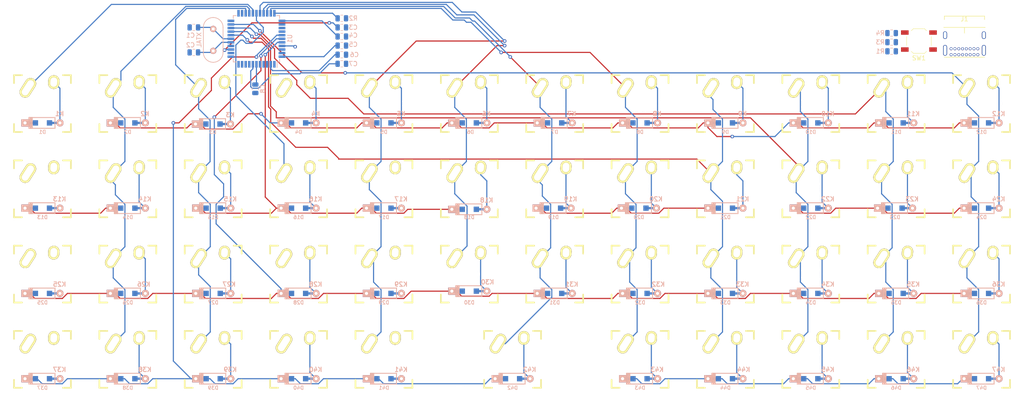
<source format=kicad_pcb>
(kicad_pcb (version 20171130) (host pcbnew "(5.1.0)-1")
  (layers (0 F.Cu signal) (31 B.Cu signal) (34 B.Paste user) (35 F.Paste user) (36 B.SilkS user) (37 F.SilkS user) (38 B.Mask user) (39 F.Mask user) (44 Edge.Cuts user))
  (net 0 "")
  (net 1 "Net-(C1-Pad1)")
  (net 2 "Net-(C2-Pad1)")
  (net 3 VCC)
  (net 4 "Net-(C8-Pad2)")
  (net 5 "Net-(D1-Pad2)")
  (net 6 /row0)
  (net 7 "Net-(D2-Pad2)")
  (net 8 "Net-(D3-Pad2)")
  (net 9 "Net-(D4-Pad2)")
  (net 10 "Net-(D5-Pad2)")
  (net 11 "Net-(D6-Pad2)")
  (net 12 "Net-(D7-Pad2)")
  (net 13 "Net-(D8-Pad2)")
  (net 14 "Net-(D9-Pad2)")
  (net 15 "Net-(D10-Pad2)")
  (net 16 "Net-(D11-Pad2)")
  (net 17 "Net-(D12-Pad2)")
  (net 18 "Net-(D13-Pad2)")
  (net 19 /row1)
  (net 20 "Net-(D14-Pad2)")
  (net 21 "Net-(D15-Pad2)")
  (net 22 "Net-(D16-Pad2)")
  (net 23 "Net-(D17-Pad2)")
  (net 24 "Net-(D18-Pad2)")
  (net 25 "Net-(D19-Pad2)")
  (net 26 "Net-(D20-Pad2)")
  (net 27 "Net-(D21-Pad2)")
  (net 28 "Net-(D22-Pad2)")
  (net 29 "Net-(D23-Pad2)")
  (net 30 "Net-(D24-Pad2)")
  (net 31 "Net-(D25-Pad2)")
  (net 32 /row2)
  (net 33 "Net-(D26-Pad2)")
  (net 34 "Net-(D27-Pad2)")
  (net 35 "Net-(D28-Pad2)")
  (net 36 "Net-(D29-Pad2)")
  (net 37 "Net-(D30-Pad2)")
  (net 38 "Net-(D31-Pad2)")
  (net 39 "Net-(D32-Pad2)")
  (net 40 "Net-(D33-Pad2)")
  (net 41 "Net-(D34-Pad2)")
  (net 42 "Net-(D35-Pad2)")
  (net 43 "Net-(D36-Pad2)")
  (net 44 "Net-(D37-Pad2)")
  (net 45 /row3)
  (net 46 "Net-(D38-Pad2)")
  (net 47 "Net-(D39-Pad2)")
  (net 48 "Net-(D40-Pad2)")
  (net 49 "Net-(D41-Pad2)")
  (net 50 "Net-(D42-Pad2)")
  (net 51 "Net-(D43-Pad2)")
  (net 52 "Net-(D44-Pad2)")
  (net 53 "Net-(D45-Pad2)")
  (net 54 "Net-(D46-Pad2)")
  (net 55 "Net-(D47-Pad2)")
  (net 56 "Net-(J1-PadB5)")
  (net 57 "Net-(J1-PadA6)")
  (net 58 "Net-(J1-PadA7)")
  (net 59 "Net-(J1-PadB8)")
  (net 60 "Net-(J1-PadA8)")
  (net 61 "Net-(J1-PadA5)")
  (net 62 /col0)
  (net 63 /col1)
  (net 64 /col2)
  (net 65 /col3)
  (net 66 /col4)
  (net 67 /col5)
  (net 68 /col6)
  (net 69 /col7)
  (net 70 /col8)
  (net 71 /col9)
  (net 72 /col10)
  (net 73 /col11)
  (net 74 "Net-(R1-Pad1)")
  (net 75 "Net-(R2-Pad2)")
  (net 76 "Net-(R3-Pad1)")
  (net 77 "Net-(R4-Pad1)")
  (net 78 "Net-(U1-Pad1)")
  (net 79 "Net-(U1-Pad8)")
  (net 80 "Net-(U1-Pad9)")
  (net 81 "Net-(U1-Pad10)")
  (net 82 "Net-(U1-Pad11)")
  (net 83 "Net-(U1-Pad12)")
  (net 84 "Net-(U1-Pad22)")
  (net 85 "Net-(U1-Pad36)")
  (net 86 "Net-(U1-Pad37)")
  (net 87 "Net-(U1-Pad42)")
  (net 88 GND)
  (module Capacitor_SMD:C_0805_2012Metric (layer B.Cu) (at 63.5 40.64 180)
    (fp_text reference C1 (at 0.762 -1.778 180) (layer B.SilkS) (effects (justify mirror)))
    (fp_text value 22pF)
    (pad 2 smd roundrect (at 0.9375 0 180) (size 0.975 1.4) (layers B.Cu B.Paste B.Mask) (net 88 GND))
    (pad 1 smd roundrect (at -0.9375 0 180) (size 0.975 1.4) (layers B.Cu B.Paste B.Mask) (net 1 "Net-(C1-Pad1)"))
  )
  (module Capacitor_SMD:C_0805_2012Metric (layer B.Cu) (at 63.5 46.228 180)
    (fp_text reference C2 (at 0.762 1.65 180) (layer B.SilkS) (effects (justify mirror)))
    (fp_text value 22pF)
    (pad 1 smd roundrect (at -0.9375 0 180) (size 0.975 1.4) (layers B.Cu B.Paste B.Mask) (net 2 "Net-(C2-Pad1)"))
    (pad 2 smd roundrect (at 0.9375 0 180) (size 0.975 1.4) (layers B.Cu B.Paste B.Mask) (net 88 GND))
  )
  (module Capacitor_SMD:C_0805_2012Metric (layer B.Cu) (at 96.52 40.64)
    (fp_text reference C3 (at 2.54 0) (layer B.SilkS) (effects (justify mirror)))
    (fp_text value 0.1uF)
    (pad 2 smd roundrect (at 0.9375 0) (size 0.975 1.4) (layers B.Cu B.Paste B.Mask) (net 88 GND))
    (pad 1 smd roundrect (at -0.9375 0) (size 0.975 1.4) (layers B.Cu B.Paste B.Mask) (net 3 VCC))
  )
  (module Capacitor_SMD:C_0805_2012Metric (layer B.Cu) (at 96.52 42.672)
    (fp_text reference C4 (at 2.54 -0.254) (layer B.SilkS) (effects (justify mirror)))
    (fp_text value 0.1uF)
    (pad 1 smd roundrect (at -0.9375 0) (size 0.975 1.4) (layers B.Cu B.Paste B.Mask) (net 3 VCC))
    (pad 2 smd roundrect (at 0.9375 0) (size 0.975 1.4) (layers B.Cu B.Paste B.Mask) (net 88 GND))
  )
  (module Capacitor_SMD:C_0805_2012Metric (layer B.Cu) (at 96.52 44.704)
    (fp_text reference C5 (at 2.54 -0.254) (layer B.SilkS) (effects (justify mirror)))
    (fp_text value 0.1uF)
    (pad 2 smd roundrect (at 0.9375 0) (size 0.975 1.4) (layers B.Cu B.Paste B.Mask) (net 88 GND))
    (pad 1 smd roundrect (at -0.9375 0) (size 0.975 1.4) (layers B.Cu B.Paste B.Mask) (net 3 VCC))
  )
  (module Capacitor_SMD:C_0805_2012Metric (layer B.Cu) (at 96.52 46.736)
    (fp_text reference C6 (at 2.794 0) (layer B.SilkS) (effects (justify mirror)))
    (fp_text value 0.1uF)
    (pad 1 smd roundrect (at -0.9375 0) (size 0.975 1.4) (layers B.Cu B.Paste B.Mask) (net 3 VCC))
    (pad 2 smd roundrect (at 0.9375 0) (size 0.975 1.4) (layers B.Cu B.Paste B.Mask) (net 88 GND))
  )
  (module Capacitor_SMD:C_0805_2012Metric (layer B.Cu) (at 96.52 48.768)
    (fp_text reference C7 (at 2.54 0) (layer B.SilkS) (effects (justify mirror)))
    (fp_text value 0.1uF)
    (pad 2 smd roundrect (at 0.9375 0) (size 0.975 1.4) (layers B.Cu B.Paste B.Mask) (net 88 GND))
    (pad 1 smd roundrect (at -0.9375 0) (size 0.975 1.4) (layers B.Cu B.Paste B.Mask) (net 3 VCC))
  )
  (module Capacitor_SMD:C_0805_2012Metric (layer B.Cu) (at 77.216 54.356 90)
    (fp_text reference C8 (at 0 1.65 90) (layer B.SilkS) (effects (justify mirror)))
    (fp_text value 1uF)
    (pad 1 smd roundrect (at -0.9375 0 90) (size 0.975 1.4) (layers B.Cu B.Paste B.Mask) (net 88 GND))
    (pad 2 smd roundrect (at 0.9375 0 90) (size 0.975 1.4) (layers B.Cu B.Paste B.Mask) (net 4 "Net-(C8-Pad2)"))
  )
  (module keyboard_parts:D_SOD123_axial (layer B.Cu) (at 29.718 61.976)
    (fp_text reference D1 (at 0 2.032) (layer B.SilkS) (effects (font (size 0.8 0.8)) (justify mirror)))
    (fp_text value D hide)
    (pad 2 smd rect (at 1.575 0) (size 1.2 1.2) (layers B.Cu B.Paste B.Mask) (net 5 "Net-(D1-Pad2)"))
    (pad 1 smd rect (at -1.575 0) (size 1.2 1.2) (layers B.Cu B.Paste B.Mask) (net 6 /row0))
    (pad 1 thru_hole rect (at -3.9 0) (size 1.6 1.6) (drill 0.7) (layers *.Cu *.Mask B.SilkS) (net 6 /row0))
    (pad 2 thru_hole circle (at 3.9 0) (size 1.6 1.6) (drill 0.7) (layers *.Cu *.Mask B.SilkS) (net 5 "Net-(D1-Pad2)"))
    (pad 1 smd rect (at -2.7 0) (size 2.5 0.5) (layers B.Cu) (net 6 /row0))
    (pad 2 smd rect (at 2.7 0) (size 2.5 0.5) (layers B.Cu) (net 5 "Net-(D1-Pad2)"))
  )
  (module keyboard_parts:D_SOD123_axial (layer B.Cu) (at 48.768 61.976)
    (fp_text reference D2 (at 0 2.032) (layer B.SilkS) (effects (font (size 0.8 0.8)) (justify mirror)))
    (fp_text value D hide)
    (pad 2 smd rect (at 2.7 0) (size 2.5 0.5) (layers B.Cu) (net 7 "Net-(D2-Pad2)"))
    (pad 1 smd rect (at -2.7 0) (size 2.5 0.5) (layers B.Cu) (net 6 /row0))
    (pad 2 thru_hole circle (at 3.9 0) (size 1.6 1.6) (drill 0.7) (layers *.Cu *.Mask B.SilkS) (net 7 "Net-(D2-Pad2)"))
    (pad 1 thru_hole rect (at -3.9 0) (size 1.6 1.6) (drill 0.7) (layers *.Cu *.Mask B.SilkS) (net 6 /row0))
    (pad 1 smd rect (at -1.575 0) (size 1.2 1.2) (layers B.Cu B.Paste B.Mask) (net 6 /row0))
    (pad 2 smd rect (at 1.575 0) (size 1.2 1.2) (layers B.Cu B.Paste B.Mask) (net 7 "Net-(D2-Pad2)"))
  )
  (module keyboard_parts:D_SOD123_axial (layer B.Cu) (at 67.767 62.23)
    (fp_text reference D3 (at 0 1.778) (layer B.SilkS) (effects (font (size 0.8 0.8)) (justify mirror)))
    (fp_text value D hide)
    (pad 2 smd rect (at 1.575 0) (size 1.2 1.2) (layers B.Cu B.Paste B.Mask) (net 8 "Net-(D3-Pad2)"))
    (pad 1 smd rect (at -1.575 0) (size 1.2 1.2) (layers B.Cu B.Paste B.Mask) (net 6 /row0))
    (pad 1 thru_hole rect (at -3.9 0) (size 1.6 1.6) (drill 0.7) (layers *.Cu *.Mask B.SilkS) (net 6 /row0))
    (pad 2 thru_hole circle (at 3.9 0) (size 1.6 1.6) (drill 0.7) (layers *.Cu *.Mask B.SilkS) (net 8 "Net-(D3-Pad2)"))
    (pad 1 smd rect (at -2.7 0) (size 2.5 0.5) (layers B.Cu) (net 6 /row0))
    (pad 2 smd rect (at 2.7 0) (size 2.5 0.5) (layers B.Cu) (net 8 "Net-(D3-Pad2)"))
  )
  (module keyboard_parts:D_SOD123_axial (layer B.Cu) (at 86.868 61.976)
    (fp_text reference D4 (at 0 2.032) (layer B.SilkS) (effects (font (size 0.8 0.8)) (justify mirror)))
    (fp_text value D hide)
    (pad 2 smd rect (at 2.7 0) (size 2.5 0.5) (layers B.Cu) (net 9 "Net-(D4-Pad2)"))
    (pad 1 smd rect (at -2.7 0) (size 2.5 0.5) (layers B.Cu) (net 6 /row0))
    (pad 2 thru_hole circle (at 3.9 0) (size 1.6 1.6) (drill 0.7) (layers *.Cu *.Mask B.SilkS) (net 9 "Net-(D4-Pad2)"))
    (pad 1 thru_hole rect (at -3.9 0) (size 1.6 1.6) (drill 0.7) (layers *.Cu *.Mask B.SilkS) (net 6 /row0))
    (pad 1 smd rect (at -1.575 0) (size 1.2 1.2) (layers B.Cu B.Paste B.Mask) (net 6 /row0))
    (pad 2 smd rect (at 1.575 0) (size 1.2 1.2) (layers B.Cu B.Paste B.Mask) (net 9 "Net-(D4-Pad2)"))
  )
  (module keyboard_parts:D_SOD123_axial (layer B.Cu) (at 105.918 61.976)
    (fp_text reference D5 (at 0 2.032) (layer B.SilkS) (effects (font (size 0.8 0.8)) (justify mirror)))
    (fp_text value D hide)
    (pad 2 smd rect (at 2.7 0) (size 2.5 0.5) (layers B.Cu) (net 10 "Net-(D5-Pad2)"))
    (pad 1 smd rect (at -2.7 0) (size 2.5 0.5) (layers B.Cu) (net 6 /row0))
    (pad 2 thru_hole circle (at 3.9 0) (size 1.6 1.6) (drill 0.7) (layers *.Cu *.Mask B.SilkS) (net 10 "Net-(D5-Pad2)"))
    (pad 1 thru_hole rect (at -3.9 0) (size 1.6 1.6) (drill 0.7) (layers *.Cu *.Mask B.SilkS) (net 6 /row0))
    (pad 1 smd rect (at -1.575 0) (size 1.2 1.2) (layers B.Cu B.Paste B.Mask) (net 6 /row0))
    (pad 2 smd rect (at 1.575 0) (size 1.2 1.2) (layers B.Cu B.Paste B.Mask) (net 10 "Net-(D5-Pad2)"))
  )
  (module keyboard_parts:D_SOD123_axial (layer B.Cu) (at 124.968 61.976)
    (fp_text reference D6 (at 0.254 2.032) (layer B.SilkS) (effects (font (size 0.8 0.8)) (justify mirror)))
    (fp_text value D hide)
    (pad 2 smd rect (at 1.575 0) (size 1.2 1.2) (layers B.Cu B.Paste B.Mask) (net 11 "Net-(D6-Pad2)"))
    (pad 1 smd rect (at -1.575 0) (size 1.2 1.2) (layers B.Cu B.Paste B.Mask) (net 6 /row0))
    (pad 1 thru_hole rect (at -3.9 0) (size 1.6 1.6) (drill 0.7) (layers *.Cu *.Mask B.SilkS) (net 6 /row0))
    (pad 2 thru_hole circle (at 3.9 0) (size 1.6 1.6) (drill 0.7) (layers *.Cu *.Mask B.SilkS) (net 11 "Net-(D6-Pad2)"))
    (pad 1 smd rect (at -2.7 0) (size 2.5 0.5) (layers B.Cu) (net 6 /row0))
    (pad 2 smd rect (at 2.7 0) (size 2.5 0.5) (layers B.Cu) (net 11 "Net-(D6-Pad2)"))
  )
  (module keyboard_parts:D_SOD123_axial (layer B.Cu) (at 144.018 61.976)
    (fp_text reference D7 (at 0 2.032) (layer B.SilkS) (effects (font (size 0.8 0.8)) (justify mirror)))
    (fp_text value D hide)
    (pad 2 smd rect (at 1.575 0) (size 1.2 1.2) (layers B.Cu B.Paste B.Mask) (net 12 "Net-(D7-Pad2)"))
    (pad 1 smd rect (at -1.575 0) (size 1.2 1.2) (layers B.Cu B.Paste B.Mask) (net 6 /row0))
    (pad 1 thru_hole rect (at -3.9 0) (size 1.6 1.6) (drill 0.7) (layers *.Cu *.Mask B.SilkS) (net 6 /row0))
    (pad 2 thru_hole circle (at 3.9 0) (size 1.6 1.6) (drill 0.7) (layers *.Cu *.Mask B.SilkS) (net 12 "Net-(D7-Pad2)"))
    (pad 1 smd rect (at -2.7 0) (size 2.5 0.5) (layers B.Cu) (net 6 /row0))
    (pad 2 smd rect (at 2.7 0) (size 2.5 0.5) (layers B.Cu) (net 12 "Net-(D7-Pad2)"))
  )
  (module keyboard_parts:D_SOD123_axial (layer B.Cu) (at 163.068 61.976)
    (fp_text reference D8 (at 0 2.032) (layer B.SilkS) (effects (font (size 0.8 0.8)) (justify mirror)))
    (fp_text value D hide)
    (pad 2 smd rect (at 1.575 0) (size 1.2 1.2) (layers B.Cu B.Paste B.Mask) (net 13 "Net-(D8-Pad2)"))
    (pad 1 smd rect (at -1.575 0) (size 1.2 1.2) (layers B.Cu B.Paste B.Mask) (net 6 /row0))
    (pad 1 thru_hole rect (at -3.9 0) (size 1.6 1.6) (drill 0.7) (layers *.Cu *.Mask B.SilkS) (net 6 /row0))
    (pad 2 thru_hole circle (at 3.9 0) (size 1.6 1.6) (drill 0.7) (layers *.Cu *.Mask B.SilkS) (net 13 "Net-(D8-Pad2)"))
    (pad 1 smd rect (at -2.7 0) (size 2.5 0.5) (layers B.Cu) (net 6 /row0))
    (pad 2 smd rect (at 2.7 0) (size 2.5 0.5) (layers B.Cu) (net 13 "Net-(D8-Pad2)"))
  )
  (module keyboard_parts:D_SOD123_axial (layer B.Cu) (at 182.118 61.976)
    (fp_text reference D9 (at 0 2.032) (layer B.SilkS) (effects (font (size 0.8 0.8)) (justify mirror)))
    (fp_text value D hide)
    (pad 2 smd rect (at 1.575 0) (size 1.2 1.2) (layers B.Cu B.Paste B.Mask) (net 14 "Net-(D9-Pad2)"))
    (pad 1 smd rect (at -1.575 0) (size 1.2 1.2) (layers B.Cu B.Paste B.Mask) (net 6 /row0))
    (pad 1 thru_hole rect (at -3.9 0) (size 1.6 1.6) (drill 0.7) (layers *.Cu *.Mask B.SilkS) (net 6 /row0))
    (pad 2 thru_hole circle (at 3.9 0) (size 1.6 1.6) (drill 0.7) (layers *.Cu *.Mask B.SilkS) (net 14 "Net-(D9-Pad2)"))
    (pad 1 smd rect (at -2.7 0) (size 2.5 0.5) (layers B.Cu) (net 6 /row0))
    (pad 2 smd rect (at 2.7 0) (size 2.5 0.5) (layers B.Cu) (net 14 "Net-(D9-Pad2)"))
  )
  (module keyboard_parts:D_SOD123_axial (layer B.Cu) (at 201.168 61.976)
    (fp_text reference D10 (at 0 2.032) (layer B.SilkS) (effects (font (size 0.8 0.8)) (justify mirror)))
    (fp_text value D hide)
    (pad 2 smd rect (at 2.7 0) (size 2.5 0.5) (layers B.Cu) (net 15 "Net-(D10-Pad2)"))
    (pad 1 smd rect (at -2.7 0) (size 2.5 0.5) (layers B.Cu) (net 6 /row0))
    (pad 2 thru_hole circle (at 3.9 0) (size 1.6 1.6) (drill 0.7) (layers *.Cu *.Mask B.SilkS) (net 15 "Net-(D10-Pad2)"))
    (pad 1 thru_hole rect (at -3.9 0) (size 1.6 1.6) (drill 0.7) (layers *.Cu *.Mask B.SilkS) (net 6 /row0))
    (pad 1 smd rect (at -1.575 0) (size 1.2 1.2) (layers B.Cu B.Paste B.Mask) (net 6 /row0))
    (pad 2 smd rect (at 1.575 0) (size 1.2 1.2) (layers B.Cu B.Paste B.Mask) (net 15 "Net-(D10-Pad2)"))
  )
  (module keyboard_parts:D_SOD123_axial (layer B.Cu) (at 220.218 61.976)
    (fp_text reference D11 (at 0 2.032) (layer B.SilkS) (effects (font (size 0.8 0.8)) (justify mirror)))
    (fp_text value D hide)
    (pad 2 smd rect (at 1.575 0) (size 1.2 1.2) (layers B.Cu B.Paste B.Mask) (net 16 "Net-(D11-Pad2)"))
    (pad 1 smd rect (at -1.575 0) (size 1.2 1.2) (layers B.Cu B.Paste B.Mask) (net 6 /row0))
    (pad 1 thru_hole rect (at -3.9 0) (size 1.6 1.6) (drill 0.7) (layers *.Cu *.Mask B.SilkS) (net 6 /row0))
    (pad 2 thru_hole circle (at 3.9 0) (size 1.6 1.6) (drill 0.7) (layers *.Cu *.Mask B.SilkS) (net 16 "Net-(D11-Pad2)"))
    (pad 1 smd rect (at -2.7 0) (size 2.5 0.5) (layers B.Cu) (net 6 /row0))
    (pad 2 smd rect (at 2.7 0) (size 2.5 0.5) (layers B.Cu) (net 16 "Net-(D11-Pad2)"))
  )
  (module keyboard_parts:D_SOD123_axial (layer B.Cu) (at 239.268 61.976)
    (fp_text reference D12 (at 0 2.032) (layer B.SilkS) (effects (font (size 0.8 0.8)) (justify mirror)))
    (fp_text value D hide)
    (pad 2 smd rect (at 2.7 0) (size 2.5 0.5) (layers B.Cu) (net 17 "Net-(D12-Pad2)"))
    (pad 1 smd rect (at -2.7 0) (size 2.5 0.5) (layers B.Cu) (net 6 /row0))
    (pad 2 thru_hole circle (at 3.9 0) (size 1.6 1.6) (drill 0.7) (layers *.Cu *.Mask B.SilkS) (net 17 "Net-(D12-Pad2)"))
    (pad 1 thru_hole rect (at -3.9 0) (size 1.6 1.6) (drill 0.7) (layers *.Cu *.Mask B.SilkS) (net 6 /row0))
    (pad 1 smd rect (at -1.575 0) (size 1.2 1.2) (layers B.Cu B.Paste B.Mask) (net 6 /row0))
    (pad 2 smd rect (at 1.575 0) (size 1.2 1.2) (layers B.Cu B.Paste B.Mask) (net 17 "Net-(D12-Pad2)"))
  )
  (module keyboard_parts:D_SOD123_axial (layer B.Cu) (at 29.718 81.026)
    (fp_text reference D13 (at 0 2.032) (layer B.SilkS) (effects (font (size 0.8 0.8)) (justify mirror)))
    (fp_text value D hide)
    (pad 2 smd rect (at 2.7 0) (size 2.5 0.5) (layers B.Cu) (net 18 "Net-(D13-Pad2)"))
    (pad 1 smd rect (at -2.7 0) (size 2.5 0.5) (layers B.Cu) (net 19 /row1))
    (pad 2 thru_hole circle (at 3.9 0) (size 1.6 1.6) (drill 0.7) (layers *.Cu *.Mask B.SilkS) (net 18 "Net-(D13-Pad2)"))
    (pad 1 thru_hole rect (at -3.9 0) (size 1.6 1.6) (drill 0.7) (layers *.Cu *.Mask B.SilkS) (net 19 /row1))
    (pad 1 smd rect (at -1.575 0) (size 1.2 1.2) (layers B.Cu B.Paste B.Mask) (net 19 /row1))
    (pad 2 smd rect (at 1.575 0) (size 1.2 1.2) (layers B.Cu B.Paste B.Mask) (net 18 "Net-(D13-Pad2)"))
  )
  (module keyboard_parts:D_SOD123_axial (layer B.Cu) (at 48.768 81.026)
    (fp_text reference D14 (at 0 2.032) (layer B.SilkS) (effects (font (size 0.8 0.8)) (justify mirror)))
    (fp_text value D hide)
    (pad 2 smd rect (at 1.575 0) (size 1.2 1.2) (layers B.Cu B.Paste B.Mask) (net 20 "Net-(D14-Pad2)"))
    (pad 1 smd rect (at -1.575 0) (size 1.2 1.2) (layers B.Cu B.Paste B.Mask) (net 19 /row1))
    (pad 1 thru_hole rect (at -3.9 0) (size 1.6 1.6) (drill 0.7) (layers *.Cu *.Mask B.SilkS) (net 19 /row1))
    (pad 2 thru_hole circle (at 3.9 0) (size 1.6 1.6) (drill 0.7) (layers *.Cu *.Mask B.SilkS) (net 20 "Net-(D14-Pad2)"))
    (pad 1 smd rect (at -2.7 0) (size 2.5 0.5) (layers B.Cu) (net 19 /row1))
    (pad 2 smd rect (at 2.7 0) (size 2.5 0.5) (layers B.Cu) (net 20 "Net-(D14-Pad2)"))
  )
  (module keyboard_parts:D_SOD123_axial (layer B.Cu) (at 67.818 81.026)
    (fp_text reference D15 (at 0 2.032) (layer B.SilkS) (effects (font (size 0.8 0.8)) (justify mirror)))
    (fp_text value D hide)
    (pad 2 smd rect (at 1.575 0) (size 1.2 1.2) (layers B.Cu B.Paste B.Mask) (net 21 "Net-(D15-Pad2)"))
    (pad 1 smd rect (at -1.575 0) (size 1.2 1.2) (layers B.Cu B.Paste B.Mask) (net 19 /row1))
    (pad 1 thru_hole rect (at -3.9 0) (size 1.6 1.6) (drill 0.7) (layers *.Cu *.Mask B.SilkS) (net 19 /row1))
    (pad 2 thru_hole circle (at 3.9 0) (size 1.6 1.6) (drill 0.7) (layers *.Cu *.Mask B.SilkS) (net 21 "Net-(D15-Pad2)"))
    (pad 1 smd rect (at -2.7 0) (size 2.5 0.5) (layers B.Cu) (net 19 /row1))
    (pad 2 smd rect (at 2.7 0) (size 2.5 0.5) (layers B.Cu) (net 21 "Net-(D15-Pad2)"))
  )
  (module keyboard_parts:D_SOD123_axial (layer B.Cu) (at 86.868 81.026)
    (fp_text reference D16 (at 0 2.032) (layer B.SilkS) (effects (font (size 0.8 0.8)) (justify mirror)))
    (fp_text value D hide)
    (pad 2 smd rect (at 1.575 0) (size 1.2 1.2) (layers B.Cu B.Paste B.Mask) (net 22 "Net-(D16-Pad2)"))
    (pad 1 smd rect (at -1.575 0) (size 1.2 1.2) (layers B.Cu B.Paste B.Mask) (net 19 /row1))
    (pad 1 thru_hole rect (at -3.9 0) (size 1.6 1.6) (drill 0.7) (layers *.Cu *.Mask B.SilkS) (net 19 /row1))
    (pad 2 thru_hole circle (at 3.9 0) (size 1.6 1.6) (drill 0.7) (layers *.Cu *.Mask B.SilkS) (net 22 "Net-(D16-Pad2)"))
    (pad 1 smd rect (at -2.7 0) (size 2.5 0.5) (layers B.Cu) (net 19 /row1))
    (pad 2 smd rect (at 2.7 0) (size 2.5 0.5) (layers B.Cu) (net 22 "Net-(D16-Pad2)"))
  )
  (module keyboard_parts:D_SOD123_axial (layer B.Cu) (at 105.918 81.026)
    (fp_text reference D17 (at 0 2.032) (layer B.SilkS) (effects (font (size 0.8 0.8)) (justify mirror)))
    (fp_text value D hide)
    (pad 2 smd rect (at 1.575 0) (size 1.2 1.2) (layers B.Cu B.Paste B.Mask) (net 23 "Net-(D17-Pad2)"))
    (pad 1 smd rect (at -1.575 0) (size 1.2 1.2) (layers B.Cu B.Paste B.Mask) (net 19 /row1))
    (pad 1 thru_hole rect (at -3.9 0) (size 1.6 1.6) (drill 0.7) (layers *.Cu *.Mask B.SilkS) (net 19 /row1))
    (pad 2 thru_hole circle (at 3.9 0) (size 1.6 1.6) (drill 0.7) (layers *.Cu *.Mask B.SilkS) (net 23 "Net-(D17-Pad2)"))
    (pad 1 smd rect (at -2.7 0) (size 2.5 0.5) (layers B.Cu) (net 19 /row1))
    (pad 2 smd rect (at 2.7 0) (size 2.5 0.5) (layers B.Cu) (net 23 "Net-(D17-Pad2)"))
  )
  (module keyboard_parts:D_SOD123_axial (layer B.Cu) (at 124.968 81.28)
    (fp_text reference D18 (at 0 1.778) (layer B.SilkS) (effects (font (size 0.8 0.8)) (justify mirror)))
    (fp_text value D hide)
    (pad 2 smd rect (at 2.7 0) (size 2.5 0.5) (layers B.Cu) (net 24 "Net-(D18-Pad2)"))
    (pad 1 smd rect (at -2.7 0) (size 2.5 0.5) (layers B.Cu) (net 19 /row1))
    (pad 2 thru_hole circle (at 3.9 0) (size 1.6 1.6) (drill 0.7) (layers *.Cu *.Mask B.SilkS) (net 24 "Net-(D18-Pad2)"))
    (pad 1 thru_hole rect (at -3.9 0) (size 1.6 1.6) (drill 0.7) (layers *.Cu *.Mask B.SilkS) (net 19 /row1))
    (pad 1 smd rect (at -1.575 0) (size 1.2 1.2) (layers B.Cu B.Paste B.Mask) (net 19 /row1))
    (pad 2 smd rect (at 1.575 0) (size 1.2 1.2) (layers B.Cu B.Paste B.Mask) (net 24 "Net-(D18-Pad2)"))
  )
  (module keyboard_parts:D_SOD123_axial (layer B.Cu) (at 143.764 81.026)
    (fp_text reference D19 (at 0 2.032) (layer B.SilkS) (effects (font (size 0.8 0.8)) (justify mirror)))
    (fp_text value D hide)
    (pad 2 smd rect (at 1.575 0) (size 1.2 1.2) (layers B.Cu B.Paste B.Mask) (net 25 "Net-(D19-Pad2)"))
    (pad 1 smd rect (at -1.575 0) (size 1.2 1.2) (layers B.Cu B.Paste B.Mask) (net 19 /row1))
    (pad 1 thru_hole rect (at -3.9 0) (size 1.6 1.6) (drill 0.7) (layers *.Cu *.Mask B.SilkS) (net 19 /row1))
    (pad 2 thru_hole circle (at 3.9 0) (size 1.6 1.6) (drill 0.7) (layers *.Cu *.Mask B.SilkS) (net 25 "Net-(D19-Pad2)"))
    (pad 1 smd rect (at -2.7 0) (size 2.5 0.5) (layers B.Cu) (net 19 /row1))
    (pad 2 smd rect (at 2.7 0) (size 2.5 0.5) (layers B.Cu) (net 25 "Net-(D19-Pad2)"))
  )
  (module keyboard_parts:D_SOD123_axial (layer B.Cu) (at 162.814 81.026)
    (fp_text reference D20 (at 0 2.032) (layer B.SilkS) (effects (font (size 0.8 0.8)) (justify mirror)))
    (fp_text value D hide)
    (pad 2 smd rect (at 2.7 0) (size 2.5 0.5) (layers B.Cu) (net 26 "Net-(D20-Pad2)"))
    (pad 1 smd rect (at -2.7 0) (size 2.5 0.5) (layers B.Cu) (net 19 /row1))
    (pad 2 thru_hole circle (at 3.9 0) (size 1.6 1.6) (drill 0.7) (layers *.Cu *.Mask B.SilkS) (net 26 "Net-(D20-Pad2)"))
    (pad 1 thru_hole rect (at -3.9 0) (size 1.6 1.6) (drill 0.7) (layers *.Cu *.Mask B.SilkS) (net 19 /row1))
    (pad 1 smd rect (at -1.575 0) (size 1.2 1.2) (layers B.Cu B.Paste B.Mask) (net 19 /row1))
    (pad 2 smd rect (at 1.575 0) (size 1.2 1.2) (layers B.Cu B.Paste B.Mask) (net 26 "Net-(D20-Pad2)"))
  )
  (module keyboard_parts:D_SOD123_axial (layer B.Cu) (at 182.118 81.026)
    (fp_text reference D21 (at 0 2.032) (layer B.SilkS) (effects (font (size 0.8 0.8)) (justify mirror)))
    (fp_text value D hide)
    (pad 2 smd rect (at 2.7 0) (size 2.5 0.5) (layers B.Cu) (net 27 "Net-(D21-Pad2)"))
    (pad 1 smd rect (at -2.7 0) (size 2.5 0.5) (layers B.Cu) (net 19 /row1))
    (pad 2 thru_hole circle (at 3.9 0) (size 1.6 1.6) (drill 0.7) (layers *.Cu *.Mask B.SilkS) (net 27 "Net-(D21-Pad2)"))
    (pad 1 thru_hole rect (at -3.9 0) (size 1.6 1.6) (drill 0.7) (layers *.Cu *.Mask B.SilkS) (net 19 /row1))
    (pad 1 smd rect (at -1.575 0) (size 1.2 1.2) (layers B.Cu B.Paste B.Mask) (net 19 /row1))
    (pad 2 smd rect (at 1.575 0) (size 1.2 1.2) (layers B.Cu B.Paste B.Mask) (net 27 "Net-(D21-Pad2)"))
  )
  (module keyboard_parts:D_SOD123_axial (layer B.Cu) (at 201.168 81.026)
    (fp_text reference D22 (at 0 2.032) (layer B.SilkS) (effects (font (size 0.8 0.8)) (justify mirror)))
    (fp_text value D hide)
    (pad 2 smd rect (at 1.575 0) (size 1.2 1.2) (layers B.Cu B.Paste B.Mask) (net 28 "Net-(D22-Pad2)"))
    (pad 1 smd rect (at -1.575 0) (size 1.2 1.2) (layers B.Cu B.Paste B.Mask) (net 19 /row1))
    (pad 1 thru_hole rect (at -3.9 0) (size 1.6 1.6) (drill 0.7) (layers *.Cu *.Mask B.SilkS) (net 19 /row1))
    (pad 2 thru_hole circle (at 3.9 0) (size 1.6 1.6) (drill 0.7) (layers *.Cu *.Mask B.SilkS) (net 28 "Net-(D22-Pad2)"))
    (pad 1 smd rect (at -2.7 0) (size 2.5 0.5) (layers B.Cu) (net 19 /row1))
    (pad 2 smd rect (at 2.7 0) (size 2.5 0.5) (layers B.Cu) (net 28 "Net-(D22-Pad2)"))
  )
  (module keyboard_parts:D_SOD123_axial (layer B.Cu) (at 219.964 81.026)
    (fp_text reference D23 (at 0 2.032) (layer B.SilkS) (effects (font (size 0.8 0.8)) (justify mirror)))
    (fp_text value D hide)
    (pad 2 smd rect (at 2.7 0) (size 2.5 0.5) (layers B.Cu) (net 29 "Net-(D23-Pad2)"))
    (pad 1 smd rect (at -2.7 0) (size 2.5 0.5) (layers B.Cu) (net 19 /row1))
    (pad 2 thru_hole circle (at 3.9 0) (size 1.6 1.6) (drill 0.7) (layers *.Cu *.Mask B.SilkS) (net 29 "Net-(D23-Pad2)"))
    (pad 1 thru_hole rect (at -3.9 0) (size 1.6 1.6) (drill 0.7) (layers *.Cu *.Mask B.SilkS) (net 19 /row1))
    (pad 1 smd rect (at -1.575 0) (size 1.2 1.2) (layers B.Cu B.Paste B.Mask) (net 19 /row1))
    (pad 2 smd rect (at 1.575 0) (size 1.2 1.2) (layers B.Cu B.Paste B.Mask) (net 29 "Net-(D23-Pad2)"))
  )
  (module keyboard_parts:D_SOD123_axial (layer B.Cu) (at 239.268 81.026)
    (fp_text reference D24 (at 0 2.032) (layer B.SilkS) (effects (font (size 0.8 0.8)) (justify mirror)))
    (fp_text value D hide)
    (pad 2 smd rect (at 2.7 0) (size 2.5 0.5) (layers B.Cu) (net 30 "Net-(D24-Pad2)"))
    (pad 1 smd rect (at -2.7 0) (size 2.5 0.5) (layers B.Cu) (net 19 /row1))
    (pad 2 thru_hole circle (at 3.9 0) (size 1.6 1.6) (drill 0.7) (layers *.Cu *.Mask B.SilkS) (net 30 "Net-(D24-Pad2)"))
    (pad 1 thru_hole rect (at -3.9 0) (size 1.6 1.6) (drill 0.7) (layers *.Cu *.Mask B.SilkS) (net 19 /row1))
    (pad 1 smd rect (at -1.575 0) (size 1.2 1.2) (layers B.Cu B.Paste B.Mask) (net 19 /row1))
    (pad 2 smd rect (at 1.575 0) (size 1.2 1.2) (layers B.Cu B.Paste B.Mask) (net 30 "Net-(D24-Pad2)"))
  )
  (module keyboard_parts:D_SOD123_axial (layer B.Cu) (at 29.718 100.076)
    (fp_text reference D25 (at 0 2.032) (layer B.SilkS) (effects (font (size 0.8 0.8)) (justify mirror)))
    (fp_text value D hide)
    (pad 2 smd rect (at 2.7 0) (size 2.5 0.5) (layers B.Cu) (net 31 "Net-(D25-Pad2)"))
    (pad 1 smd rect (at -2.7 0) (size 2.5 0.5) (layers B.Cu) (net 32 /row2))
    (pad 2 thru_hole circle (at 3.9 0) (size 1.6 1.6) (drill 0.7) (layers *.Cu *.Mask B.SilkS) (net 31 "Net-(D25-Pad2)"))
    (pad 1 thru_hole rect (at -3.9 0) (size 1.6 1.6) (drill 0.7) (layers *.Cu *.Mask B.SilkS) (net 32 /row2))
    (pad 1 smd rect (at -1.575 0) (size 1.2 1.2) (layers B.Cu B.Paste B.Mask) (net 32 /row2))
    (pad 2 smd rect (at 1.575 0) (size 1.2 1.2) (layers B.Cu B.Paste B.Mask) (net 31 "Net-(D25-Pad2)"))
  )
  (module keyboard_parts:D_SOD123_axial (layer B.Cu) (at 48.768 100.076)
    (fp_text reference D26 (at 0 2.032) (layer B.SilkS) (effects (font (size 0.8 0.8)) (justify mirror)))
    (fp_text value D hide)
    (pad 2 smd rect (at 1.575 0) (size 1.2 1.2) (layers B.Cu B.Paste B.Mask) (net 33 "Net-(D26-Pad2)"))
    (pad 1 smd rect (at -1.575 0) (size 1.2 1.2) (layers B.Cu B.Paste B.Mask) (net 32 /row2))
    (pad 1 thru_hole rect (at -3.9 0) (size 1.6 1.6) (drill 0.7) (layers *.Cu *.Mask B.SilkS) (net 32 /row2))
    (pad 2 thru_hole circle (at 3.9 0) (size 1.6 1.6) (drill 0.7) (layers *.Cu *.Mask B.SilkS) (net 33 "Net-(D26-Pad2)"))
    (pad 1 smd rect (at -2.7 0) (size 2.5 0.5) (layers B.Cu) (net 32 /row2))
    (pad 2 smd rect (at 2.7 0) (size 2.5 0.5) (layers B.Cu) (net 33 "Net-(D26-Pad2)"))
  )
  (module keyboard_parts:D_SOD123_axial (layer B.Cu) (at 67.818 100.076)
    (fp_text reference D27 (at 0 2.032) (layer B.SilkS) (effects (font (size 0.8 0.8)) (justify mirror)))
    (fp_text value D hide)
    (pad 2 smd rect (at 1.575 0) (size 1.2 1.2) (layers B.Cu B.Paste B.Mask) (net 34 "Net-(D27-Pad2)"))
    (pad 1 smd rect (at -1.575 0) (size 1.2 1.2) (layers B.Cu B.Paste B.Mask) (net 32 /row2))
    (pad 1 thru_hole rect (at -3.9 0) (size 1.6 1.6) (drill 0.7) (layers *.Cu *.Mask B.SilkS) (net 32 /row2))
    (pad 2 thru_hole circle (at 3.9 0) (size 1.6 1.6) (drill 0.7) (layers *.Cu *.Mask B.SilkS) (net 34 "Net-(D27-Pad2)"))
    (pad 1 smd rect (at -2.7 0) (size 2.5 0.5) (layers B.Cu) (net 32 /row2))
    (pad 2 smd rect (at 2.7 0) (size 2.5 0.5) (layers B.Cu) (net 34 "Net-(D27-Pad2)"))
  )
  (module keyboard_parts:D_SOD123_axial (layer B.Cu) (at 86.868 100.076)
    (fp_text reference D28 (at 0 2.032) (layer B.SilkS) (effects (font (size 0.8 0.8)) (justify mirror)))
    (fp_text value D hide)
    (pad 2 smd rect (at 1.575 0) (size 1.2 1.2) (layers B.Cu B.Paste B.Mask) (net 35 "Net-(D28-Pad2)"))
    (pad 1 smd rect (at -1.575 0) (size 1.2 1.2) (layers B.Cu B.Paste B.Mask) (net 32 /row2))
    (pad 1 thru_hole rect (at -3.9 0) (size 1.6 1.6) (drill 0.7) (layers *.Cu *.Mask B.SilkS) (net 32 /row2))
    (pad 2 thru_hole circle (at 3.9 0) (size 1.6 1.6) (drill 0.7) (layers *.Cu *.Mask B.SilkS) (net 35 "Net-(D28-Pad2)"))
    (pad 1 smd rect (at -2.7 0) (size 2.5 0.5) (layers B.Cu) (net 32 /row2))
    (pad 2 smd rect (at 2.7 0) (size 2.5 0.5) (layers B.Cu) (net 35 "Net-(D28-Pad2)"))
  )
  (module keyboard_parts:D_SOD123_axial (layer B.Cu) (at 105.918 100.076)
    (fp_text reference D29 (at 0 2.032) (layer B.SilkS) (effects (font (size 0.8 0.8)) (justify mirror)))
    (fp_text value D hide)
    (pad 2 smd rect (at 2.7 0) (size 2.5 0.5) (layers B.Cu) (net 36 "Net-(D29-Pad2)"))
    (pad 1 smd rect (at -2.7 0) (size 2.5 0.5) (layers B.Cu) (net 32 /row2))
    (pad 2 thru_hole circle (at 3.9 0) (size 1.6 1.6) (drill 0.7) (layers *.Cu *.Mask B.SilkS) (net 36 "Net-(D29-Pad2)"))
    (pad 1 thru_hole rect (at -3.9 0) (size 1.6 1.6) (drill 0.7) (layers *.Cu *.Mask B.SilkS) (net 32 /row2))
    (pad 1 smd rect (at -1.575 0) (size 1.2 1.2) (layers B.Cu B.Paste B.Mask) (net 32 /row2))
    (pad 2 smd rect (at 1.575 0) (size 1.2 1.2) (layers B.Cu B.Paste B.Mask) (net 36 "Net-(D29-Pad2)"))
  )
  (module keyboard_parts:D_SOD123_axial (layer B.Cu) (at 124.968 99.568)
    (fp_text reference D30 (at 0 2.54) (layer B.SilkS) (effects (font (size 0.8 0.8)) (justify mirror)))
    (fp_text value D hide)
    (pad 2 smd rect (at 1.575 0) (size 1.2 1.2) (layers B.Cu B.Paste B.Mask) (net 37 "Net-(D30-Pad2)"))
    (pad 1 smd rect (at -1.575 0) (size 1.2 1.2) (layers B.Cu B.Paste B.Mask) (net 32 /row2))
    (pad 1 thru_hole rect (at -3.9 0) (size 1.6 1.6) (drill 0.7) (layers *.Cu *.Mask B.SilkS) (net 32 /row2))
    (pad 2 thru_hole circle (at 3.9 0) (size 1.6 1.6) (drill 0.7) (layers *.Cu *.Mask B.SilkS) (net 37 "Net-(D30-Pad2)"))
    (pad 1 smd rect (at -2.7 0) (size 2.5 0.5) (layers B.Cu) (net 32 /row2))
    (pad 2 smd rect (at 2.7 0) (size 2.5 0.5) (layers B.Cu) (net 37 "Net-(D30-Pad2)"))
  )
  (module keyboard_parts:D_SOD123_axial (layer B.Cu) (at 144.018 100.076)
    (fp_text reference D31 (at 0 2.032) (layer B.SilkS) (effects (font (size 0.8 0.8)) (justify mirror)))
    (fp_text value D hide)
    (pad 2 smd rect (at 1.575 0) (size 1.2 1.2) (layers B.Cu B.Paste B.Mask) (net 38 "Net-(D31-Pad2)"))
    (pad 1 smd rect (at -1.575 0) (size 1.2 1.2) (layers B.Cu B.Paste B.Mask) (net 32 /row2))
    (pad 1 thru_hole rect (at -3.9 0) (size 1.6 1.6) (drill 0.7) (layers *.Cu *.Mask B.SilkS) (net 32 /row2))
    (pad 2 thru_hole circle (at 3.9 0) (size 1.6 1.6) (drill 0.7) (layers *.Cu *.Mask B.SilkS) (net 38 "Net-(D31-Pad2)"))
    (pad 1 smd rect (at -2.7 0) (size 2.5 0.5) (layers B.Cu) (net 32 /row2))
    (pad 2 smd rect (at 2.7 0) (size 2.5 0.5) (layers B.Cu) (net 38 "Net-(D31-Pad2)"))
  )
  (module keyboard_parts:D_SOD123_axial (layer B.Cu) (at 163.068 100.076)
    (fp_text reference D32 (at 0 2.032) (layer B.SilkS) (effects (font (size 0.8 0.8)) (justify mirror)))
    (fp_text value D hide)
    (pad 2 smd rect (at 2.7 0) (size 2.5 0.5) (layers B.Cu) (net 39 "Net-(D32-Pad2)"))
    (pad 1 smd rect (at -2.7 0) (size 2.5 0.5) (layers B.Cu) (net 32 /row2))
    (pad 2 thru_hole circle (at 3.9 0) (size 1.6 1.6) (drill 0.7) (layers *.Cu *.Mask B.SilkS) (net 39 "Net-(D32-Pad2)"))
    (pad 1 thru_hole rect (at -3.9 0) (size 1.6 1.6) (drill 0.7) (layers *.Cu *.Mask B.SilkS) (net 32 /row2))
    (pad 1 smd rect (at -1.575 0) (size 1.2 1.2) (layers B.Cu B.Paste B.Mask) (net 32 /row2))
    (pad 2 smd rect (at 1.575 0) (size 1.2 1.2) (layers B.Cu B.Paste B.Mask) (net 39 "Net-(D32-Pad2)"))
  )
  (module keyboard_parts:D_SOD123_axial (layer B.Cu) (at 182.118 100.076)
    (fp_text reference D33 (at 0 2.032) (layer B.SilkS) (effects (font (size 0.8 0.8)) (justify mirror)))
    (fp_text value D hide)
    (pad 2 smd rect (at 2.7 0) (size 2.5 0.5) (layers B.Cu) (net 40 "Net-(D33-Pad2)"))
    (pad 1 smd rect (at -2.7 0) (size 2.5 0.5) (layers B.Cu) (net 32 /row2))
    (pad 2 thru_hole circle (at 3.9 0) (size 1.6 1.6) (drill 0.7) (layers *.Cu *.Mask B.SilkS) (net 40 "Net-(D33-Pad2)"))
    (pad 1 thru_hole rect (at -3.9 0) (size 1.6 1.6) (drill 0.7) (layers *.Cu *.Mask B.SilkS) (net 32 /row2))
    (pad 1 smd rect (at -1.575 0) (size 1.2 1.2) (layers B.Cu B.Paste B.Mask) (net 32 /row2))
    (pad 2 smd rect (at 1.575 0) (size 1.2 1.2) (layers B.Cu B.Paste B.Mask) (net 40 "Net-(D33-Pad2)"))
  )
  (module keyboard_parts:D_SOD123_axial (layer B.Cu) (at 201.168 100.076)
    (fp_text reference D34 (at 0 2.032) (layer B.SilkS) (effects (font (size 0.8 0.8)) (justify mirror)))
    (fp_text value D hide)
    (pad 2 smd rect (at 2.7 0) (size 2.5 0.5) (layers B.Cu) (net 41 "Net-(D34-Pad2)"))
    (pad 1 smd rect (at -2.7 0) (size 2.5 0.5) (layers B.Cu) (net 32 /row2))
    (pad 2 thru_hole circle (at 3.9 0) (size 1.6 1.6) (drill 0.7) (layers *.Cu *.Mask B.SilkS) (net 41 "Net-(D34-Pad2)"))
    (pad 1 thru_hole rect (at -3.9 0) (size 1.6 1.6) (drill 0.7) (layers *.Cu *.Mask B.SilkS) (net 32 /row2))
    (pad 1 smd rect (at -1.575 0) (size 1.2 1.2) (layers B.Cu B.Paste B.Mask) (net 32 /row2))
    (pad 2 smd rect (at 1.575 0) (size 1.2 1.2) (layers B.Cu B.Paste B.Mask) (net 41 "Net-(D34-Pad2)"))
  )
  (module keyboard_parts:D_SOD123_axial (layer B.Cu) (at 220.218 100.076)
    (fp_text reference D35 (at 0 2.032) (layer B.SilkS) (effects (font (size 0.8 0.8)) (justify mirror)))
    (fp_text value D hide)
    (pad 2 smd rect (at 1.575 0) (size 1.2 1.2) (layers B.Cu B.Paste B.Mask) (net 42 "Net-(D35-Pad2)"))
    (pad 1 smd rect (at -1.575 0) (size 1.2 1.2) (layers B.Cu B.Paste B.Mask) (net 32 /row2))
    (pad 1 thru_hole rect (at -3.9 0) (size 1.6 1.6) (drill 0.7) (layers *.Cu *.Mask B.SilkS) (net 32 /row2))
    (pad 2 thru_hole circle (at 3.9 0) (size 1.6 1.6) (drill 0.7) (layers *.Cu *.Mask B.SilkS) (net 42 "Net-(D35-Pad2)"))
    (pad 1 smd rect (at -2.7 0) (size 2.5 0.5) (layers B.Cu) (net 32 /row2))
    (pad 2 smd rect (at 2.7 0) (size 2.5 0.5) (layers B.Cu) (net 42 "Net-(D35-Pad2)"))
  )
  (module keyboard_parts:D_SOD123_axial (layer B.Cu) (at 239.268 100.076)
    (fp_text reference D36 (at 0 2.032) (layer B.SilkS) (effects (font (size 0.8 0.8)) (justify mirror)))
    (fp_text value D hide)
    (pad 2 smd rect (at 2.7 0) (size 2.5 0.5) (layers B.Cu) (net 43 "Net-(D36-Pad2)"))
    (pad 1 smd rect (at -2.7 0) (size 2.5 0.5) (layers B.Cu) (net 32 /row2))
    (pad 2 thru_hole circle (at 3.9 0) (size 1.6 1.6) (drill 0.7) (layers *.Cu *.Mask B.SilkS) (net 43 "Net-(D36-Pad2)"))
    (pad 1 thru_hole rect (at -3.9 0) (size 1.6 1.6) (drill 0.7) (layers *.Cu *.Mask B.SilkS) (net 32 /row2))
    (pad 1 smd rect (at -1.575 0) (size 1.2 1.2) (layers B.Cu B.Paste B.Mask) (net 32 /row2))
    (pad 2 smd rect (at 1.575 0) (size 1.2 1.2) (layers B.Cu B.Paste B.Mask) (net 43 "Net-(D36-Pad2)"))
  )
  (module keyboard_parts:D_SOD123_axial (layer B.Cu) (at 29.718 119.126)
    (fp_text reference D37 (at 0 2.032) (layer B.SilkS) (effects (font (size 0.8 0.8)) (justify mirror)))
    (fp_text value D hide)
    (pad 2 smd rect (at 2.7 0) (size 2.5 0.5) (layers B.Cu) (net 44 "Net-(D37-Pad2)"))
    (pad 1 smd rect (at -2.7 0) (size 2.5 0.5) (layers B.Cu) (net 45 /row3))
    (pad 2 thru_hole circle (at 3.9 0) (size 1.6 1.6) (drill 0.7) (layers *.Cu *.Mask B.SilkS) (net 44 "Net-(D37-Pad2)"))
    (pad 1 thru_hole rect (at -3.9 0) (size 1.6 1.6) (drill 0.7) (layers *.Cu *.Mask B.SilkS) (net 45 /row3))
    (pad 1 smd rect (at -1.575 0) (size 1.2 1.2) (layers B.Cu B.Paste B.Mask) (net 45 /row3))
    (pad 2 smd rect (at 1.575 0) (size 1.2 1.2) (layers B.Cu B.Paste B.Mask) (net 44 "Net-(D37-Pad2)"))
  )
  (module keyboard_parts:D_SOD123_axial (layer B.Cu) (at 48.768 119.126)
    (fp_text reference D38 (at 0 2.032) (layer B.SilkS) (effects (font (size 0.8 0.8)) (justify mirror)))
    (fp_text value D hide)
    (pad 2 smd rect (at 1.575 0) (size 1.2 1.2) (layers B.Cu B.Paste B.Mask) (net 46 "Net-(D38-Pad2)"))
    (pad 1 smd rect (at -1.575 0) (size 1.2 1.2) (layers B.Cu B.Paste B.Mask) (net 45 /row3))
    (pad 1 thru_hole rect (at -3.9 0) (size 1.6 1.6) (drill 0.7) (layers *.Cu *.Mask B.SilkS) (net 45 /row3))
    (pad 2 thru_hole circle (at 3.9 0) (size 1.6 1.6) (drill 0.7) (layers *.Cu *.Mask B.SilkS) (net 46 "Net-(D38-Pad2)"))
    (pad 1 smd rect (at -2.7 0) (size 2.5 0.5) (layers B.Cu) (net 45 /row3))
    (pad 2 smd rect (at 2.7 0) (size 2.5 0.5) (layers B.Cu) (net 46 "Net-(D38-Pad2)"))
  )
  (module keyboard_parts:D_SOD123_axial (layer B.Cu) (at 67.818 119.126)
    (fp_text reference D39 (at 0 2.032) (layer B.SilkS) (effects (font (size 0.8 0.8)) (justify mirror)))
    (fp_text value D hide)
    (pad 2 smd rect (at 2.7 0) (size 2.5 0.5) (layers B.Cu) (net 47 "Net-(D39-Pad2)"))
    (pad 1 smd rect (at -2.7 0) (size 2.5 0.5) (layers B.Cu) (net 45 /row3))
    (pad 2 thru_hole circle (at 3.9 0) (size 1.6 1.6) (drill 0.7) (layers *.Cu *.Mask B.SilkS) (net 47 "Net-(D39-Pad2)"))
    (pad 1 thru_hole rect (at -3.9 0) (size 1.6 1.6) (drill 0.7) (layers *.Cu *.Mask B.SilkS) (net 45 /row3))
    (pad 1 smd rect (at -1.575 0) (size 1.2 1.2) (layers B.Cu B.Paste B.Mask) (net 45 /row3))
    (pad 2 smd rect (at 1.575 0) (size 1.2 1.2) (layers B.Cu B.Paste B.Mask) (net 47 "Net-(D39-Pad2)"))
  )
  (module keyboard_parts:D_SOD123_axial (layer B.Cu) (at 86.868 119.126)
    (fp_text reference D40 (at 0 2.032) (layer B.SilkS) (effects (font (size 0.8 0.8)) (justify mirror)))
    (fp_text value D hide)
    (pad 2 smd rect (at 1.575 0) (size 1.2 1.2) (layers B.Cu B.Paste B.Mask) (net 48 "Net-(D40-Pad2)"))
    (pad 1 smd rect (at -1.575 0) (size 1.2 1.2) (layers B.Cu B.Paste B.Mask) (net 45 /row3))
    (pad 1 thru_hole rect (at -3.9 0) (size 1.6 1.6) (drill 0.7) (layers *.Cu *.Mask B.SilkS) (net 45 /row3))
    (pad 2 thru_hole circle (at 3.9 0) (size 1.6 1.6) (drill 0.7) (layers *.Cu *.Mask B.SilkS) (net 48 "Net-(D40-Pad2)"))
    (pad 1 smd rect (at -2.7 0) (size 2.5 0.5) (layers B.Cu) (net 45 /row3))
    (pad 2 smd rect (at 2.7 0) (size 2.5 0.5) (layers B.Cu) (net 48 "Net-(D40-Pad2)"))
  )
  (module keyboard_parts:D_SOD123_axial (layer B.Cu) (at 105.918 119.126)
    (fp_text reference D41 (at 0 2.032) (layer B.SilkS) (effects (font (size 0.8 0.8)) (justify mirror)))
    (fp_text value D hide)
    (pad 2 smd rect (at 2.7 0) (size 2.5 0.5) (layers B.Cu) (net 49 "Net-(D41-Pad2)"))
    (pad 1 smd rect (at -2.7 0) (size 2.5 0.5) (layers B.Cu) (net 45 /row3))
    (pad 2 thru_hole circle (at 3.9 0) (size 1.6 1.6) (drill 0.7) (layers *.Cu *.Mask B.SilkS) (net 49 "Net-(D41-Pad2)"))
    (pad 1 thru_hole rect (at -3.9 0) (size 1.6 1.6) (drill 0.7) (layers *.Cu *.Mask B.SilkS) (net 45 /row3))
    (pad 1 smd rect (at -1.575 0) (size 1.2 1.2) (layers B.Cu B.Paste B.Mask) (net 45 /row3))
    (pad 2 smd rect (at 1.575 0) (size 1.2 1.2) (layers B.Cu B.Paste B.Mask) (net 49 "Net-(D41-Pad2)"))
  )
  (module keyboard_parts:D_SOD123_axial (layer B.Cu) (at 134.62 119.126)
    (fp_text reference D42 (at 0 2.032) (layer B.SilkS) (effects (font (size 0.8 0.8)) (justify mirror)))
    (fp_text value D hide)
    (pad 2 smd rect (at 2.7 0) (size 2.5 0.5) (layers B.Cu) (net 50 "Net-(D42-Pad2)"))
    (pad 1 smd rect (at -2.7 0) (size 2.5 0.5) (layers B.Cu) (net 45 /row3))
    (pad 2 thru_hole circle (at 3.9 0) (size 1.6 1.6) (drill 0.7) (layers *.Cu *.Mask B.SilkS) (net 50 "Net-(D42-Pad2)"))
    (pad 1 thru_hole rect (at -3.9 0) (size 1.6 1.6) (drill 0.7) (layers *.Cu *.Mask B.SilkS) (net 45 /row3))
    (pad 1 smd rect (at -1.575 0) (size 1.2 1.2) (layers B.Cu B.Paste B.Mask) (net 45 /row3))
    (pad 2 smd rect (at 1.575 0) (size 1.2 1.2) (layers B.Cu B.Paste B.Mask) (net 50 "Net-(D42-Pad2)"))
  )
  (module keyboard_parts:D_SOD123_axial (layer B.Cu) (at 163.068 119.126)
    (fp_text reference D43 (at 0 2.032) (layer B.SilkS) (effects (font (size 0.8 0.8)) (justify mirror)))
    (fp_text value D hide)
    (pad 2 smd rect (at 2.7 0) (size 2.5 0.5) (layers B.Cu) (net 51 "Net-(D43-Pad2)"))
    (pad 1 smd rect (at -2.7 0) (size 2.5 0.5) (layers B.Cu) (net 45 /row3))
    (pad 2 thru_hole circle (at 3.9 0) (size 1.6 1.6) (drill 0.7) (layers *.Cu *.Mask B.SilkS) (net 51 "Net-(D43-Pad2)"))
    (pad 1 thru_hole rect (at -3.9 0) (size 1.6 1.6) (drill 0.7) (layers *.Cu *.Mask B.SilkS) (net 45 /row3))
    (pad 1 smd rect (at -1.575 0) (size 1.2 1.2) (layers B.Cu B.Paste B.Mask) (net 45 /row3))
    (pad 2 smd rect (at 1.575 0) (size 1.2 1.2) (layers B.Cu B.Paste B.Mask) (net 51 "Net-(D43-Pad2)"))
  )
  (module keyboard_parts:D_SOD123_axial (layer B.Cu) (at 182.118 119.126)
    (fp_text reference D44 (at 0 2.032) (layer B.SilkS) (effects (font (size 0.8 0.8)) (justify mirror)))
    (fp_text value D hide)
    (pad 2 smd rect (at 1.575 0) (size 1.2 1.2) (layers B.Cu B.Paste B.Mask) (net 52 "Net-(D44-Pad2)"))
    (pad 1 smd rect (at -1.575 0) (size 1.2 1.2) (layers B.Cu B.Paste B.Mask) (net 45 /row3))
    (pad 1 thru_hole rect (at -3.9 0) (size 1.6 1.6) (drill 0.7) (layers *.Cu *.Mask B.SilkS) (net 45 /row3))
    (pad 2 thru_hole circle (at 3.9 0) (size 1.6 1.6) (drill 0.7) (layers *.Cu *.Mask B.SilkS) (net 52 "Net-(D44-Pad2)"))
    (pad 1 smd rect (at -2.7 0) (size 2.5 0.5) (layers B.Cu) (net 45 /row3))
    (pad 2 smd rect (at 2.7 0) (size 2.5 0.5) (layers B.Cu) (net 52 "Net-(D44-Pad2)"))
  )
  (module keyboard_parts:D_SOD123_axial (layer B.Cu) (at 201.168 119.126)
    (fp_text reference D45 (at 0 2.032) (layer B.SilkS) (effects (font (size 0.8 0.8)) (justify mirror)))
    (fp_text value D hide)
    (pad 2 smd rect (at 1.575 0) (size 1.2 1.2) (layers B.Cu B.Paste B.Mask) (net 53 "Net-(D45-Pad2)"))
    (pad 1 smd rect (at -1.575 0) (size 1.2 1.2) (layers B.Cu B.Paste B.Mask) (net 45 /row3))
    (pad 1 thru_hole rect (at -3.9 0) (size 1.6 1.6) (drill 0.7) (layers *.Cu *.Mask B.SilkS) (net 45 /row3))
    (pad 2 thru_hole circle (at 3.9 0) (size 1.6 1.6) (drill 0.7) (layers *.Cu *.Mask B.SilkS) (net 53 "Net-(D45-Pad2)"))
    (pad 1 smd rect (at -2.7 0) (size 2.5 0.5) (layers B.Cu) (net 45 /row3))
    (pad 2 smd rect (at 2.7 0) (size 2.5 0.5) (layers B.Cu) (net 53 "Net-(D45-Pad2)"))
  )
  (module keyboard_parts:D_SOD123_axial (layer B.Cu) (at 220.218 119.126)
    (fp_text reference D46 (at 0 2.032) (layer B.SilkS) (effects (font (size 0.8 0.8)) (justify mirror)))
    (fp_text value D hide)
    (pad 2 smd rect (at 2.7 0) (size 2.5 0.5) (layers B.Cu) (net 54 "Net-(D46-Pad2)"))
    (pad 1 smd rect (at -2.7 0) (size 2.5 0.5) (layers B.Cu) (net 45 /row3))
    (pad 2 thru_hole circle (at 3.9 0) (size 1.6 1.6) (drill 0.7) (layers *.Cu *.Mask B.SilkS) (net 54 "Net-(D46-Pad2)"))
    (pad 1 thru_hole rect (at -3.9 0) (size 1.6 1.6) (drill 0.7) (layers *.Cu *.Mask B.SilkS) (net 45 /row3))
    (pad 1 smd rect (at -1.575 0) (size 1.2 1.2) (layers B.Cu B.Paste B.Mask) (net 45 /row3))
    (pad 2 smd rect (at 1.575 0) (size 1.2 1.2) (layers B.Cu B.Paste B.Mask) (net 54 "Net-(D46-Pad2)"))
  )
  (module keyboard_parts:D_SOD123_axial (layer B.Cu) (at 239.268 119.126)
    (fp_text reference D47 (at 0 2.032) (layer B.SilkS) (effects (font (size 0.8 0.8)) (justify mirror)))
    (fp_text value D hide)
    (pad 2 smd rect (at 1.575 0) (size 1.2 1.2) (layers B.Cu B.Paste B.Mask) (net 55 "Net-(D47-Pad2)"))
    (pad 1 smd rect (at -1.575 0) (size 1.2 1.2) (layers B.Cu B.Paste B.Mask) (net 45 /row3))
    (pad 1 thru_hole rect (at -3.9 0) (size 1.6 1.6) (drill 0.7) (layers *.Cu *.Mask B.SilkS) (net 45 /row3))
    (pad 2 thru_hole circle (at 3.9 0) (size 1.6 1.6) (drill 0.7) (layers *.Cu *.Mask B.SilkS) (net 55 "Net-(D47-Pad2)"))
    (pad 1 smd rect (at -2.7 0) (size 2.5 0.5) (layers B.Cu) (net 45 /row3))
    (pad 2 smd rect (at 2.7 0) (size 2.5 0.5) (layers B.Cu) (net 55 "Net-(D47-Pad2)"))
  )
  (module Type-C:USB_C_GCT_USB4085 (layer F.Cu) (at 235.458 40.64 180)
    (fp_text reference J1 (at 0 1.85 180) (layer F.SilkS))
    (fp_text value USB_C_Receptacle_USB2.0)
    (pad S1 thru_hole oval (at 4.325 -1.74 180) (size 0.9 1.7) (drill oval 0.6 1.4) (layers *.Cu *.Mask) (net 88 GND))
    (pad S1 thru_hole oval (at -4.325 -1.74 180) (size 0.9 1.7) (drill oval 0.6 1.4) (layers *.Cu *.Mask) (net 88 GND))
    (pad S1 thru_hole oval (at 4.325 -5.12 180) (size 0.9 2.4) (drill oval 0.6 2.1) (layers *.Cu *.Mask) (net 88 GND))
    (pad S1 thru_hole oval (at -4.325 -5.12 180) (size 0.9 2.4) (drill oval 0.6 2.1) (layers *.Cu *.Mask) (net 88 GND))
    (pad B1 thru_hole circle (at 2.98 -4.775 180) (size 0.65 0.65) (drill 0.4) (layers *.Cu *.Mask) (net 88 GND))
    (pad B4 thru_hole circle (at 2.13 -4.775 180) (size 0.65 0.65) (drill 0.4) (layers *.Cu *.Mask) (net 3 VCC))
    (pad B5 thru_hole circle (at 1.28 -4.775 180) (size 0.65 0.65) (drill 0.4) (layers *.Cu *.Mask) (net 56 "Net-(J1-PadB5)"))
    (pad B6 thru_hole circle (at 0.43 -4.775 180) (size 0.65 0.65) (drill 0.4) (layers *.Cu *.Mask) (net 57 "Net-(J1-PadA6)"))
    (pad B7 thru_hole circle (at -0.42 -4.775 180) (size 0.65 0.65) (drill 0.4) (layers *.Cu *.Mask) (net 58 "Net-(J1-PadA7)"))
    (pad B8 thru_hole circle (at -1.27 -4.775 180) (size 0.65 0.65) (drill 0.4) (layers *.Cu *.Mask) (net 59 "Net-(J1-PadB8)"))
    (pad B9 thru_hole circle (at -2.12 -4.775 180) (size 0.65 0.65) (drill 0.4) (layers *.Cu *.Mask) (net 3 VCC))
    (pad B12 thru_hole circle (at -2.975 -4.775 180) (size 0.65 0.65) (drill 0.4) (layers *.Cu *.Mask) (net 88 GND))
    (pad A12 thru_hole circle (at 2.975 -6.1 180) (size 0.65 0.65) (drill 0.4) (layers *.Cu *.Mask) (net 88 GND))
    (pad A9 thru_hole circle (at 2.125 -6.1 180) (size 0.65 0.65) (drill 0.4) (layers *.Cu *.Mask) (net 3 VCC))
    (pad A8 thru_hole circle (at 1.275 -6.1 180) (size 0.65 0.65) (drill 0.4) (layers *.Cu *.Mask) (net 60 "Net-(J1-PadA8)"))
    (pad A7 thru_hole circle (at 0.425 -6.1 180) (size 0.65 0.65) (drill 0.4) (layers *.Cu *.Mask) (net 58 "Net-(J1-PadA7)"))
    (pad A6 thru_hole circle (at -0.425 -6.1 180) (size 0.65 0.65) (drill 0.4) (layers *.Cu *.Mask) (net 57 "Net-(J1-PadA6)"))
    (pad A4 thru_hole circle (at -2.125 -6.1 180) (size 0.65 0.65) (drill 0.4) (layers *.Cu *.Mask) (net 3 VCC))
    (pad A1 thru_hole circle (at -2.975 -6.1 180) (size 0.65 0.65) (drill 0.4) (layers *.Cu *.Mask) (net 88 GND))
    (pad A5 thru_hole circle (at -1.275 -6.1 180) (size 0.65 0.65) (drill 0.4) (layers *.Cu *.Mask) (net 61 "Net-(J1-PadA5)"))
  )
  (module keebs:Mx_Alps_100 (layer F.Cu) (at 29.718 57.658)
    (fp_text reference K1 (at 3.81 2.286) (layer B.SilkS) (effects (font (thickness 0.2)) (justify mirror)))
    (fp_text value KEYSW hide)
    (pad "" np_thru_hole circle (at 0 0) (size 3.9878 3.9878) (drill 3.9878) (layers *.Cu *.Mask))
    (pad "" np_thru_hole circle (at -5.08 0) (size 1.7018 1.7018) (drill 1.7018) (layers *.Cu *.Mask))
    (pad "" np_thru_hole circle (at 5.08 0) (size 1.7018 1.7018) (drill 1.7018) (layers *.Cu *.Mask))
    (pad 1 thru_hole oval (at -3.255 -3.52 327.5) (size 2.5 4.75) (drill oval 1.5 3.75) (layers *.Cu *.Mask F.SilkS) (net 62 /col0))
    (pad 2 thru_hole oval (at 2.52 -4.79 356.1) (size 2.5 3.08) (drill oval 1.5 2.08) (layers *.Cu *.Mask F.SilkS) (net 5 "Net-(D1-Pad2)"))
  )
  (module keebs:Mx_Alps_100 (layer F.Cu) (at 48.768 57.658)
    (fp_text reference K2 (at 3.81 2.286) (layer B.SilkS) (effects (font (thickness 0.2)) (justify mirror)))
    (fp_text value KEYSW hide)
    (pad 2 thru_hole oval (at 2.52 -4.79 356.1) (size 2.5 3.08) (drill oval 1.5 2.08) (layers *.Cu *.Mask F.SilkS) (net 7 "Net-(D2-Pad2)"))
    (pad 1 thru_hole oval (at -3.255 -3.52 327.5) (size 2.5 4.75) (drill oval 1.5 3.75) (layers *.Cu *.Mask F.SilkS) (net 63 /col1))
    (pad "" np_thru_hole circle (at 5.08 0) (size 1.7018 1.7018) (drill 1.7018) (layers *.Cu *.Mask))
    (pad "" np_thru_hole circle (at -5.08 0) (size 1.7018 1.7018) (drill 1.7018) (layers *.Cu *.Mask))
    (pad "" np_thru_hole circle (at 0 0) (size 3.9878 3.9878) (drill 3.9878) (layers *.Cu *.Mask))
  )
  (module keebs:Mx_Alps_100 (layer F.Cu) (at 67.818 57.658)
    (fp_text reference K3 (at 3.81 2.54) (layer B.SilkS) (effects (font (thickness 0.2)) (justify mirror)))
    (fp_text value KEYSW hide)
    (pad "" np_thru_hole circle (at 0 0) (size 3.9878 3.9878) (drill 3.9878) (layers *.Cu *.Mask))
    (pad "" np_thru_hole circle (at -5.08 0) (size 1.7018 1.7018) (drill 1.7018) (layers *.Cu *.Mask))
    (pad "" np_thru_hole circle (at 5.08 0) (size 1.7018 1.7018) (drill 1.7018) (layers *.Cu *.Mask))
    (pad 1 thru_hole oval (at -3.255 -3.52 327.5) (size 2.5 4.75) (drill oval 1.5 3.75) (layers *.Cu *.Mask F.SilkS) (net 64 /col2))
    (pad 2 thru_hole oval (at 2.52 -4.79 356.1) (size 2.5 3.08) (drill oval 1.5 2.08) (layers *.Cu *.Mask F.SilkS) (net 8 "Net-(D3-Pad2)"))
  )
  (module keebs:Mx_Alps_100 (layer F.Cu) (at 86.868 57.658)
    (fp_text reference K4 (at 3.81 2.286) (layer B.SilkS) (effects (font (thickness 0.2)) (justify mirror)))
    (fp_text value KEYSW hide)
    (pad 2 thru_hole oval (at 2.52 -4.79 356.1) (size 2.5 3.08) (drill oval 1.5 2.08) (layers *.Cu *.Mask F.SilkS) (net 9 "Net-(D4-Pad2)"))
    (pad 1 thru_hole oval (at -3.255 -3.52 327.5) (size 2.5 4.75) (drill oval 1.5 3.75) (layers *.Cu *.Mask F.SilkS) (net 65 /col3))
    (pad "" np_thru_hole circle (at 5.08 0) (size 1.7018 1.7018) (drill 1.7018) (layers *.Cu *.Mask))
    (pad "" np_thru_hole circle (at -5.08 0) (size 1.7018 1.7018) (drill 1.7018) (layers *.Cu *.Mask))
    (pad "" np_thru_hole circle (at 0 0) (size 3.9878 3.9878) (drill 3.9878) (layers *.Cu *.Mask))
  )
  (module keebs:Mx_Alps_100 (layer F.Cu) (at 105.918 57.658)
    (fp_text reference K5 (at 3.81 2.286) (layer B.SilkS) (effects (font (thickness 0.2)) (justify mirror)))
    (fp_text value KEYSW hide)
    (pad "" np_thru_hole circle (at 0 0) (size 3.9878 3.9878) (drill 3.9878) (layers *.Cu *.Mask))
    (pad "" np_thru_hole circle (at -5.08 0) (size 1.7018 1.7018) (drill 1.7018) (layers *.Cu *.Mask))
    (pad "" np_thru_hole circle (at 5.08 0) (size 1.7018 1.7018) (drill 1.7018) (layers *.Cu *.Mask))
    (pad 1 thru_hole oval (at -3.255 -3.52 327.5) (size 2.5 4.75) (drill oval 1.5 3.75) (layers *.Cu *.Mask F.SilkS) (net 66 /col4))
    (pad 2 thru_hole oval (at 2.52 -4.79 356.1) (size 2.5 3.08) (drill oval 1.5 2.08) (layers *.Cu *.Mask F.SilkS) (net 10 "Net-(D5-Pad2)"))
  )
  (module keebs:Mx_Alps_100 (layer F.Cu) (at 124.968 57.658)
    (fp_text reference K6 (at 3.81 2.286) (layer B.SilkS) (effects (font (thickness 0.2)) (justify mirror)))
    (fp_text value KEYSW hide)
    (pad 2 thru_hole oval (at 2.52 -4.79 356.1) (size 2.5 3.08) (drill oval 1.5 2.08) (layers *.Cu *.Mask F.SilkS) (net 11 "Net-(D6-Pad2)"))
    (pad 1 thru_hole oval (at -3.255 -3.52 327.5) (size 2.5 4.75) (drill oval 1.5 3.75) (layers *.Cu *.Mask F.SilkS) (net 67 /col5))
    (pad "" np_thru_hole circle (at 5.08 0) (size 1.7018 1.7018) (drill 1.7018) (layers *.Cu *.Mask))
    (pad "" np_thru_hole circle (at -5.08 0) (size 1.7018 1.7018) (drill 1.7018) (layers *.Cu *.Mask))
    (pad "" np_thru_hole circle (at 0 0) (size 3.9878 3.9878) (drill 3.9878) (layers *.Cu *.Mask))
  )
  (module keebs:Mx_Alps_100 (layer F.Cu) (at 144.018 57.658)
    (fp_text reference K7 (at 3.81 2.286) (layer B.SilkS) (effects (font (thickness 0.2)) (justify mirror)))
    (fp_text value KEYSW hide)
    (pad "" np_thru_hole circle (at 0 0) (size 3.9878 3.9878) (drill 3.9878) (layers *.Cu *.Mask))
    (pad "" np_thru_hole circle (at -5.08 0) (size 1.7018 1.7018) (drill 1.7018) (layers *.Cu *.Mask))
    (pad "" np_thru_hole circle (at 5.08 0) (size 1.7018 1.7018) (drill 1.7018) (layers *.Cu *.Mask))
    (pad 1 thru_hole oval (at -3.255 -3.52 327.5) (size 2.5 4.75) (drill oval 1.5 3.75) (layers *.Cu *.Mask F.SilkS) (net 68 /col6))
    (pad 2 thru_hole oval (at 2.52 -4.79 356.1) (size 2.5 3.08) (drill oval 1.5 2.08) (layers *.Cu *.Mask F.SilkS) (net 12 "Net-(D7-Pad2)"))
  )
  (module keebs:Mx_Alps_100 (layer F.Cu) (at 163.068 57.658)
    (fp_text reference K8 (at 3.81 2.286) (layer B.SilkS) (effects (font (thickness 0.2)) (justify mirror)))
    (fp_text value KEYSW hide)
    (pad 2 thru_hole oval (at 2.52 -4.79 356.1) (size 2.5 3.08) (drill oval 1.5 2.08) (layers *.Cu *.Mask F.SilkS) (net 13 "Net-(D8-Pad2)"))
    (pad 1 thru_hole oval (at -3.255 -3.52 327.5) (size 2.5 4.75) (drill oval 1.5 3.75) (layers *.Cu *.Mask F.SilkS) (net 69 /col7))
    (pad "" np_thru_hole circle (at 5.08 0) (size 1.7018 1.7018) (drill 1.7018) (layers *.Cu *.Mask))
    (pad "" np_thru_hole circle (at -5.08 0) (size 1.7018 1.7018) (drill 1.7018) (layers *.Cu *.Mask))
    (pad "" np_thru_hole circle (at 0 0) (size 3.9878 3.9878) (drill 3.9878) (layers *.Cu *.Mask))
  )
  (module keebs:Mx_Alps_100 (layer F.Cu) (at 182.118 57.658)
    (fp_text reference K9 (at 3.81 2.286) (layer B.SilkS) (effects (font (thickness 0.2)) (justify mirror)))
    (fp_text value KEYSW hide)
    (pad "" np_thru_hole circle (at 0 0) (size 3.9878 3.9878) (drill 3.9878) (layers *.Cu *.Mask))
    (pad "" np_thru_hole circle (at -5.08 0) (size 1.7018 1.7018) (drill 1.7018) (layers *.Cu *.Mask))
    (pad "" np_thru_hole circle (at 5.08 0) (size 1.7018 1.7018) (drill 1.7018) (layers *.Cu *.Mask))
    (pad 1 thru_hole oval (at -3.255 -3.52 327.5) (size 2.5 4.75) (drill oval 1.5 3.75) (layers *.Cu *.Mask F.SilkS) (net 70 /col8))
    (pad 2 thru_hole oval (at 2.52 -4.79 356.1) (size 2.5 3.08) (drill oval 1.5 2.08) (layers *.Cu *.Mask F.SilkS) (net 14 "Net-(D9-Pad2)"))
  )
  (module keebs:Mx_Alps_100 (layer F.Cu) (at 201.168 57.658)
    (fp_text reference K10 (at 3.81 2.286) (layer B.SilkS) (effects (font (thickness 0.2)) (justify mirror)))
    (fp_text value KEYSW hide)
    (pad 2 thru_hole oval (at 2.52 -4.79 356.1) (size 2.5 3.08) (drill oval 1.5 2.08) (layers *.Cu *.Mask F.SilkS) (net 15 "Net-(D10-Pad2)"))
    (pad 1 thru_hole oval (at -3.255 -3.52 327.5) (size 2.5 4.75) (drill oval 1.5 3.75) (layers *.Cu *.Mask F.SilkS) (net 71 /col9))
    (pad "" np_thru_hole circle (at 5.08 0) (size 1.7018 1.7018) (drill 1.7018) (layers *.Cu *.Mask))
    (pad "" np_thru_hole circle (at -5.08 0) (size 1.7018 1.7018) (drill 1.7018) (layers *.Cu *.Mask))
    (pad "" np_thru_hole circle (at 0 0) (size 3.9878 3.9878) (drill 3.9878) (layers *.Cu *.Mask))
  )
  (module keebs:Mx_Alps_100 (layer F.Cu) (at 220.218 57.658)
    (fp_text reference K11 (at 3.81 2.286) (layer B.SilkS) (effects (font (thickness 0.2)) (justify mirror)))
    (fp_text value KEYSW hide)
    (pad "" np_thru_hole circle (at 0 0) (size 3.9878 3.9878) (drill 3.9878) (layers *.Cu *.Mask))
    (pad "" np_thru_hole circle (at -5.08 0) (size 1.7018 1.7018) (drill 1.7018) (layers *.Cu *.Mask))
    (pad "" np_thru_hole circle (at 5.08 0) (size 1.7018 1.7018) (drill 1.7018) (layers *.Cu *.Mask))
    (pad 1 thru_hole oval (at -3.255 -3.52 327.5) (size 2.5 4.75) (drill oval 1.5 3.75) (layers *.Cu *.Mask F.SilkS) (net 72 /col10))
    (pad 2 thru_hole oval (at 2.52 -4.79 356.1) (size 2.5 3.08) (drill oval 1.5 2.08) (layers *.Cu *.Mask F.SilkS) (net 16 "Net-(D11-Pad2)"))
  )
  (module keebs:Mx_Alps_100 (layer F.Cu) (at 239.268 57.658)
    (fp_text reference K12 (at 3.81 2.286) (layer B.SilkS) (effects (font (thickness 0.2)) (justify mirror)))
    (fp_text value KEYSW hide)
    (pad 2 thru_hole oval (at 2.52 -4.79 356.1) (size 2.5 3.08) (drill oval 1.5 2.08) (layers *.Cu *.Mask F.SilkS) (net 17 "Net-(D12-Pad2)"))
    (pad 1 thru_hole oval (at -3.255 -3.52 327.5) (size 2.5 4.75) (drill oval 1.5 3.75) (layers *.Cu *.Mask F.SilkS) (net 73 /col11))
    (pad "" np_thru_hole circle (at 5.08 0) (size 1.7018 1.7018) (drill 1.7018) (layers *.Cu *.Mask))
    (pad "" np_thru_hole circle (at -5.08 0) (size 1.7018 1.7018) (drill 1.7018) (layers *.Cu *.Mask))
    (pad "" np_thru_hole circle (at 0 0) (size 3.9878 3.9878) (drill 3.9878) (layers *.Cu *.Mask))
  )
  (module keebs:Mx_Alps_100 (layer F.Cu) (at 29.718 76.708)
    (fp_text reference K13 (at 3.81 2.286) (layer B.SilkS) (effects (font (thickness 0.2)) (justify mirror)))
    (fp_text value KEYSW hide)
    (pad 2 thru_hole oval (at 2.52 -4.79 356.1) (size 2.5 3.08) (drill oval 1.5 2.08) (layers *.Cu *.Mask F.SilkS) (net 18 "Net-(D13-Pad2)"))
    (pad 1 thru_hole oval (at -3.255 -3.52 327.5) (size 2.5 4.75) (drill oval 1.5 3.75) (layers *.Cu *.Mask F.SilkS) (net 62 /col0))
    (pad "" np_thru_hole circle (at 5.08 0) (size 1.7018 1.7018) (drill 1.7018) (layers *.Cu *.Mask))
    (pad "" np_thru_hole circle (at -5.08 0) (size 1.7018 1.7018) (drill 1.7018) (layers *.Cu *.Mask))
    (pad "" np_thru_hole circle (at 0 0) (size 3.9878 3.9878) (drill 3.9878) (layers *.Cu *.Mask))
  )
  (module keebs:Mx_Alps_100 (layer F.Cu) (at 48.768 76.708)
    (fp_text reference K14 (at 3.81 2.286) (layer B.SilkS) (effects (font (thickness 0.2)) (justify mirror)))
    (fp_text value KEYSW hide)
    (pad "" np_thru_hole circle (at 0 0) (size 3.9878 3.9878) (drill 3.9878) (layers *.Cu *.Mask))
    (pad "" np_thru_hole circle (at -5.08 0) (size 1.7018 1.7018) (drill 1.7018) (layers *.Cu *.Mask))
    (pad "" np_thru_hole circle (at 5.08 0) (size 1.7018 1.7018) (drill 1.7018) (layers *.Cu *.Mask))
    (pad 1 thru_hole oval (at -3.255 -3.52 327.5) (size 2.5 4.75) (drill oval 1.5 3.75) (layers *.Cu *.Mask F.SilkS) (net 63 /col1))
    (pad 2 thru_hole oval (at 2.52 -4.79 356.1) (size 2.5 3.08) (drill oval 1.5 2.08) (layers *.Cu *.Mask F.SilkS) (net 20 "Net-(D14-Pad2)"))
  )
  (module keebs:Mx_Alps_100 (layer F.Cu) (at 67.818 76.708)
    (fp_text reference K15 (at 3.81 2.286) (layer B.SilkS) (effects (font (thickness 0.2)) (justify mirror)))
    (fp_text value KEYSW hide)
    (pad 2 thru_hole oval (at 2.52 -4.79 356.1) (size 2.5 3.08) (drill oval 1.5 2.08) (layers *.Cu *.Mask F.SilkS) (net 21 "Net-(D15-Pad2)"))
    (pad 1 thru_hole oval (at -3.255 -3.52 327.5) (size 2.5 4.75) (drill oval 1.5 3.75) (layers *.Cu *.Mask F.SilkS) (net 64 /col2))
    (pad "" np_thru_hole circle (at 5.08 0) (size 1.7018 1.7018) (drill 1.7018) (layers *.Cu *.Mask))
    (pad "" np_thru_hole circle (at -5.08 0) (size 1.7018 1.7018) (drill 1.7018) (layers *.Cu *.Mask))
    (pad "" np_thru_hole circle (at 0 0) (size 3.9878 3.9878) (drill 3.9878) (layers *.Cu *.Mask))
  )
  (module keebs:Mx_Alps_100 (layer F.Cu) (at 86.868 76.708)
    (fp_text reference K16 (at 3.81 2.286) (layer B.SilkS) (effects (font (thickness 0.2)) (justify mirror)))
    (fp_text value KEYSW hide)
    (pad "" np_thru_hole circle (at 0 0) (size 3.9878 3.9878) (drill 3.9878) (layers *.Cu *.Mask))
    (pad "" np_thru_hole circle (at -5.08 0) (size 1.7018 1.7018) (drill 1.7018) (layers *.Cu *.Mask))
    (pad "" np_thru_hole circle (at 5.08 0) (size 1.7018 1.7018) (drill 1.7018) (layers *.Cu *.Mask))
    (pad 1 thru_hole oval (at -3.255 -3.52 327.5) (size 2.5 4.75) (drill oval 1.5 3.75) (layers *.Cu *.Mask F.SilkS) (net 65 /col3))
    (pad 2 thru_hole oval (at 2.52 -4.79 356.1) (size 2.5 3.08) (drill oval 1.5 2.08) (layers *.Cu *.Mask F.SilkS) (net 22 "Net-(D16-Pad2)"))
  )
  (module keebs:Mx_Alps_100 (layer F.Cu) (at 105.918 76.708)
    (fp_text reference K17 (at 3.81 2.286) (layer B.SilkS) (effects (font (thickness 0.2)) (justify mirror)))
    (fp_text value KEYSW hide)
    (pad 2 thru_hole oval (at 2.52 -4.79 356.1) (size 2.5 3.08) (drill oval 1.5 2.08) (layers *.Cu *.Mask F.SilkS) (net 23 "Net-(D17-Pad2)"))
    (pad 1 thru_hole oval (at -3.255 -3.52 327.5) (size 2.5 4.75) (drill oval 1.5 3.75) (layers *.Cu *.Mask F.SilkS) (net 66 /col4))
    (pad "" np_thru_hole circle (at 5.08 0) (size 1.7018 1.7018) (drill 1.7018) (layers *.Cu *.Mask))
    (pad "" np_thru_hole circle (at -5.08 0) (size 1.7018 1.7018) (drill 1.7018) (layers *.Cu *.Mask))
    (pad "" np_thru_hole circle (at 0 0) (size 3.9878 3.9878) (drill 3.9878) (layers *.Cu *.Mask))
  )
  (module keebs:Mx_Alps_100 (layer F.Cu) (at 124.968 76.708)
    (fp_text reference K18 (at 3.857 2.54) (layer B.SilkS) (effects (font (thickness 0.2)) (justify mirror)))
    (fp_text value KEYSW hide)
    (pad "" np_thru_hole circle (at 0 0) (size 3.9878 3.9878) (drill 3.9878) (layers *.Cu *.Mask))
    (pad "" np_thru_hole circle (at -5.08 0) (size 1.7018 1.7018) (drill 1.7018) (layers *.Cu *.Mask))
    (pad "" np_thru_hole circle (at 5.08 0) (size 1.7018 1.7018) (drill 1.7018) (layers *.Cu *.Mask))
    (pad 1 thru_hole oval (at -3.255 -3.52 327.5) (size 2.5 4.75) (drill oval 1.5 3.75) (layers *.Cu *.Mask F.SilkS) (net 67 /col5))
    (pad 2 thru_hole oval (at 2.52 -4.79 356.1) (size 2.5 3.08) (drill oval 1.5 2.08) (layers *.Cu *.Mask F.SilkS) (net 24 "Net-(D18-Pad2)"))
  )
  (module keebs:Mx_Alps_100 (layer F.Cu) (at 144.018 76.708)
    (fp_text reference K19 (at 3.556 2.286) (layer B.SilkS) (effects (font (thickness 0.2)) (justify mirror)))
    (fp_text value KEYSW hide)
    (pad 2 thru_hole oval (at 2.52 -4.79 356.1) (size 2.5 3.08) (drill oval 1.5 2.08) (layers *.Cu *.Mask F.SilkS) (net 25 "Net-(D19-Pad2)"))
    (pad 1 thru_hole oval (at -3.255 -3.52 327.5) (size 2.5 4.75) (drill oval 1.5 3.75) (layers *.Cu *.Mask F.SilkS) (net 68 /col6))
    (pad "" np_thru_hole circle (at 5.08 0) (size 1.7018 1.7018) (drill 1.7018) (layers *.Cu *.Mask))
    (pad "" np_thru_hole circle (at -5.08 0) (size 1.7018 1.7018) (drill 1.7018) (layers *.Cu *.Mask))
    (pad "" np_thru_hole circle (at 0 0) (size 3.9878 3.9878) (drill 3.9878) (layers *.Cu *.Mask))
  )
  (module keebs:Mx_Alps_100 (layer F.Cu) (at 163.068 76.708)
    (fp_text reference K20 (at 3.556 2.286) (layer B.SilkS) (effects (font (thickness 0.2)) (justify mirror)))
    (fp_text value KEYSW hide)
    (pad "" np_thru_hole circle (at 0 0) (size 3.9878 3.9878) (drill 3.9878) (layers *.Cu *.Mask))
    (pad "" np_thru_hole circle (at -5.08 0) (size 1.7018 1.7018) (drill 1.7018) (layers *.Cu *.Mask))
    (pad "" np_thru_hole circle (at 5.08 0) (size 1.7018 1.7018) (drill 1.7018) (layers *.Cu *.Mask))
    (pad 1 thru_hole oval (at -3.255 -3.52 327.5) (size 2.5 4.75) (drill oval 1.5 3.75) (layers *.Cu *.Mask F.SilkS) (net 69 /col7))
    (pad 2 thru_hole oval (at 2.52 -4.79 356.1) (size 2.5 3.08) (drill oval 1.5 2.08) (layers *.Cu *.Mask F.SilkS) (net 26 "Net-(D20-Pad2)"))
  )
  (module keebs:Mx_Alps_100 (layer F.Cu) (at 182.118 76.708)
    (fp_text reference K21 (at 3.81 2.286) (layer B.SilkS) (effects (font (thickness 0.2)) (justify mirror)))
    (fp_text value KEYSW hide)
    (pad 2 thru_hole oval (at 2.52 -4.79 356.1) (size 2.5 3.08) (drill oval 1.5 2.08) (layers *.Cu *.Mask F.SilkS) (net 27 "Net-(D21-Pad2)"))
    (pad 1 thru_hole oval (at -3.255 -3.52 327.5) (size 2.5 4.75) (drill oval 1.5 3.75) (layers *.Cu *.Mask F.SilkS) (net 70 /col8))
    (pad "" np_thru_hole circle (at 5.08 0) (size 1.7018 1.7018) (drill 1.7018) (layers *.Cu *.Mask))
    (pad "" np_thru_hole circle (at -5.08 0) (size 1.7018 1.7018) (drill 1.7018) (layers *.Cu *.Mask))
    (pad "" np_thru_hole circle (at 0 0) (size 3.9878 3.9878) (drill 3.9878) (layers *.Cu *.Mask))
  )
  (module keebs:Mx_Alps_100 (layer F.Cu) (at 201.168 76.708)
    (fp_text reference K22 (at 3.81 2.286) (layer B.SilkS) (effects (font (thickness 0.2)) (justify mirror)))
    (fp_text value KEYSW hide)
    (pad "" np_thru_hole circle (at 0 0) (size 3.9878 3.9878) (drill 3.9878) (layers *.Cu *.Mask))
    (pad "" np_thru_hole circle (at -5.08 0) (size 1.7018 1.7018) (drill 1.7018) (layers *.Cu *.Mask))
    (pad "" np_thru_hole circle (at 5.08 0) (size 1.7018 1.7018) (drill 1.7018) (layers *.Cu *.Mask))
    (pad 1 thru_hole oval (at -3.255 -3.52 327.5) (size 2.5 4.75) (drill oval 1.5 3.75) (layers *.Cu *.Mask F.SilkS) (net 71 /col9))
    (pad 2 thru_hole oval (at 2.52 -4.79 356.1) (size 2.5 3.08) (drill oval 1.5 2.08) (layers *.Cu *.Mask F.SilkS) (net 28 "Net-(D22-Pad2)"))
  )
  (module keebs:Mx_Alps_100 (layer F.Cu) (at 220.218 76.708)
    (fp_text reference K23 (at 3.556 2.286) (layer B.SilkS) (effects (font (thickness 0.2)) (justify mirror)))
    (fp_text value KEYSW hide)
    (pad 2 thru_hole oval (at 2.52 -4.79 356.1) (size 2.5 3.08) (drill oval 1.5 2.08) (layers *.Cu *.Mask F.SilkS) (net 29 "Net-(D23-Pad2)"))
    (pad 1 thru_hole oval (at -3.255 -3.52 327.5) (size 2.5 4.75) (drill oval 1.5 3.75) (layers *.Cu *.Mask F.SilkS) (net 72 /col10))
    (pad "" np_thru_hole circle (at 5.08 0) (size 1.7018 1.7018) (drill 1.7018) (layers *.Cu *.Mask))
    (pad "" np_thru_hole circle (at -5.08 0) (size 1.7018 1.7018) (drill 1.7018) (layers *.Cu *.Mask))
    (pad "" np_thru_hole circle (at 0 0) (size 3.9878 3.9878) (drill 3.9878) (layers *.Cu *.Mask))
  )
  (module keebs:Mx_Alps_100 (layer F.Cu) (at 239.268 76.708)
    (fp_text reference K24 (at 3.81 2.286) (layer B.SilkS) (effects (font (thickness 0.2)) (justify mirror)))
    (fp_text value KEYSW hide)
    (pad "" np_thru_hole circle (at 0 0) (size 3.9878 3.9878) (drill 3.9878) (layers *.Cu *.Mask))
    (pad "" np_thru_hole circle (at -5.08 0) (size 1.7018 1.7018) (drill 1.7018) (layers *.Cu *.Mask))
    (pad "" np_thru_hole circle (at 5.08 0) (size 1.7018 1.7018) (drill 1.7018) (layers *.Cu *.Mask))
    (pad 1 thru_hole oval (at -3.255 -3.52 327.5) (size 2.5 4.75) (drill oval 1.5 3.75) (layers *.Cu *.Mask F.SilkS) (net 73 /col11))
    (pad 2 thru_hole oval (at 2.52 -4.79 356.1) (size 2.5 3.08) (drill oval 1.5 2.08) (layers *.Cu *.Mask F.SilkS) (net 30 "Net-(D24-Pad2)"))
  )
  (module keebs:Mx_Alps_100 (layer F.Cu) (at 29.718 95.758)
    (fp_text reference K25 (at 3.81 2.286) (layer B.SilkS) (effects (font (thickness 0.2)) (justify mirror)))
    (fp_text value KEYSW hide)
    (pad "" np_thru_hole circle (at 0 0) (size 3.9878 3.9878) (drill 3.9878) (layers *.Cu *.Mask))
    (pad "" np_thru_hole circle (at -5.08 0) (size 1.7018 1.7018) (drill 1.7018) (layers *.Cu *.Mask))
    (pad "" np_thru_hole circle (at 5.08 0) (size 1.7018 1.7018) (drill 1.7018) (layers *.Cu *.Mask))
    (pad 1 thru_hole oval (at -3.255 -3.52 327.5) (size 2.5 4.75) (drill oval 1.5 3.75) (layers *.Cu *.Mask F.SilkS) (net 62 /col0))
    (pad 2 thru_hole oval (at 2.52 -4.79 356.1) (size 2.5 3.08) (drill oval 1.5 2.08) (layers *.Cu *.Mask F.SilkS) (net 31 "Net-(D25-Pad2)"))
  )
  (module keebs:Mx_Alps_100 (layer F.Cu) (at 48.768 95.758)
    (fp_text reference K26 (at 3.556 2.286) (layer B.SilkS) (effects (font (thickness 0.2)) (justify mirror)))
    (fp_text value KEYSW hide)
    (pad "" np_thru_hole circle (at 0 0) (size 3.9878 3.9878) (drill 3.9878) (layers *.Cu *.Mask))
    (pad "" np_thru_hole circle (at -5.08 0) (size 1.7018 1.7018) (drill 1.7018) (layers *.Cu *.Mask))
    (pad "" np_thru_hole circle (at 5.08 0) (size 1.7018 1.7018) (drill 1.7018) (layers *.Cu *.Mask))
    (pad 1 thru_hole oval (at -3.255 -3.52 327.5) (size 2.5 4.75) (drill oval 1.5 3.75) (layers *.Cu *.Mask F.SilkS) (net 63 /col1))
    (pad 2 thru_hole oval (at 2.52 -4.79 356.1) (size 2.5 3.08) (drill oval 1.5 2.08) (layers *.Cu *.Mask F.SilkS) (net 33 "Net-(D26-Pad2)"))
  )
  (module keebs:Mx_Alps_100 (layer F.Cu) (at 67.818 95.758)
    (fp_text reference K27 (at 3.556 2.286) (layer B.SilkS) (effects (font (thickness 0.2)) (justify mirror)))
    (fp_text value KEYSW hide)
    (pad "" np_thru_hole circle (at 0 0) (size 3.9878 3.9878) (drill 3.9878) (layers *.Cu *.Mask))
    (pad "" np_thru_hole circle (at -5.08 0) (size 1.7018 1.7018) (drill 1.7018) (layers *.Cu *.Mask))
    (pad "" np_thru_hole circle (at 5.08 0) (size 1.7018 1.7018) (drill 1.7018) (layers *.Cu *.Mask))
    (pad 1 thru_hole oval (at -3.255 -3.52 327.5) (size 2.5 4.75) (drill oval 1.5 3.75) (layers *.Cu *.Mask F.SilkS) (net 64 /col2))
    (pad 2 thru_hole oval (at 2.52 -4.79 356.1) (size 2.5 3.08) (drill oval 1.5 2.08) (layers *.Cu *.Mask F.SilkS) (net 34 "Net-(D27-Pad2)"))
  )
  (module keebs:Mx_Alps_100 (layer F.Cu) (at 86.868 95.758)
    (fp_text reference K28 (at 3.81 2.286) (layer B.SilkS) (effects (font (thickness 0.2)) (justify mirror)))
    (fp_text value KEYSW hide)
    (pad 2 thru_hole oval (at 2.52 -4.79 356.1) (size 2.5 3.08) (drill oval 1.5 2.08) (layers *.Cu *.Mask F.SilkS) (net 35 "Net-(D28-Pad2)"))
    (pad 1 thru_hole oval (at -3.255 -3.52 327.5) (size 2.5 4.75) (drill oval 1.5 3.75) (layers *.Cu *.Mask F.SilkS) (net 65 /col3))
    (pad "" np_thru_hole circle (at 5.08 0) (size 1.7018 1.7018) (drill 1.7018) (layers *.Cu *.Mask))
    (pad "" np_thru_hole circle (at -5.08 0) (size 1.7018 1.7018) (drill 1.7018) (layers *.Cu *.Mask))
    (pad "" np_thru_hole circle (at 0 0) (size 3.9878 3.9878) (drill 3.9878) (layers *.Cu *.Mask))
  )
  (module keebs:Mx_Alps_100 (layer F.Cu) (at 105.918 95.758)
    (fp_text reference K29 (at 3.81 2.286) (layer B.SilkS) (effects (font (thickness 0.2)) (justify mirror)))
    (fp_text value KEYSW hide)
    (pad 2 thru_hole oval (at 2.52 -4.79 356.1) (size 2.5 3.08) (drill oval 1.5 2.08) (layers *.Cu *.Mask F.SilkS) (net 36 "Net-(D29-Pad2)"))
    (pad 1 thru_hole oval (at -3.255 -3.52 327.5) (size 2.5 4.75) (drill oval 1.5 3.75) (layers *.Cu *.Mask F.SilkS) (net 66 /col4))
    (pad "" np_thru_hole circle (at 5.08 0) (size 1.7018 1.7018) (drill 1.7018) (layers *.Cu *.Mask))
    (pad "" np_thru_hole circle (at -5.08 0) (size 1.7018 1.7018) (drill 1.7018) (layers *.Cu *.Mask))
    (pad "" np_thru_hole circle (at 0 0) (size 3.9878 3.9878) (drill 3.9878) (layers *.Cu *.Mask))
  )
  (module keebs:Mx_Alps_100 (layer F.Cu) (at 124.968 95.758)
    (fp_text reference K30 (at 4.064 1.778) (layer B.SilkS) (effects (font (thickness 0.2)) (justify mirror)))
    (fp_text value KEYSW hide)
    (pad "" np_thru_hole circle (at 0 0) (size 3.9878 3.9878) (drill 3.9878) (layers *.Cu *.Mask))
    (pad "" np_thru_hole circle (at -5.08 0) (size 1.7018 1.7018) (drill 1.7018) (layers *.Cu *.Mask))
    (pad "" np_thru_hole circle (at 5.08 0) (size 1.7018 1.7018) (drill 1.7018) (layers *.Cu *.Mask))
    (pad 1 thru_hole oval (at -3.255 -3.52 327.5) (size 2.5 4.75) (drill oval 1.5 3.75) (layers *.Cu *.Mask F.SilkS) (net 67 /col5))
    (pad 2 thru_hole oval (at 2.52 -4.79 356.1) (size 2.5 3.08) (drill oval 1.5 2.08) (layers *.Cu *.Mask F.SilkS) (net 37 "Net-(D30-Pad2)"))
  )
  (module keebs:Mx_Alps_100 (layer F.Cu) (at 144.018 95.758)
    (fp_text reference K31 (at 3.81 2.286) (layer B.SilkS) (effects (font (thickness 0.2)) (justify mirror)))
    (fp_text value KEYSW hide)
    (pad "" np_thru_hole circle (at 0 0) (size 3.9878 3.9878) (drill 3.9878) (layers *.Cu *.Mask))
    (pad "" np_thru_hole circle (at -5.08 0) (size 1.7018 1.7018) (drill 1.7018) (layers *.Cu *.Mask))
    (pad "" np_thru_hole circle (at 5.08 0) (size 1.7018 1.7018) (drill 1.7018) (layers *.Cu *.Mask))
    (pad 1 thru_hole oval (at -3.255 -3.52 327.5) (size 2.5 4.75) (drill oval 1.5 3.75) (layers *.Cu *.Mask F.SilkS) (net 68 /col6))
    (pad 2 thru_hole oval (at 2.52 -4.79 356.1) (size 2.5 3.08) (drill oval 1.5 2.08) (layers *.Cu *.Mask F.SilkS) (net 38 "Net-(D31-Pad2)"))
  )
  (module keebs:Mx_Alps_100 (layer F.Cu) (at 163.068 95.758)
    (fp_text reference K32 (at 4.064 2.286) (layer B.SilkS) (effects (font (thickness 0.2)) (justify mirror)))
    (fp_text value KEYSW hide)
    (pad "" np_thru_hole circle (at 0 0) (size 3.9878 3.9878) (drill 3.9878) (layers *.Cu *.Mask))
    (pad "" np_thru_hole circle (at -5.08 0) (size 1.7018 1.7018) (drill 1.7018) (layers *.Cu *.Mask))
    (pad "" np_thru_hole circle (at 5.08 0) (size 1.7018 1.7018) (drill 1.7018) (layers *.Cu *.Mask))
    (pad 1 thru_hole oval (at -3.255 -3.52 327.5) (size 2.5 4.75) (drill oval 1.5 3.75) (layers *.Cu *.Mask F.SilkS) (net 69 /col7))
    (pad 2 thru_hole oval (at 2.52 -4.79 356.1) (size 2.5 3.08) (drill oval 1.5 2.08) (layers *.Cu *.Mask F.SilkS) (net 39 "Net-(D32-Pad2)"))
  )
  (module keebs:Mx_Alps_100 (layer F.Cu) (at 182.118 95.758)
    (fp_text reference K33 (at 3.81 2.286) (layer B.SilkS) (effects (font (thickness 0.2)) (justify mirror)))
    (fp_text value KEYSW hide)
    (pad 2 thru_hole oval (at 2.52 -4.79 356.1) (size 2.5 3.08) (drill oval 1.5 2.08) (layers *.Cu *.Mask F.SilkS) (net 40 "Net-(D33-Pad2)"))
    (pad 1 thru_hole oval (at -3.255 -3.52 327.5) (size 2.5 4.75) (drill oval 1.5 3.75) (layers *.Cu *.Mask F.SilkS) (net 70 /col8))
    (pad "" np_thru_hole circle (at 5.08 0) (size 1.7018 1.7018) (drill 1.7018) (layers *.Cu *.Mask))
    (pad "" np_thru_hole circle (at -5.08 0) (size 1.7018 1.7018) (drill 1.7018) (layers *.Cu *.Mask))
    (pad "" np_thru_hole circle (at 0 0) (size 3.9878 3.9878) (drill 3.9878) (layers *.Cu *.Mask))
  )
  (module keebs:Mx_Alps_100 (layer F.Cu) (at 201.168 95.758)
    (fp_text reference K34 (at 3.81 2.286) (layer B.SilkS) (effects (font (thickness 0.2)) (justify mirror)))
    (fp_text value KEYSW hide)
    (pad 2 thru_hole oval (at 2.52 -4.79 356.1) (size 2.5 3.08) (drill oval 1.5 2.08) (layers *.Cu *.Mask F.SilkS) (net 41 "Net-(D34-Pad2)"))
    (pad 1 thru_hole oval (at -3.255 -3.52 327.5) (size 2.5 4.75) (drill oval 1.5 3.75) (layers *.Cu *.Mask F.SilkS) (net 71 /col9))
    (pad "" np_thru_hole circle (at 5.08 0) (size 1.7018 1.7018) (drill 1.7018) (layers *.Cu *.Mask))
    (pad "" np_thru_hole circle (at -5.08 0) (size 1.7018 1.7018) (drill 1.7018) (layers *.Cu *.Mask))
    (pad "" np_thru_hole circle (at 0 0) (size 3.9878 3.9878) (drill 3.9878) (layers *.Cu *.Mask))
  )
  (module keebs:Mx_Alps_100 (layer F.Cu) (at 220.218 95.758)
    (fp_text reference K35 (at 3.81 2.286) (layer B.SilkS) (effects (font (thickness 0.2)) (justify mirror)))
    (fp_text value KEYSW hide)
    (pad "" np_thru_hole circle (at 0 0) (size 3.9878 3.9878) (drill 3.9878) (layers *.Cu *.Mask))
    (pad "" np_thru_hole circle (at -5.08 0) (size 1.7018 1.7018) (drill 1.7018) (layers *.Cu *.Mask))
    (pad "" np_thru_hole circle (at 5.08 0) (size 1.7018 1.7018) (drill 1.7018) (layers *.Cu *.Mask))
    (pad 1 thru_hole oval (at -3.255 -3.52 327.5) (size 2.5 4.75) (drill oval 1.5 3.75) (layers *.Cu *.Mask F.SilkS) (net 72 /col10))
    (pad 2 thru_hole oval (at 2.52 -4.79 356.1) (size 2.5 3.08) (drill oval 1.5 2.08) (layers *.Cu *.Mask F.SilkS) (net 42 "Net-(D35-Pad2)"))
  )
  (module keebs:Mx_Alps_100 (layer F.Cu) (at 239.268 95.758)
    (fp_text reference K36 (at 3.81 2.286) (layer B.SilkS) (effects (font (thickness 0.2)) (justify mirror)))
    (fp_text value KEYSW hide)
    (pad "" np_thru_hole circle (at 0 0) (size 3.9878 3.9878) (drill 3.9878) (layers *.Cu *.Mask))
    (pad "" np_thru_hole circle (at -5.08 0) (size 1.7018 1.7018) (drill 1.7018) (layers *.Cu *.Mask))
    (pad "" np_thru_hole circle (at 5.08 0) (size 1.7018 1.7018) (drill 1.7018) (layers *.Cu *.Mask))
    (pad 1 thru_hole oval (at -3.255 -3.52 327.5) (size 2.5 4.75) (drill oval 1.5 3.75) (layers *.Cu *.Mask F.SilkS) (net 73 /col11))
    (pad 2 thru_hole oval (at 2.52 -4.79 356.1) (size 2.5 3.08) (drill oval 1.5 2.08) (layers *.Cu *.Mask F.SilkS) (net 43 "Net-(D36-Pad2)"))
  )
  (module keebs:Mx_Alps_100 (layer F.Cu) (at 29.718 114.808)
    (fp_text reference K37 (at 3.81 2.286) (layer B.SilkS) (effects (font (thickness 0.2)) (justify mirror)))
    (fp_text value KEYSW hide)
    (pad 2 thru_hole oval (at 2.52 -4.79 356.1) (size 2.5 3.08) (drill oval 1.5 2.08) (layers *.Cu *.Mask F.SilkS) (net 44 "Net-(D37-Pad2)"))
    (pad 1 thru_hole oval (at -3.255 -3.52 327.5) (size 2.5 4.75) (drill oval 1.5 3.75) (layers *.Cu *.Mask F.SilkS) (net 62 /col0))
    (pad "" np_thru_hole circle (at 5.08 0) (size 1.7018 1.7018) (drill 1.7018) (layers *.Cu *.Mask))
    (pad "" np_thru_hole circle (at -5.08 0) (size 1.7018 1.7018) (drill 1.7018) (layers *.Cu *.Mask))
    (pad "" np_thru_hole circle (at 0 0) (size 3.9878 3.9878) (drill 3.9878) (layers *.Cu *.Mask))
  )
  (module keebs:Mx_Alps_100 (layer F.Cu) (at 48.768 114.808)
    (fp_text reference K38 (at 3.81 2.286) (layer B.SilkS) (effects (font (thickness 0.2)) (justify mirror)))
    (fp_text value KEYSW hide)
    (pad 2 thru_hole oval (at 2.52 -4.79 356.1) (size 2.5 3.08) (drill oval 1.5 2.08) (layers *.Cu *.Mask F.SilkS) (net 46 "Net-(D38-Pad2)"))
    (pad 1 thru_hole oval (at -3.255 -3.52 327.5) (size 2.5 4.75) (drill oval 1.5 3.75) (layers *.Cu *.Mask F.SilkS) (net 63 /col1))
    (pad "" np_thru_hole circle (at 5.08 0) (size 1.7018 1.7018) (drill 1.7018) (layers *.Cu *.Mask))
    (pad "" np_thru_hole circle (at -5.08 0) (size 1.7018 1.7018) (drill 1.7018) (layers *.Cu *.Mask))
    (pad "" np_thru_hole circle (at 0 0) (size 3.9878 3.9878) (drill 3.9878) (layers *.Cu *.Mask))
  )
  (module keebs:Mx_Alps_100 (layer F.Cu) (at 67.818 114.808)
    (fp_text reference K39 (at 3.81 2.286) (layer B.SilkS) (effects (font (thickness 0.2)) (justify mirror)))
    (fp_text value KEYSW hide)
    (pad 2 thru_hole oval (at 2.52 -4.79 356.1) (size 2.5 3.08) (drill oval 1.5 2.08) (layers *.Cu *.Mask F.SilkS) (net 47 "Net-(D39-Pad2)"))
    (pad 1 thru_hole oval (at -3.255 -3.52 327.5) (size 2.5 4.75) (drill oval 1.5 3.75) (layers *.Cu *.Mask F.SilkS) (net 64 /col2))
    (pad "" np_thru_hole circle (at 5.08 0) (size 1.7018 1.7018) (drill 1.7018) (layers *.Cu *.Mask))
    (pad "" np_thru_hole circle (at -5.08 0) (size 1.7018 1.7018) (drill 1.7018) (layers *.Cu *.Mask))
    (pad "" np_thru_hole circle (at 0 0) (size 3.9878 3.9878) (drill 3.9878) (layers *.Cu *.Mask))
  )
  (module keebs:Mx_Alps_100 (layer F.Cu) (at 86.868 114.808)
    (fp_text reference K40 (at 3.81 2.286) (layer B.SilkS) (effects (font (thickness 0.2)) (justify mirror)))
    (fp_text value KEYSW hide)
    (pad 2 thru_hole oval (at 2.52 -4.79 356.1) (size 2.5 3.08) (drill oval 1.5 2.08) (layers *.Cu *.Mask F.SilkS) (net 48 "Net-(D40-Pad2)"))
    (pad 1 thru_hole oval (at -3.255 -3.52 327.5) (size 2.5 4.75) (drill oval 1.5 3.75) (layers *.Cu *.Mask F.SilkS) (net 65 /col3))
    (pad "" np_thru_hole circle (at 5.08 0) (size 1.7018 1.7018) (drill 1.7018) (layers *.Cu *.Mask))
    (pad "" np_thru_hole circle (at -5.08 0) (size 1.7018 1.7018) (drill 1.7018) (layers *.Cu *.Mask))
    (pad "" np_thru_hole circle (at 0 0) (size 3.9878 3.9878) (drill 3.9878) (layers *.Cu *.Mask))
  )
  (module keebs:Mx_Alps_100 (layer F.Cu) (at 105.918 114.808)
    (fp_text reference K41 (at 3.81 2.286) (layer B.SilkS) (effects (font (thickness 0.2)) (justify mirror)))
    (fp_text value KEYSW hide)
    (pad "" np_thru_hole circle (at 0 0) (size 3.9878 3.9878) (drill 3.9878) (layers *.Cu *.Mask))
    (pad "" np_thru_hole circle (at -5.08 0) (size 1.7018 1.7018) (drill 1.7018) (layers *.Cu *.Mask))
    (pad "" np_thru_hole circle (at 5.08 0) (size 1.7018 1.7018) (drill 1.7018) (layers *.Cu *.Mask))
    (pad 1 thru_hole oval (at -3.255 -3.52 327.5) (size 2.5 4.75) (drill oval 1.5 3.75) (layers *.Cu *.Mask F.SilkS) (net 66 /col4))
    (pad 2 thru_hole oval (at 2.52 -4.79 356.1) (size 2.5 3.08) (drill oval 1.5 2.08) (layers *.Cu *.Mask F.SilkS) (net 49 "Net-(D41-Pad2)"))
  )
  (module keebs:Mx_Alps_200 (layer F.Cu) (at 134.62 114.808)
    (fp_text reference K42 (at 3.81 2.286) (layer B.SilkS) (effects (font (thickness 0.2)) (justify mirror)))
    (fp_text value KEYSW hide)
    (pad "" np_thru_hole circle (at 0 0) (size 3.9878 3.9878) (drill 3.9878) (layers *.Cu *.Mask))
    (pad "" np_thru_hole circle (at -5.08 0) (size 1.7018 1.7018) (drill 1.7018) (layers *.Cu *.Mask))
    (pad "" np_thru_hole circle (at 5.08 0) (size 1.7018 1.7018) (drill 1.7018) (layers *.Cu *.Mask))
    (pad "" np_thru_hole circle (at -11.938 -6.985) (size 3.048 3.048) (drill 3.048) (layers *.Cu *.Mask))
    (pad "" np_thru_hole circle (at 11.938 -6.985) (size 3.048 3.048) (drill 3.048) (layers *.Cu *.Mask))
    (pad "" np_thru_hole circle (at -11.938 8.255) (size 3.9878 3.9878) (drill 3.9878) (layers *.Cu *.Mask))
    (pad "" np_thru_hole circle (at 11.938 8.255) (size 3.9878 3.9878) (drill 3.9878) (layers *.Cu *.Mask))
    (pad 1 thru_hole oval (at -3.255 -3.52 327.5) (size 2.5 4.75) (drill oval 1.5 3.75) (layers *.Cu *.Mask F.SilkS) (net 68 /col6))
    (pad 2 thru_hole oval (at 2.52 -4.79 356.1) (size 2.5 3.08) (drill oval 1.5 2.08) (layers *.Cu *.Mask F.SilkS) (net 50 "Net-(D42-Pad2)"))
  )
  (module keebs:Mx_Alps_100 (layer F.Cu) (at 163.068 114.808)
    (fp_text reference K43 (at 3.81 2.286) (layer B.SilkS) (effects (font (thickness 0.2)) (justify mirror)))
    (fp_text value KEYSW hide)
    (pad "" np_thru_hole circle (at 0 0) (size 3.9878 3.9878) (drill 3.9878) (layers *.Cu *.Mask))
    (pad "" np_thru_hole circle (at -5.08 0) (size 1.7018 1.7018) (drill 1.7018) (layers *.Cu *.Mask))
    (pad "" np_thru_hole circle (at 5.08 0) (size 1.7018 1.7018) (drill 1.7018) (layers *.Cu *.Mask))
    (pad 1 thru_hole oval (at -3.255 -3.52 327.5) (size 2.5 4.75) (drill oval 1.5 3.75) (layers *.Cu *.Mask F.SilkS) (net 69 /col7))
    (pad 2 thru_hole oval (at 2.52 -4.79 356.1) (size 2.5 3.08) (drill oval 1.5 2.08) (layers *.Cu *.Mask F.SilkS) (net 51 "Net-(D43-Pad2)"))
  )
  (module keebs:Mx_Alps_100 (layer F.Cu) (at 182.118 114.808)
    (fp_text reference K44 (at 4.064 2.286) (layer B.SilkS) (effects (font (thickness 0.2)) (justify mirror)))
    (fp_text value KEYSW hide)
    (pad 2 thru_hole oval (at 2.52 -4.79 356.1) (size 2.5 3.08) (drill oval 1.5 2.08) (layers *.Cu *.Mask F.SilkS) (net 52 "Net-(D44-Pad2)"))
    (pad 1 thru_hole oval (at -3.255 -3.52 327.5) (size 2.5 4.75) (drill oval 1.5 3.75) (layers *.Cu *.Mask F.SilkS) (net 70 /col8))
    (pad "" np_thru_hole circle (at 5.08 0) (size 1.7018 1.7018) (drill 1.7018) (layers *.Cu *.Mask))
    (pad "" np_thru_hole circle (at -5.08 0) (size 1.7018 1.7018) (drill 1.7018) (layers *.Cu *.Mask))
    (pad "" np_thru_hole circle (at 0 0) (size 3.9878 3.9878) (drill 3.9878) (layers *.Cu *.Mask))
  )
  (module keebs:Mx_Alps_100 (layer F.Cu) (at 201.168 114.808)
    (fp_text reference K45 (at 3.81 2.286) (layer B.SilkS) (effects (font (thickness 0.2)) (justify mirror)))
    (fp_text value KEYSW hide)
    (pad 2 thru_hole oval (at 2.52 -4.79 356.1) (size 2.5 3.08) (drill oval 1.5 2.08) (layers *.Cu *.Mask F.SilkS) (net 53 "Net-(D45-Pad2)"))
    (pad 1 thru_hole oval (at -3.255 -3.52 327.5) (size 2.5 4.75) (drill oval 1.5 3.75) (layers *.Cu *.Mask F.SilkS) (net 71 /col9))
    (pad "" np_thru_hole circle (at 5.08 0) (size 1.7018 1.7018) (drill 1.7018) (layers *.Cu *.Mask))
    (pad "" np_thru_hole circle (at -5.08 0) (size 1.7018 1.7018) (drill 1.7018) (layers *.Cu *.Mask))
    (pad "" np_thru_hole circle (at 0 0) (size 3.9878 3.9878) (drill 3.9878) (layers *.Cu *.Mask))
  )
  (module keebs:Mx_Alps_100 (layer F.Cu) (at 220.218 114.808)
    (fp_text reference K46 (at 3.81 2.286) (layer B.SilkS) (effects (font (thickness 0.2)) (justify mirror)))
    (fp_text value KEYSW hide)
    (pad 2 thru_hole oval (at 2.52 -4.79 356.1) (size 2.5 3.08) (drill oval 1.5 2.08) (layers *.Cu *.Mask F.SilkS) (net 54 "Net-(D46-Pad2)"))
    (pad 1 thru_hole oval (at -3.255 -3.52 327.5) (size 2.5 4.75) (drill oval 1.5 3.75) (layers *.Cu *.Mask F.SilkS) (net 72 /col10))
    (pad "" np_thru_hole circle (at 5.08 0) (size 1.7018 1.7018) (drill 1.7018) (layers *.Cu *.Mask))
    (pad "" np_thru_hole circle (at -5.08 0) (size 1.7018 1.7018) (drill 1.7018) (layers *.Cu *.Mask))
    (pad "" np_thru_hole circle (at 0 0) (size 3.9878 3.9878) (drill 3.9878) (layers *.Cu *.Mask))
  )
  (module keebs:Mx_Alps_100 (layer F.Cu) (at 239.268 114.808)
    (fp_text reference K47 (at 3.81 2.286) (layer B.SilkS) (effects (font (thickness 0.2)) (justify mirror)))
    (fp_text value KEYSW hide)
    (pad "" np_thru_hole circle (at 0 0) (size 3.9878 3.9878) (drill 3.9878) (layers *.Cu *.Mask))
    (pad "" np_thru_hole circle (at -5.08 0) (size 1.7018 1.7018) (drill 1.7018) (layers *.Cu *.Mask))
    (pad "" np_thru_hole circle (at 5.08 0) (size 1.7018 1.7018) (drill 1.7018) (layers *.Cu *.Mask))
    (pad 1 thru_hole oval (at -3.255 -3.52 327.5) (size 2.5 4.75) (drill oval 1.5 3.75) (layers *.Cu *.Mask F.SilkS) (net 73 /col11))
    (pad 2 thru_hole oval (at 2.52 -4.79 356.1) (size 2.5 3.08) (drill oval 1.5 2.08) (layers *.Cu *.Mask F.SilkS) (net 55 "Net-(D47-Pad2)"))
  )
  (module Resistor_SMD:R_0805_2012Metric (layer B.Cu) (at 219.202 45.974 180)
    (fp_text reference R1 (at 2.54 0 180) (layer B.SilkS) (effects (justify mirror)))
    (fp_text value 10k)
    (pad 2 smd roundrect (at 0.9375 0 180) (size 0.975 1.4) (layers B.Cu B.Paste B.Mask) (net 3 VCC))
    (pad 1 smd roundrect (at -0.9375 0 180) (size 0.975 1.4) (layers B.Cu B.Paste B.Mask) (net 74 "Net-(R1-Pad1)"))
  )
  (module Resistor_SMD:R_0805_2012Metric (layer B.Cu) (at 96.52 38.608 180)
    (fp_text reference R2 (at -2.54 0 180) (layer B.SilkS) (effects (justify mirror)))
    (fp_text value 10k)
    (pad 1 smd roundrect (at -0.9375 0 180) (size 0.975 1.4) (layers B.Cu B.Paste B.Mask) (net 88 GND))
    (pad 2 smd roundrect (at 0.9375 0 180) (size 0.975 1.4) (layers B.Cu B.Paste B.Mask) (net 75 "Net-(R2-Pad2)"))
  )
  (module Resistor_SMD:R_0805_2012Metric (layer B.Cu) (at 219.202 43.942 180)
    (fp_text reference R3 (at 2.54 0 180) (layer B.SilkS) (effects (justify mirror)))
    (fp_text value 22)
    (pad 2 smd roundrect (at 0.9375 0 180) (size 0.975 1.4) (layers B.Cu B.Paste B.Mask) (net 58 "Net-(J1-PadA7)"))
    (pad 1 smd roundrect (at -0.9375 0 180) (size 0.975 1.4) (layers B.Cu B.Paste B.Mask) (net 76 "Net-(R3-Pad1)"))
  )
  (module Resistor_SMD:R_0805_2012Metric (layer B.Cu) (at 219.202 41.91 180)
    (fp_text reference R4 (at 2.54 0 180) (layer B.SilkS) (effects (justify mirror)))
    (fp_text value 22)
    (pad 1 smd roundrect (at -0.9375 0 180) (size 0.975 1.4) (layers B.Cu B.Paste B.Mask) (net 77 "Net-(R4-Pad1)"))
    (pad 2 smd roundrect (at 0.9375 0 180) (size 0.975 1.4) (layers B.Cu B.Paste B.Mask) (net 57 "Net-(J1-PadA6)"))
  )
  (module Button_Switch_SMD:SW_SPST_TL3342 (layer F.Cu) (at 225.298 43.688)
    (fp_text reference SW1 (at 0 3.81) (layer F.SilkS))
    (fp_text value SW_PUSH)
    (pad 1 smd rect (at -3.15 -1.9) (size 1.7 1) (layers F.Cu F.Paste F.Mask) (net 88 GND))
    (pad 1 smd rect (at 3.15 -1.9) (size 1.7 1) (layers F.Cu F.Paste F.Mask) (net 88 GND))
    (pad 2 smd rect (at -3.15 1.9) (size 1.7 1) (layers F.Cu F.Paste F.Mask) (net 74 "Net-(R1-Pad1)"))
    (pad 2 smd rect (at 3.15 1.9) (size 1.7 1) (layers F.Cu F.Paste F.Mask) (net 74 "Net-(R1-Pad1)"))
  )
  (module Package_QFP:TQFP-44_10x10mm_P0.8mm (layer B.Cu) (at 77.47 43.18 90)
    (fp_text reference U1 (at 0 7.45 90) (layer B.SilkS) (effects (justify mirror)))
    (fp_text value ATMEGA32U4)
    (pad 1 smd rect (at -5.7 4 90) (size 1.5 0.55) (layers B.Cu B.Paste B.Mask) (net 78 "Net-(U1-Pad1)"))
    (pad 2 smd rect (at -5.7 3.2 90) (size 1.5 0.55) (layers B.Cu B.Paste B.Mask) (net 3 VCC))
    (pad 3 smd rect (at -5.7 2.4 90) (size 1.5 0.55) (layers B.Cu B.Paste B.Mask) (net 76 "Net-(R3-Pad1)"))
    (pad 4 smd rect (at -5.7 1.6 90) (size 1.5 0.55) (layers B.Cu B.Paste B.Mask) (net 77 "Net-(R4-Pad1)"))
    (pad 5 smd rect (at -5.7 0.8 90) (size 1.5 0.55) (layers B.Cu B.Paste B.Mask) (net 88 GND))
    (pad 6 smd rect (at -5.7 0 90) (size 1.5 0.55) (layers B.Cu B.Paste B.Mask) (net 4 "Net-(C8-Pad2)"))
    (pad 7 smd rect (at -5.7 -0.8 90) (size 1.5 0.55) (layers B.Cu B.Paste B.Mask) (net 3 VCC))
    (pad 8 smd rect (at -5.7 -1.6 90) (size 1.5 0.55) (layers B.Cu B.Paste B.Mask) (net 79 "Net-(U1-Pad8)"))
    (pad 9 smd rect (at -5.7 -2.4 90) (size 1.5 0.55) (layers B.Cu B.Paste B.Mask) (net 80 "Net-(U1-Pad9)"))
    (pad 10 smd rect (at -5.7 -3.2 90) (size 1.5 0.55) (layers B.Cu B.Paste B.Mask) (net 81 "Net-(U1-Pad10)"))
    (pad 11 smd rect (at -5.7 -4 90) (size 1.5 0.55) (layers B.Cu B.Paste B.Mask) (net 82 "Net-(U1-Pad11)"))
    (pad 12 smd rect (at -4 -5.7) (size 1.5 0.55) (layers B.Cu B.Paste B.Mask) (net 83 "Net-(U1-Pad12)"))
    (pad 13 smd rect (at -3.2 -5.7) (size 1.5 0.55) (layers B.Cu B.Paste B.Mask) (net 74 "Net-(R1-Pad1)"))
    (pad 14 smd rect (at -2.4 -5.7) (size 1.5 0.55) (layers B.Cu B.Paste B.Mask) (net 3 VCC))
    (pad 15 smd rect (at -1.6 -5.7) (size 1.5 0.55) (layers B.Cu B.Paste B.Mask) (net 88 GND))
    (pad 16 smd rect (at -0.8 -5.7) (size 1.5 0.55) (layers B.Cu B.Paste B.Mask) (net 2 "Net-(C2-Pad1)"))
    (pad 17 smd rect (at 0 -5.7) (size 1.5 0.55) (layers B.Cu B.Paste B.Mask) (net 1 "Net-(C1-Pad1)"))
    (pad 18 smd rect (at 0.8 -5.7) (size 1.5 0.55) (layers B.Cu B.Paste B.Mask) (net 70 /col8))
    (pad 19 smd rect (at 1.6 -5.7) (size 1.5 0.55) (layers B.Cu B.Paste B.Mask) (net 71 /col9))
    (pad 20 smd rect (at 2.4 -5.7) (size 1.5 0.55) (layers B.Cu B.Paste B.Mask) (net 72 /col10))
    (pad 21 smd rect (at 3.2 -5.7) (size 1.5 0.55) (layers B.Cu B.Paste B.Mask) (net 73 /col11))
    (pad 22 smd rect (at 4 -5.7) (size 1.5 0.55) (layers B.Cu B.Paste B.Mask) (net 84 "Net-(U1-Pad22)"))
    (pad 23 smd rect (at 5.7 -4 90) (size 1.5 0.55) (layers B.Cu B.Paste B.Mask) (net 88 GND))
    (pad 24 smd rect (at 5.7 -3.2 90) (size 1.5 0.55) (layers B.Cu B.Paste B.Mask) (net 3 VCC))
    (pad 25 smd rect (at 5.7 -2.4 90) (size 1.5 0.55) (layers B.Cu B.Paste B.Mask) (net 64 /col2))
    (pad 26 smd rect (at 5.7 -1.6 90) (size 1.5 0.55) (layers B.Cu B.Paste B.Mask) (net 63 /col1))
    (pad 27 smd rect (at 5.7 -0.8 90) (size 1.5 0.55) (layers B.Cu B.Paste B.Mask) (net 62 /col0))
    (pad 28 smd rect (at 5.7 0 90) (size 1.5 0.55) (layers B.Cu B.Paste B.Mask) (net 65 /col3))
    (pad 29 smd rect (at 5.7 0.8 90) (size 1.5 0.55) (layers B.Cu B.Paste B.Mask) (net 66 /col4))
    (pad 30 smd rect (at 5.7 1.6 90) (size 1.5 0.55) (layers B.Cu B.Paste B.Mask) (net 67 /col5))
    (pad 31 smd rect (at 5.7 2.4 90) (size 1.5 0.55) (layers B.Cu B.Paste B.Mask) (net 68 /col6))
    (pad 32 smd rect (at 5.7 3.2 90) (size 1.5 0.55) (layers B.Cu B.Paste B.Mask) (net 69 /col7))
    (pad 33 smd rect (at 5.7 4 90) (size 1.5 0.55) (layers B.Cu B.Paste B.Mask) (net 75 "Net-(R2-Pad2)"))
    (pad 34 smd rect (at 4 5.7) (size 1.5 0.55) (layers B.Cu B.Paste B.Mask) (net 3 VCC))
    (pad 35 smd rect (at 3.2 5.7) (size 1.5 0.55) (layers B.Cu B.Paste B.Mask) (net 88 GND))
    (pad 36 smd rect (at 2.4 5.7) (size 1.5 0.55) (layers B.Cu B.Paste B.Mask) (net 85 "Net-(U1-Pad36)"))
    (pad 37 smd rect (at 1.6 5.7) (size 1.5 0.55) (layers B.Cu B.Paste B.Mask) (net 86 "Net-(U1-Pad37)"))
    (pad 38 smd rect (at 0.8 5.7) (size 1.5 0.55) (layers B.Cu B.Paste B.Mask) (net 45 /row3))
    (pad 39 smd rect (at 0 5.7) (size 1.5 0.55) (layers B.Cu B.Paste B.Mask) (net 32 /row2))
    (pad 40 smd rect (at -0.8 5.7) (size 1.5 0.55) (layers B.Cu B.Paste B.Mask) (net 19 /row1))
    (pad 41 smd rect (at -1.6 5.7) (size 1.5 0.55) (layers B.Cu B.Paste B.Mask) (net 6 /row0))
    (pad 42 smd rect (at -2.4 5.7) (size 1.5 0.55) (layers B.Cu B.Paste B.Mask) (net 87 "Net-(U1-Pad42)"))
    (pad 43 smd rect (at -3.2 5.7) (size 1.5 0.55) (layers B.Cu B.Paste B.Mask) (net 88 GND))
    (pad 44 smd rect (at -4 5.7) (size 1.5 0.55) (layers B.Cu B.Paste B.Mask) (net 3 VCC))
  )
  (module keyboard_parts:XTAL_HC_49_TH (layer B.Cu) (at 67.818 43.434 90)
    (fp_text reference X1 hide)
    (fp_text value XTAL (at 0 -3.15 90) (layer B.SilkS) (effects (justify mirror)))
    (pad 1 thru_hole circle (at 2.45 0 270) (size 1.4 1.4) (drill 0.7) (layers *.Cu *.Mask B.SilkS) (net 1 "Net-(C1-Pad1)"))
    (pad 2 thru_hole circle (at -2.45 0 270) (size 1.4 1.4) (drill 0.7) (layers *.Cu *.Mask B.SilkS) (net 2 "Net-(C2-Pad1)"))
  )
  (gr_line (start 89.408 34.544) (end 89.662 34.544) (layer Edge.Cuts) (width 0.05))
  (segment (start 64.7815 40.984) (end 64.4375 40.64) (width 0.25) (layer B.Cu) (net 1))
  (segment (start 67.474 40.64) (end 67.818 40.984) (width 0.25) (layer B.Cu) (net 1))
  (segment (start 64.4375 40.64) (end 67.474 40.64) (width 0.25) (layer B.Cu) (net 1))
  (segment (start 70.014 43.18) (end 71.77 43.18) (width 0.25) (layer B.Cu) (net 1))
  (segment (start 67.818 40.984) (end 70.014 43.18) (width 0.25) (layer B.Cu) (net 1))
  (segment (start 64.7815 45.884) (end 64.4375 46.228) (width 0.25) (layer B.Cu) (net 2))
  (segment (start 67.474 46.228) (end 67.818 45.884) (width 0.25) (layer B.Cu) (net 2))
  (segment (start 64.4375 46.228) (end 67.474 46.228) (width 0.25) (layer B.Cu) (net 2))
  (segment (start 69.722 43.98) (end 71.77 43.98) (width 0.25) (layer B.Cu) (net 2))
  (segment (start 67.818 45.884) (end 69.722 43.98) (width 0.25) (layer B.Cu) (net 2))
  (segment (start 84.17 39.18) (end 83.17 39.18) (width 0.25) (layer B.Cu) (net 3))
  (segment (start 92.0905 39.18) (end 84.17 39.18) (width 0.25) (layer B.Cu) (net 3))
  (segment (start 95.5825 42.672) (end 92.0905 39.18) (width 0.25) (layer B.Cu) (net 3))
  (segment (start 84.17 47.18) (end 83.17 47.18) (width 0.25) (layer B.Cu) (net 3))
  (segment (start 92.519 47.18) (end 84.17 47.18) (width 0.25) (layer B.Cu) (net 3))
  (segment (start 94.995 44.704) (end 92.519 47.18) (width 0.25) (layer B.Cu) (net 3))
  (segment (start 95.5825 44.704) (end 94.995 44.704) (width 0.25) (layer B.Cu) (net 3))
  (segment (start 94.995 46.736) (end 91.439 50.292) (width 0.25) (layer B.Cu) (net 3))
  (segment (start 95.5825 46.736) (end 94.995 46.736) (width 0.25) (layer B.Cu) (net 3))
  (segment (start 80.67 49.88) (end 80.67 48.88) (width 0.25) (layer B.Cu) (net 3))
  (segment (start 81.082 50.292) (end 80.67 49.88) (width 0.25) (layer B.Cu) (net 3))
  (segment (start 91.439 50.292) (end 81.082 50.292) (width 0.25) (layer B.Cu) (net 3))
  (segment (start 95.5825 48.768) (end 93.726 48.768) (width 0.25) (layer B.Cu) (net 3))
  (segment (start 76.67 49.88) (end 76.67 48.88) (width 0.25) (layer B.Cu) (net 3))
  (segment (start 76.19099 53.89784) (end 76.19099 50.35901) (width 0.25) (layer B.Cu) (net 3))
  (segment (start 76.52416 54.23101) (end 76.19099 53.89784) (width 0.25) (layer B.Cu) (net 3))
  (segment (start 76.19099 50.35901) (end 76.67 49.88) (width 0.25) (layer B.Cu) (net 3))
  (segment (start 77.90784 54.23101) (end 76.52416 54.23101) (width 0.25) (layer B.Cu) (net 3))
  (segment (start 81.073444 51.065406) (end 77.90784 54.23101) (width 0.25) (layer B.Cu) (net 3))
  (segment (start 81.073444 51.006556) (end 81.073444 51.065406) (width 0.25) (layer B.Cu) (net 3))
  (via (at 70.358 45.72) (size 0.8) (drill 0.4) (layers F.Cu B.Cu) (net 3))
  (segment (start 71.77 45.58) (end 70.498 45.58) (width 0.25) (layer B.Cu) (net 3))
  (segment (start 70.498 45.58) (end 70.358 45.72) (width 0.25) (layer B.Cu) (net 3))
  (via (at 93.726 39.624) (size 0.8) (drill 0.4) (layers F.Cu B.Cu) (net 3))
  (segment (start 70.358 45.72) (end 76.454 39.624) (width 0.25) (layer F.Cu) (net 3))
  (segment (start 76.454 39.624) (end 93.726 39.624) (width 0.25) (layer F.Cu) (net 3))
  (segment (start 94.5665 39.624) (end 95.5825 40.64) (width 0.25) (layer B.Cu) (net 3))
  (segment (start 93.726 39.624) (end 94.5665 39.624) (width 0.25) (layer B.Cu) (net 3))
  (segment (start 87.376 50.8) (end 87.169444 51.006556) (width 0.25) (layer B.Cu) (net 3))
  (segment (start 91.694 50.8) (end 87.376 50.8) (width 0.25) (layer B.Cu) (net 3))
  (segment (start 87.169444 51.006556) (end 81.073444 51.006556) (width 0.25) (layer B.Cu) (net 3))
  (segment (start 93.726 48.768) (end 91.694 50.8) (width 0.25) (layer B.Cu) (net 3))
  (segment (start 77.47 53.1645) (end 77.216 53.4185) (width 0.25) (layer B.Cu) (net 4))
  (segment (start 77.47 48.88) (end 77.47 53.1645) (width 0.25) (layer B.Cu) (net 4))
  (segment (start 33.618 54.248) (end 32.238 52.868) (width 0.25) (layer B.Cu) (net 5))
  (segment (start 33.618 61.976) (end 33.618 54.248) (width 0.25) (layer B.Cu) (net 5))
  (via (at 86.106 44.958) (size 0.8) (drill 0.4) (layers F.Cu B.Cu) (net 6))
  (segment (start 83.17 44.78) (end 85.928 44.78) (width 0.25) (layer B.Cu) (net 6))
  (segment (start 85.928 44.78) (end 86.106 44.958) (width 0.25) (layer B.Cu) (net 6))
  (segment (start 217.368 61.976) (end 216.318 61.976) (width 0.25) (layer F.Cu) (net 6))
  (segment (start 218.493001 63.101001) (end 217.368 61.976) (width 0.25) (layer F.Cu) (net 6))
  (segment (start 233.192999 63.101001) (end 218.493001 63.101001) (width 0.25) (layer F.Cu) (net 6))
  (segment (start 234.318 61.976) (end 233.192999 63.101001) (width 0.25) (layer F.Cu) (net 6))
  (segment (start 235.368 61.976) (end 234.318 61.976) (width 0.25) (layer F.Cu) (net 6))
  (segment (start 198.318 61.976) (end 197.268 61.976) (width 0.25) (layer F.Cu) (net 6))
  (segment (start 199.443001 63.101001) (end 198.318 61.976) (width 0.25) (layer F.Cu) (net 6))
  (segment (start 214.142999 63.101001) (end 199.443001 63.101001) (width 0.25) (layer F.Cu) (net 6))
  (segment (start 215.268 61.976) (end 214.142999 63.101001) (width 0.25) (layer F.Cu) (net 6))
  (segment (start 216.318 61.976) (end 215.268 61.976) (width 0.25) (layer F.Cu) (net 6))
  (via (at 183.642 65.024) (size 0.8) (drill 0.4) (layers F.Cu B.Cu) (net 6))
  (segment (start 193.17 65.024) (end 183.642 65.024) (width 0.25) (layer B.Cu) (net 6))
  (segment (start 197.268 61.976) (end 196.218 61.976) (width 0.25) (layer B.Cu) (net 6))
  (segment (start 196.218 61.976) (end 193.17 65.024) (width 0.25) (layer B.Cu) (net 6))
  (segment (start 178.218 63.026) (end 178.218 61.976) (width 0.25) (layer F.Cu) (net 6))
  (segment (start 180.216 65.024) (end 178.218 63.026) (width 0.25) (layer F.Cu) (net 6))
  (segment (start 183.642 65.024) (end 180.216 65.024) (width 0.25) (layer F.Cu) (net 6))
  (segment (start 160.218 61.976) (end 159.168 61.976) (width 0.25) (layer F.Cu) (net 6))
  (segment (start 161.343001 63.101001) (end 160.218 61.976) (width 0.25) (layer F.Cu) (net 6))
  (segment (start 176.042999 63.101001) (end 161.343001 63.101001) (width 0.25) (layer F.Cu) (net 6))
  (segment (start 177.168 61.976) (end 176.042999 63.101001) (width 0.25) (layer F.Cu) (net 6))
  (segment (start 178.218 61.976) (end 177.168 61.976) (width 0.25) (layer F.Cu) (net 6))
  (segment (start 141.168 61.976) (end 140.118 61.976) (width 0.25) (layer F.Cu) (net 6))
  (segment (start 142.293001 63.101001) (end 141.168 61.976) (width 0.25) (layer F.Cu) (net 6))
  (segment (start 156.992999 63.101001) (end 142.293001 63.101001) (width 0.25) (layer F.Cu) (net 6))
  (segment (start 158.118 61.976) (end 156.992999 63.101001) (width 0.25) (layer F.Cu) (net 6))
  (segment (start 159.168 61.976) (end 158.118 61.976) (width 0.25) (layer F.Cu) (net 6))
  (segment (start 122.118 61.976) (end 121.068 61.976) (width 0.25) (layer F.Cu) (net 6))
  (segment (start 123.243001 63.101001) (end 122.118 61.976) (width 0.25) (layer F.Cu) (net 6))
  (segment (start 129.408001 63.101001) (end 123.243001 63.101001) (width 0.25) (layer F.Cu) (net 6))
  (segment (start 130.533002 61.976) (end 129.408001 63.101001) (width 0.25) (layer F.Cu) (net 6))
  (segment (start 140.118 61.976) (end 130.533002 61.976) (width 0.25) (layer F.Cu) (net 6))
  (segment (start 103.068 61.976) (end 102.018 61.976) (width 0.25) (layer F.Cu) (net 6))
  (segment (start 104.193001 63.101001) (end 103.068 61.976) (width 0.25) (layer F.Cu) (net 6))
  (segment (start 118.892999 63.101001) (end 104.193001 63.101001) (width 0.25) (layer F.Cu) (net 6))
  (segment (start 120.018 61.976) (end 118.892999 63.101001) (width 0.25) (layer F.Cu) (net 6))
  (segment (start 121.068 61.976) (end 120.018 61.976) (width 0.25) (layer F.Cu) (net 6))
  (segment (start 84.018 61.976) (end 82.968 61.976) (width 0.25) (layer F.Cu) (net 6))
  (segment (start 85.143001 63.101001) (end 84.018 61.976) (width 0.25) (layer F.Cu) (net 6))
  (segment (start 99.842999 63.101001) (end 85.143001 63.101001) (width 0.25) (layer F.Cu) (net 6))
  (segment (start 100.968 61.976) (end 99.842999 63.101001) (width 0.25) (layer F.Cu) (net 6))
  (segment (start 102.018 61.976) (end 100.968 61.976) (width 0.25) (layer F.Cu) (net 6))
  (via (at 78.486 59.944) (size 0.8) (drill 0.4) (layers F.Cu B.Cu) (net 6))
  (segment (start 82.968 61.976) (end 80.518 61.976) (width 0.25) (layer B.Cu) (net 6))
  (segment (start 80.518 61.976) (end 78.486 59.944) (width 0.25) (layer B.Cu) (net 6))
  (segment (start 64.917 62.23) (end 63.867 62.23) (width 0.25) (layer F.Cu) (net 6))
  (segment (start 66.042001 63.355001) (end 64.917 62.23) (width 0.25) (layer F.Cu) (net 6))
  (segment (start 72.207001 63.355001) (end 66.042001 63.355001) (width 0.25) (layer F.Cu) (net 6))
  (segment (start 75.618002 59.944) (end 72.207001 63.355001) (width 0.25) (layer F.Cu) (net 6))
  (segment (start 78.486 59.944) (end 75.618002 59.944) (width 0.25) (layer F.Cu) (net 6))
  (segment (start 45.918 61.976) (end 44.868 61.976) (width 0.25) (layer F.Cu) (net 6))
  (segment (start 47.043001 63.101001) (end 45.918 61.976) (width 0.25) (layer F.Cu) (net 6))
  (segment (start 61.945999 63.101001) (end 47.043001 63.101001) (width 0.25) (layer F.Cu) (net 6))
  (segment (start 62.817 62.23) (end 61.945999 63.101001) (width 0.25) (layer F.Cu) (net 6))
  (segment (start 63.867 62.23) (end 62.817 62.23) (width 0.25) (layer F.Cu) (net 6))
  (segment (start 52.668 54.248) (end 51.288 52.868) (width 0.25) (layer B.Cu) (net 7))
  (segment (start 52.668 61.976) (end 52.668 54.248) (width 0.25) (layer B.Cu) (net 7))
  (segment (start 71.667 54.197) (end 70.338 52.868) (width 0.25) (layer B.Cu) (net 8))
  (segment (start 71.667 62.23) (end 71.667 54.197) (width 0.25) (layer B.Cu) (net 8))
  (segment (start 90.768 54.248) (end 89.388 52.868) (width 0.25) (layer B.Cu) (net 9))
  (segment (start 90.768 61.976) (end 90.768 54.248) (width 0.25) (layer B.Cu) (net 9))
  (segment (start 109.818 54.248) (end 108.438 52.868) (width 0.25) (layer B.Cu) (net 10))
  (segment (start 109.818 61.976) (end 109.818 54.248) (width 0.25) (layer B.Cu) (net 10))
  (segment (start 128.868 54.248) (end 127.488 52.868) (width 0.25) (layer B.Cu) (net 11))
  (segment (start 128.868 61.976) (end 128.868 54.248) (width 0.25) (layer B.Cu) (net 11))
  (segment (start 146.538 60.596) (end 147.918 61.976) (width 0.25) (layer B.Cu) (net 12))
  (segment (start 146.538 52.868) (end 146.538 60.596) (width 0.25) (layer B.Cu) (net 12))
  (segment (start 166.968 54.248) (end 165.588 52.868) (width 0.25) (layer B.Cu) (net 13))
  (segment (start 166.968 61.976) (end 166.968 54.248) (width 0.25) (layer B.Cu) (net 13))
  (segment (start 186.018 54.248) (end 184.638 52.868) (width 0.25) (layer B.Cu) (net 14))
  (segment (start 186.018 61.976) (end 186.018 54.248) (width 0.25) (layer B.Cu) (net 14))
  (segment (start 205.068 54.248) (end 203.688 52.868) (width 0.25) (layer B.Cu) (net 15))
  (segment (start 205.068 61.976) (end 205.068 54.248) (width 0.25) (layer B.Cu) (net 15))
  (segment (start 222.738 60.596) (end 224.118 61.976) (width 0.25) (layer B.Cu) (net 16))
  (segment (start 222.738 52.868) (end 222.738 60.596) (width 0.25) (layer B.Cu) (net 16))
  (segment (start 243.168 54.248) (end 241.788 52.868) (width 0.25) (layer B.Cu) (net 17))
  (segment (start 243.168 61.976) (end 243.168 54.248) (width 0.25) (layer B.Cu) (net 17))
  (via (at 79.437089 46.736) (size 0.8) (drill 0.4) (layers F.Cu B.Cu) (net 19))
  (segment (start 79.437089 46.712911) (end 79.437089 46.736) (width 0.25) (layer B.Cu) (net 19))
  (segment (start 83.17 43.98) (end 82.17 43.98) (width 0.25) (layer B.Cu) (net 19))
  (segment (start 82.17 43.98) (end 79.437089 46.712911) (width 0.25) (layer B.Cu) (net 19))
  (segment (start 79.437089 78.545089) (end 81.918 81.026) (width 0.25) (layer F.Cu) (net 19))
  (segment (start 79.437089 46.736) (end 79.437089 78.545089) (width 0.25) (layer F.Cu) (net 19))
  (segment (start 64.968 81.026) (end 63.918 81.026) (width 0.25) (layer F.Cu) (net 19))
  (segment (start 66.093001 82.151001) (end 64.968 81.026) (width 0.25) (layer F.Cu) (net 19))
  (segment (start 80.792999 82.151001) (end 66.093001 82.151001) (width 0.25) (layer F.Cu) (net 19))
  (segment (start 81.918 81.026) (end 80.792999 82.151001) (width 0.25) (layer F.Cu) (net 19))
  (segment (start 82.968 81.026) (end 81.918 81.026) (width 0.25) (layer F.Cu) (net 19))
  (segment (start 26.868 81.026) (end 25.818 81.026) (width 0.25) (layer F.Cu) (net 19))
  (segment (start 27.993001 82.151001) (end 26.868 81.026) (width 0.25) (layer F.Cu) (net 19))
  (segment (start 42.692999 82.151001) (end 27.993001 82.151001) (width 0.25) (layer F.Cu) (net 19))
  (segment (start 43.818 81.026) (end 42.692999 82.151001) (width 0.25) (layer F.Cu) (net 19))
  (segment (start 44.868 81.026) (end 43.818 81.026) (width 0.25) (layer F.Cu) (net 19))
  (segment (start 84.018 81.026) (end 82.968 81.026) (width 0.25) (layer F.Cu) (net 19))
  (segment (start 85.143001 82.151001) (end 84.018 81.026) (width 0.25) (layer F.Cu) (net 19))
  (segment (start 99.842999 82.151001) (end 85.143001 82.151001) (width 0.25) (layer F.Cu) (net 19))
  (segment (start 100.968 81.026) (end 99.842999 82.151001) (width 0.25) (layer F.Cu) (net 19))
  (segment (start 102.018 81.026) (end 100.968 81.026) (width 0.25) (layer F.Cu) (net 19))
  (segment (start 103.068 81.026) (end 102.018 81.026) (width 0.25) (layer F.Cu) (net 19))
  (segment (start 104.193001 82.151001) (end 103.068 81.026) (width 0.25) (layer F.Cu) (net 19))
  (segment (start 110.358001 82.151001) (end 104.193001 82.151001) (width 0.25) (layer F.Cu) (net 19))
  (segment (start 111.229002 81.28) (end 110.358001 82.151001) (width 0.25) (layer F.Cu) (net 19))
  (segment (start 121.068 81.28) (end 111.229002 81.28) (width 0.25) (layer F.Cu) (net 19))
  (segment (start 140.914 81.026) (end 139.864 81.026) (width 0.25) (layer F.Cu) (net 19))
  (segment (start 142.039001 82.151001) (end 140.914 81.026) (width 0.25) (layer F.Cu) (net 19))
  (segment (start 156.738999 82.151001) (end 142.039001 82.151001) (width 0.25) (layer F.Cu) (net 19))
  (segment (start 157.864 81.026) (end 156.738999 82.151001) (width 0.25) (layer F.Cu) (net 19))
  (segment (start 158.914 81.026) (end 157.864 81.026) (width 0.25) (layer F.Cu) (net 19))
  (segment (start 159.964 81.026) (end 158.914 81.026) (width 0.25) (layer F.Cu) (net 19))
  (segment (start 161.089001 82.151001) (end 159.964 81.026) (width 0.25) (layer F.Cu) (net 19))
  (segment (start 167.254001 82.151001) (end 161.089001 82.151001) (width 0.25) (layer F.Cu) (net 19))
  (segment (start 168.379002 81.026) (end 167.254001 82.151001) (width 0.25) (layer F.Cu) (net 19))
  (segment (start 178.218 81.026) (end 168.379002 81.026) (width 0.25) (layer F.Cu) (net 19))
  (segment (start 198.318 81.026) (end 197.268 81.026) (width 0.25) (layer F.Cu) (net 19))
  (segment (start 199.443001 82.151001) (end 198.318 81.026) (width 0.25) (layer F.Cu) (net 19))
  (segment (start 205.608001 82.151001) (end 199.443001 82.151001) (width 0.25) (layer F.Cu) (net 19))
  (segment (start 206.733002 81.026) (end 205.608001 82.151001) (width 0.25) (layer F.Cu) (net 19))
  (segment (start 216.064 81.026) (end 206.733002 81.026) (width 0.25) (layer F.Cu) (net 19))
  (segment (start 217.114 81.026) (end 216.064 81.026) (width 0.25) (layer F.Cu) (net 19))
  (segment (start 218.239001 82.151001) (end 217.114 81.026) (width 0.25) (layer F.Cu) (net 19))
  (segment (start 233.192999 82.151001) (end 218.239001 82.151001) (width 0.25) (layer F.Cu) (net 19))
  (segment (start 234.318 81.026) (end 233.192999 82.151001) (width 0.25) (layer F.Cu) (net 19))
  (segment (start 235.368 81.026) (end 234.318 81.026) (width 0.25) (layer F.Cu) (net 19))
  (segment (start 51.288 79.646) (end 52.668 81.026) (width 0.25) (layer B.Cu) (net 20))
  (segment (start 51.288 71.918) (end 51.288 79.646) (width 0.25) (layer B.Cu) (net 20))
  (segment (start 71.718 73.298) (end 70.338 71.918) (width 0.25) (layer B.Cu) (net 21))
  (segment (start 71.718 81.026) (end 71.718 73.298) (width 0.25) (layer B.Cu) (net 21))
  (segment (start 89.388 79.646) (end 90.768 81.026) (width 0.25) (layer B.Cu) (net 22))
  (segment (start 89.388 71.918) (end 89.388 79.646) (width 0.25) (layer B.Cu) (net 22))
  (segment (start 128.868 80.14863) (end 128.868 81.28) (width 0.25) (layer B.Cu) (net 24))
  (segment (start 128.868 74.932422) (end 128.868 80.14863) (width 0.25) (layer B.Cu) (net 24))
  (segment (start 127.488 73.552422) (end 128.868 74.932422) (width 0.25) (layer B.Cu) (net 24))
  (segment (start 127.488 71.918) (end 127.488 73.552422) (width 0.25) (layer B.Cu) (net 24))
  (segment (start 146.538 79.9) (end 147.664 81.026) (width 0.25) (layer B.Cu) (net 25))
  (segment (start 146.538 71.918) (end 146.538 79.9) (width 0.25) (layer B.Cu) (net 25))
  (segment (start 165.914001 80.226001) (end 166.714 81.026) (width 0.25) (layer B.Cu) (net 26))
  (segment (start 165.588 79.9) (end 165.914001 80.226001) (width 0.25) (layer B.Cu) (net 26))
  (segment (start 165.588 71.918) (end 165.588 79.9) (width 0.25) (layer B.Cu) (net 26))
  (segment (start 186.018 79.89463) (end 186.018 81.026) (width 0.25) (layer B.Cu) (net 27))
  (segment (start 186.018 74.932422) (end 186.018 79.89463) (width 0.25) (layer B.Cu) (net 27))
  (segment (start 184.638 73.552422) (end 186.018 74.932422) (width 0.25) (layer B.Cu) (net 27))
  (segment (start 184.638 71.918) (end 184.638 73.552422) (width 0.25) (layer B.Cu) (net 27))
  (segment (start 203.688 79.646) (end 205.068 81.026) (width 0.25) (layer B.Cu) (net 28))
  (segment (start 203.688 71.918) (end 203.688 79.646) (width 0.25) (layer B.Cu) (net 28))
  (segment (start 222.738 79.9) (end 223.864 81.026) (width 0.25) (layer B.Cu) (net 29))
  (segment (start 222.738 71.918) (end 222.738 79.9) (width 0.25) (layer B.Cu) (net 29))
  (segment (start 243.168 73.298) (end 241.788 71.918) (width 0.25) (layer B.Cu) (net 30))
  (segment (start 243.168 81.026) (end 243.168 73.298) (width 0.25) (layer B.Cu) (net 30))
  (via (at 78.470947 46.99402) (size 0.8) (drill 0.4) (layers F.Cu B.Cu) (net 32))
  (segment (start 78.470947 46.62914) (end 78.470947 46.99402) (width 0.25) (layer B.Cu) (net 32))
  (segment (start 83.17 43.18) (end 81.920087 43.18) (width 0.25) (layer B.Cu) (net 32))
  (segment (start 81.920087 43.18) (end 78.470947 46.62914) (width 0.25) (layer B.Cu) (net 32))
  (via (at 68.072 60.706) (size 0.8) (drill 0.4) (layers F.Cu B.Cu) (net 32))
  (segment (start 78.470947 46.99402) (end 78.470947 50.307053) (width 0.25) (layer F.Cu) (net 32))
  (segment (start 78.470947 50.307053) (end 68.072 60.706) (width 0.25) (layer F.Cu) (net 32))
  (segment (start 82.968 99.026) (end 82.968 100.076) (width 0.25) (layer B.Cu) (net 32))
  (segment (start 68.467999 80.165999) (end 68.467999 84.525999) (width 0.25) (layer B.Cu) (net 32))
  (segment (start 70.136901 78.497097) (end 68.467999 80.165999) (width 0.25) (layer B.Cu) (net 32))
  (segment (start 70.136901 75.594927) (end 70.136901 78.497097) (width 0.25) (layer B.Cu) (net 32))
  (segment (start 68.467999 84.525999) (end 82.968 99.026) (width 0.25) (layer B.Cu) (net 32))
  (segment (start 68.072 73.530026) (end 70.136901 75.594927) (width 0.25) (layer B.Cu) (net 32))
  (segment (start 68.072 60.706) (end 68.072 73.530026) (width 0.25) (layer B.Cu) (net 32))
  (segment (start 217.368 100.076) (end 216.318 100.076) (width 0.25) (layer F.Cu) (net 32))
  (segment (start 218.493001 101.201001) (end 217.368 100.076) (width 0.25) (layer F.Cu) (net 32))
  (segment (start 224.658001 101.201001) (end 218.493001 101.201001) (width 0.25) (layer F.Cu) (net 32))
  (segment (start 225.783002 100.076) (end 224.658001 101.201001) (width 0.25) (layer F.Cu) (net 32))
  (segment (start 235.368 100.076) (end 225.783002 100.076) (width 0.25) (layer F.Cu) (net 32))
  (segment (start 198.318 100.076) (end 197.268 100.076) (width 0.25) (layer F.Cu) (net 32))
  (segment (start 199.443001 101.201001) (end 198.318 100.076) (width 0.25) (layer F.Cu) (net 32))
  (segment (start 214.142999 101.201001) (end 199.443001 101.201001) (width 0.25) (layer F.Cu) (net 32))
  (segment (start 215.268 100.076) (end 214.142999 101.201001) (width 0.25) (layer F.Cu) (net 32))
  (segment (start 216.318 100.076) (end 215.268 100.076) (width 0.25) (layer F.Cu) (net 32))
  (segment (start 179.268 100.076) (end 178.218 100.076) (width 0.25) (layer F.Cu) (net 32))
  (segment (start 180.393001 101.201001) (end 179.268 100.076) (width 0.25) (layer F.Cu) (net 32))
  (segment (start 186.558001 101.201001) (end 180.393001 101.201001) (width 0.25) (layer F.Cu) (net 32))
  (segment (start 187.683002 100.076) (end 186.558001 101.201001) (width 0.25) (layer F.Cu) (net 32))
  (segment (start 197.268 100.076) (end 187.683002 100.076) (width 0.25) (layer F.Cu) (net 32))
  (segment (start 160.218 100.076) (end 159.168 100.076) (width 0.25) (layer F.Cu) (net 32))
  (segment (start 161.343001 101.201001) (end 160.218 100.076) (width 0.25) (layer F.Cu) (net 32))
  (segment (start 167.508001 101.201001) (end 161.343001 101.201001) (width 0.25) (layer F.Cu) (net 32))
  (segment (start 168.633002 100.076) (end 167.508001 101.201001) (width 0.25) (layer F.Cu) (net 32))
  (segment (start 178.218 100.076) (end 168.633002 100.076) (width 0.25) (layer F.Cu) (net 32))
  (segment (start 141.168 100.076) (end 140.118 100.076) (width 0.25) (layer F.Cu) (net 32))
  (segment (start 142.293001 101.201001) (end 141.168 100.076) (width 0.25) (layer F.Cu) (net 32))
  (segment (start 156.992999 101.201001) (end 142.293001 101.201001) (width 0.25) (layer F.Cu) (net 32))
  (segment (start 158.118 100.076) (end 156.992999 101.201001) (width 0.25) (layer F.Cu) (net 32))
  (segment (start 159.168 100.076) (end 158.118 100.076) (width 0.25) (layer F.Cu) (net 32))
  (segment (start 122.118 99.568) (end 121.068 99.568) (width 0.25) (layer F.Cu) (net 32))
  (segment (start 123.243001 100.693001) (end 122.118 99.568) (width 0.25) (layer F.Cu) (net 32))
  (segment (start 129.408001 100.693001) (end 123.243001 100.693001) (width 0.25) (layer F.Cu) (net 32))
  (segment (start 130.025002 100.076) (end 129.408001 100.693001) (width 0.25) (layer F.Cu) (net 32))
  (segment (start 140.118 100.076) (end 130.025002 100.076) (width 0.25) (layer F.Cu) (net 32))
  (segment (start 103.068 100.076) (end 102.018 100.076) (width 0.25) (layer F.Cu) (net 32))
  (segment (start 104.193001 101.201001) (end 103.068 100.076) (width 0.25) (layer F.Cu) (net 32))
  (segment (start 110.358001 101.201001) (end 104.193001 101.201001) (width 0.25) (layer F.Cu) (net 32))
  (segment (start 111.991002 99.568) (end 110.358001 101.201001) (width 0.25) (layer F.Cu) (net 32))
  (segment (start 121.068 99.568) (end 111.991002 99.568) (width 0.25) (layer F.Cu) (net 32))
  (segment (start 84.018 100.076) (end 82.968 100.076) (width 0.25) (layer F.Cu) (net 32))
  (segment (start 85.143001 101.201001) (end 84.018 100.076) (width 0.25) (layer F.Cu) (net 32))
  (segment (start 91.308001 101.201001) (end 85.143001 101.201001) (width 0.25) (layer F.Cu) (net 32))
  (segment (start 92.433002 100.076) (end 91.308001 101.201001) (width 0.25) (layer F.Cu) (net 32))
  (segment (start 102.018 100.076) (end 92.433002 100.076) (width 0.25) (layer F.Cu) (net 32))
  (segment (start 64.968 100.076) (end 63.918 100.076) (width 0.25) (layer F.Cu) (net 32))
  (segment (start 66.093001 101.201001) (end 64.968 100.076) (width 0.25) (layer F.Cu) (net 32))
  (segment (start 80.792999 101.201001) (end 66.093001 101.201001) (width 0.25) (layer F.Cu) (net 32))
  (segment (start 81.918 100.076) (end 80.792999 101.201001) (width 0.25) (layer F.Cu) (net 32))
  (segment (start 82.968 100.076) (end 81.918 100.076) (width 0.25) (layer F.Cu) (net 32))
  (segment (start 45.918 100.076) (end 44.868 100.076) (width 0.25) (layer F.Cu) (net 32))
  (segment (start 47.043001 101.201001) (end 45.918 100.076) (width 0.25) (layer F.Cu) (net 32))
  (segment (start 53.208001 101.201001) (end 47.043001 101.201001) (width 0.25) (layer F.Cu) (net 32))
  (segment (start 54.333002 100.076) (end 53.208001 101.201001) (width 0.25) (layer F.Cu) (net 32))
  (segment (start 63.918 100.076) (end 54.333002 100.076) (width 0.25) (layer F.Cu) (net 32))
  (segment (start 26.868 100.076) (end 25.818 100.076) (width 0.25) (layer F.Cu) (net 32))
  (segment (start 27.993001 101.201001) (end 26.868 100.076) (width 0.25) (layer F.Cu) (net 32))
  (segment (start 34.158001 101.201001) (end 27.993001 101.201001) (width 0.25) (layer F.Cu) (net 32))
  (segment (start 35.283002 100.076) (end 34.158001 101.201001) (width 0.25) (layer F.Cu) (net 32))
  (segment (start 44.868 100.076) (end 35.283002 100.076) (width 0.25) (layer F.Cu) (net 32))
  (segment (start 52.668 92.348) (end 51.288 90.968) (width 0.25) (layer B.Cu) (net 33))
  (segment (start 52.668 100.076) (end 52.668 92.348) (width 0.25) (layer B.Cu) (net 33))
  (segment (start 71.718 92.348) (end 70.338 90.968) (width 0.25) (layer B.Cu) (net 34))
  (segment (start 71.718 100.076) (end 71.718 92.348) (width 0.25) (layer B.Cu) (net 34))
  (segment (start 89.388 98.696) (end 90.768 100.076) (width 0.25) (layer B.Cu) (net 35))
  (segment (start 89.388 90.968) (end 89.388 98.696) (width 0.25) (layer B.Cu) (net 35))
  (segment (start 127.488 98.188) (end 128.868 99.568) (width 0.25) (layer B.Cu) (net 37))
  (segment (start 127.488 90.968) (end 127.488 98.188) (width 0.25) (layer B.Cu) (net 37))
  (segment (start 146.538 98.696) (end 147.918 100.076) (width 0.25) (layer B.Cu) (net 38))
  (segment (start 146.538 90.968) (end 146.538 98.696) (width 0.25) (layer B.Cu) (net 38))
  (segment (start 165.588 98.696) (end 166.968 100.076) (width 0.25) (layer B.Cu) (net 39))
  (segment (start 165.588 90.968) (end 165.588 98.696) (width 0.25) (layer B.Cu) (net 39))
  (segment (start 184.638 98.696) (end 186.018 100.076) (width 0.25) (layer B.Cu) (net 40))
  (segment (start 184.638 90.968) (end 184.638 98.696) (width 0.25) (layer B.Cu) (net 40))
  (segment (start 203.688 98.696) (end 205.068 100.076) (width 0.25) (layer B.Cu) (net 41))
  (segment (start 203.688 90.968) (end 203.688 98.696) (width 0.25) (layer B.Cu) (net 41))
  (segment (start 222.738 98.696) (end 224.118 100.076) (width 0.25) (layer B.Cu) (net 42))
  (segment (start 222.738 90.968) (end 222.738 98.696) (width 0.25) (layer B.Cu) (net 42))
  (segment (start 243.168 92.348) (end 241.788 90.968) (width 0.25) (layer B.Cu) (net 43))
  (segment (start 243.168 100.076) (end 243.168 92.348) (width 0.25) (layer B.Cu) (net 43))
  (via (at 77.47 47.244) (size 0.8) (drill 0.4) (layers F.Cu B.Cu) (net 45))
  (segment (start 77.47 46.921965) (end 77.47 47.244) (width 0.25) (layer B.Cu) (net 45))
  (segment (start 83.17 42.38) (end 82.011965 42.38) (width 0.25) (layer B.Cu) (net 45))
  (segment (start 82.011965 42.38) (end 77.47 46.921965) (width 0.25) (layer B.Cu) (net 45))
  (via (at 58.928 61.976) (size 0.8) (drill 0.4) (layers F.Cu B.Cu) (net 45))
  (segment (start 60.160334 61.976) (end 58.928 61.976) (width 0.25) (layer F.Cu) (net 45))
  (segment (start 77.47 47.244) (end 73.465318 47.244) (width 0.25) (layer F.Cu) (net 45))
  (segment (start 62.868 119.126) (end 63.918 119.126) (width 0.25) (layer B.Cu) (net 45))
  (segment (start 58.928 115.186) (end 62.868 119.126) (width 0.25) (layer B.Cu) (net 45))
  (segment (start 58.928 61.976) (end 58.928 115.186) (width 0.25) (layer B.Cu) (net 45))
  (segment (start 28.518 119.126) (end 27.018 119.126) (width 0.25) (layer B.Cu) (net 45))
  (segment (start 29.643001 120.251001) (end 28.518 119.126) (width 0.25) (layer B.Cu) (net 45))
  (segment (start 34.158001 120.251001) (end 29.643001 120.251001) (width 0.25) (layer B.Cu) (net 45))
  (segment (start 35.283002 119.126) (end 34.158001 120.251001) (width 0.25) (layer B.Cu) (net 45))
  (segment (start 44.868 119.126) (end 35.283002 119.126) (width 0.25) (layer B.Cu) (net 45))
  (segment (start 48.043 119.126) (end 47.193 119.126) (width 0.25) (layer B.Cu) (net 45))
  (segment (start 49.168001 120.251001) (end 48.043 119.126) (width 0.25) (layer B.Cu) (net 45))
  (segment (start 53.208001 120.251001) (end 49.168001 120.251001) (width 0.25) (layer B.Cu) (net 45))
  (segment (start 54.333002 119.126) (end 53.208001 120.251001) (width 0.25) (layer B.Cu) (net 45))
  (segment (start 63.918 119.126) (end 54.333002 119.126) (width 0.25) (layer B.Cu) (net 45))
  (segment (start 67.093 119.126) (end 66.243 119.126) (width 0.25) (layer B.Cu) (net 45))
  (segment (start 68.218001 120.251001) (end 67.093 119.126) (width 0.25) (layer B.Cu) (net 45))
  (segment (start 72.258001 120.251001) (end 68.218001 120.251001) (width 0.25) (layer B.Cu) (net 45))
  (segment (start 73.383002 119.126) (end 72.258001 120.251001) (width 0.25) (layer B.Cu) (net 45))
  (segment (start 82.968 119.126) (end 73.383002 119.126) (width 0.25) (layer B.Cu) (net 45))
  (segment (start 86.143 119.126) (end 85.293 119.126) (width 0.25) (layer B.Cu) (net 45))
  (segment (start 87.268001 120.251001) (end 86.143 119.126) (width 0.25) (layer B.Cu) (net 45))
  (segment (start 91.308001 120.251001) (end 87.268001 120.251001) (width 0.25) (layer B.Cu) (net 45))
  (segment (start 92.433002 119.126) (end 91.308001 120.251001) (width 0.25) (layer B.Cu) (net 45))
  (segment (start 102.018 119.126) (end 92.433002 119.126) (width 0.25) (layer B.Cu) (net 45))
  (segment (start 104.718 119.126) (end 103.218 119.126) (width 0.25) (layer B.Cu) (net 45))
  (segment (start 105.843001 120.251001) (end 104.718 119.126) (width 0.25) (layer B.Cu) (net 45))
  (segment (start 128.544999 120.251001) (end 105.843001 120.251001) (width 0.25) (layer B.Cu) (net 45))
  (segment (start 129.67 119.126) (end 128.544999 120.251001) (width 0.25) (layer B.Cu) (net 45))
  (segment (start 130.72 119.126) (end 129.67 119.126) (width 0.25) (layer B.Cu) (net 45))
  (segment (start 162.343 119.126) (end 161.493 119.126) (width 0.25) (layer B.Cu) (net 45))
  (segment (start 163.468001 120.251001) (end 162.343 119.126) (width 0.25) (layer B.Cu) (net 45))
  (segment (start 167.508001 120.251001) (end 163.468001 120.251001) (width 0.25) (layer B.Cu) (net 45))
  (segment (start 168.633002 119.126) (end 167.508001 120.251001) (width 0.25) (layer B.Cu) (net 45))
  (segment (start 178.218 119.126) (end 168.633002 119.126) (width 0.25) (layer B.Cu) (net 45))
  (segment (start 181.393 119.126) (end 180.543 119.126) (width 0.25) (layer B.Cu) (net 45))
  (segment (start 182.518001 120.251001) (end 181.393 119.126) (width 0.25) (layer B.Cu) (net 45))
  (segment (start 195.092999 120.251001) (end 182.518001 120.251001) (width 0.25) (layer B.Cu) (net 45))
  (segment (start 196.218 119.126) (end 195.092999 120.251001) (width 0.25) (layer B.Cu) (net 45))
  (segment (start 197.268 119.126) (end 196.218 119.126) (width 0.25) (layer B.Cu) (net 45))
  (segment (start 200.443 119.126) (end 199.593 119.126) (width 0.25) (layer B.Cu) (net 45))
  (segment (start 201.568001 120.251001) (end 200.443 119.126) (width 0.25) (layer B.Cu) (net 45))
  (segment (start 214.142999 120.251001) (end 201.568001 120.251001) (width 0.25) (layer B.Cu) (net 45))
  (segment (start 215.268 119.126) (end 214.142999 120.251001) (width 0.25) (layer B.Cu) (net 45))
  (segment (start 216.318 119.126) (end 215.268 119.126) (width 0.25) (layer B.Cu) (net 45))
  (segment (start 219.493 119.126) (end 218.643 119.126) (width 0.25) (layer B.Cu) (net 45))
  (segment (start 220.618001 120.251001) (end 219.493 119.126) (width 0.25) (layer B.Cu) (net 45))
  (segment (start 233.942999 120.251001) (end 220.618001 120.251001) (width 0.25) (layer B.Cu) (net 45))
  (segment (start 235.068 119.126) (end 233.942999 120.251001) (width 0.25) (layer B.Cu) (net 45))
  (segment (start 236.568 119.126) (end 235.068 119.126) (width 0.25) (layer B.Cu) (net 45))
  (segment (start 67.418167 54.718167) (end 67.418167 51.961833) (width 0.25) (layer F.Cu) (net 45))
  (segment (start 67.418167 54.718167) (end 60.160334 61.976) (width 0.25) (layer F.Cu) (net 45))
  (segment (start 72.136 47.244) (end 73.465318 47.244) (width 0.25) (layer F.Cu) (net 45))
  (segment (start 67.418167 51.961833) (end 72.136 47.244) (width 0.25) (layer F.Cu) (net 45))
  (segment (start 51.868001 118.326001) (end 52.668 119.126) (width 0.25) (layer B.Cu) (net 46))
  (segment (start 51.288 117.746) (end 51.868001 118.326001) (width 0.25) (layer B.Cu) (net 46))
  (segment (start 51.288 110.018) (end 51.288 117.746) (width 0.25) (layer B.Cu) (net 46))
  (segment (start 71.718 111.398) (end 70.338 110.018) (width 0.25) (layer B.Cu) (net 47))
  (segment (start 71.718 119.126) (end 71.718 111.398) (width 0.25) (layer B.Cu) (net 47))
  (segment (start 89.968001 118.326001) (end 90.768 119.126) (width 0.25) (layer B.Cu) (net 48))
  (segment (start 89.388 117.746) (end 89.968001 118.326001) (width 0.25) (layer B.Cu) (net 48))
  (segment (start 89.388 110.018) (end 89.388 117.746) (width 0.25) (layer B.Cu) (net 48))
  (segment (start 137.14 117.746) (end 138.52 119.126) (width 0.25) (layer B.Cu) (net 50))
  (segment (start 137.14 110.018) (end 137.14 117.746) (width 0.25) (layer B.Cu) (net 50))
  (segment (start 165.588 117.746) (end 166.968 119.126) (width 0.25) (layer B.Cu) (net 51))
  (segment (start 165.588 110.018) (end 165.588 117.746) (width 0.25) (layer B.Cu) (net 51))
  (segment (start 184.638 117.746) (end 186.018 119.126) (width 0.25) (layer B.Cu) (net 52))
  (segment (start 184.638 110.018) (end 184.638 117.746) (width 0.25) (layer B.Cu) (net 52))
  (segment (start 203.688 117.746) (end 205.068 119.126) (width 0.25) (layer B.Cu) (net 53))
  (segment (start 203.688 110.018) (end 203.688 117.746) (width 0.25) (layer B.Cu) (net 53))
  (segment (start 222.738 117.746) (end 224.118 119.126) (width 0.25) (layer B.Cu) (net 54))
  (segment (start 222.738 110.018) (end 222.738 117.746) (width 0.25) (layer B.Cu) (net 54))
  (segment (start 243.168 111.398) (end 241.788 110.018) (width 0.25) (layer B.Cu) (net 55))
  (segment (start 243.168 119.126) (end 243.168 111.398) (width 0.25) (layer B.Cu) (net 55))
  (segment (start 28.174076 52.426924) (end 26.463 54.138) (width 0.25) (layer B.Cu) (net 62))
  (segment (start 45.09602 35.50498) (end 28.174076 52.426924) (width 0.25) (layer B.Cu) (net 62))
  (segment (start 75.531388 35.50498) (end 45.09602 35.50498) (width 0.25) (layer B.Cu) (net 62))
  (segment (start 76.67 36.64359) (end 75.531388 35.50498) (width 0.25) (layer B.Cu) (net 62))
  (segment (start 76.67 37.48) (end 76.67 36.64359) (width 0.25) (layer B.Cu) (net 62))
  (segment (start 47.224076 71.476924) (end 45.513 73.188) (width 0.25) (layer B.Cu) (net 63))
  (segment (start 48.118001 70.582999) (end 47.224076 71.476924) (width 0.25) (layer B.Cu) (net 63))
  (segment (start 48.118001 61.115999) (end 48.118001 70.582999) (width 0.25) (layer B.Cu) (net 63))
  (segment (start 45.513 58.510998) (end 48.118001 61.115999) (width 0.25) (layer B.Cu) (net 63))
  (segment (start 45.513 54.138) (end 45.513 58.510998) (width 0.25) (layer B.Cu) (net 63))
  (segment (start 47.224076 90.526924) (end 45.513 92.238) (width 0.25) (layer B.Cu) (net 63))
  (segment (start 48.118001 89.632999) (end 47.224076 90.526924) (width 0.25) (layer B.Cu) (net 63))
  (segment (start 45.993001 78.040999) (end 48.118001 80.165999) (width 0.25) (layer B.Cu) (net 63))
  (segment (start 45.993001 75.808202) (end 45.993001 78.040999) (width 0.25) (layer B.Cu) (net 63))
  (segment (start 48.118001 80.165999) (end 48.118001 89.632999) (width 0.25) (layer B.Cu) (net 63))
  (segment (start 45.513 75.328201) (end 45.993001 75.808202) (width 0.25) (layer B.Cu) (net 63))
  (segment (start 45.513 73.188) (end 45.513 75.328201) (width 0.25) (layer B.Cu) (net 63))
  (segment (start 47.224076 109.576924) (end 45.513 111.288) (width 0.25) (layer B.Cu) (net 63))
  (segment (start 48.118001 108.682999) (end 47.224076 109.576924) (width 0.25) (layer B.Cu) (net 63))
  (segment (start 48.118001 99.215999) (end 48.118001 108.682999) (width 0.25) (layer B.Cu) (net 63))
  (segment (start 45.513 96.610998) (end 48.118001 99.215999) (width 0.25) (layer B.Cu) (net 63))
  (segment (start 45.513 92.238) (end 45.513 96.610998) (width 0.25) (layer B.Cu) (net 63))
  (segment (start 47.224076 52.426924) (end 45.513 54.138) (width 0.25) (layer B.Cu) (net 63))
  (segment (start 47.224076 50.437514) (end 47.224076 52.426924) (width 0.25) (layer B.Cu) (net 63))
  (segment (start 61.7066 35.95499) (end 47.224076 50.437514) (width 0.25) (layer B.Cu) (net 63))
  (segment (start 75.344989 35.954989) (end 61.7066 35.95499) (width 0.25) (layer B.Cu) (net 63))
  (segment (start 75.87 36.48) (end 75.344989 35.954989) (width 0.25) (layer B.Cu) (net 63))
  (segment (start 75.87 37.48) (end 75.87 36.48) (width 0.25) (layer B.Cu) (net 63))
  (segment (start 66.274076 71.476924) (end 64.563 73.188) (width 0.25) (layer B.Cu) (net 64))
  (segment (start 67.117001 70.633999) (end 66.274076 71.476924) (width 0.25) (layer B.Cu) (net 64))
  (segment (start 67.117001 61.369999) (end 67.117001 70.633999) (width 0.25) (layer B.Cu) (net 64))
  (segment (start 64.563 58.815998) (end 67.117001 61.369999) (width 0.25) (layer B.Cu) (net 64))
  (segment (start 64.563 54.138) (end 64.563 58.815998) (width 0.25) (layer B.Cu) (net 64))
  (segment (start 66.274076 90.526924) (end 64.563 92.238) (width 0.25) (layer B.Cu) (net 64))
  (segment (start 67.168001 89.632999) (end 66.274076 90.526924) (width 0.25) (layer B.Cu) (net 64))
  (segment (start 67.168001 80.165999) (end 67.168001 89.632999) (width 0.25) (layer B.Cu) (net 64))
  (segment (start 64.563 77.560998) (end 67.168001 80.165999) (width 0.25) (layer B.Cu) (net 64))
  (segment (start 64.563 73.188) (end 64.563 77.560998) (width 0.25) (layer B.Cu) (net 64))
  (segment (start 66.274076 109.576924) (end 64.563 111.288) (width 0.25) (layer B.Cu) (net 64))
  (segment (start 67.168001 108.682999) (end 66.274076 109.576924) (width 0.25) (layer B.Cu) (net 64))
  (segment (start 67.168001 98.539975) (end 67.168001 108.682999) (width 0.25) (layer B.Cu) (net 64))
  (segment (start 64.563 95.934974) (end 67.168001 98.539975) (width 0.25) (layer B.Cu) (net 64))
  (segment (start 64.563 92.238) (end 64.563 95.934974) (width 0.25) (layer B.Cu) (net 64))
  (segment (start 59.436 49.011) (end 64.563 54.138) (width 0.25) (layer B.Cu) (net 64))
  (segment (start 59.436 38.862) (end 59.436 49.011) (width 0.25) (layer B.Cu) (net 64))
  (segment (start 61.893001 36.404999) (end 59.436 38.862) (width 0.25) (layer B.Cu) (net 64))
  (segment (start 74.994999 36.404999) (end 61.893001 36.404999) (width 0.25) (layer B.Cu) (net 64))
  (segment (start 75.07 36.48) (end 74.994999 36.404999) (width 0.25) (layer B.Cu) (net 64))
  (segment (start 75.07 37.48) (end 75.07 36.48) (width 0.25) (layer B.Cu) (net 64))
  (segment (start 77.47 37.48) (end 77.47 39.116) (width 0.25) (layer B.Cu) (net 65))
  (segment (start 72.869999 55.889665) (end 83.613 66.632666) (width 0.25) (layer B.Cu) (net 65))
  (segment (start 72.869999 44.592005) (end 72.869999 55.889665) (width 0.25) (layer B.Cu) (net 65))
  (segment (start 73.971002 43.491002) (end 72.869999 44.592005) (width 0.25) (layer B.Cu) (net 65))
  (segment (start 78.994 40.64) (end 78.994 41.713002) (width 0.25) (layer B.Cu) (net 65))
  (segment (start 77.47 39.116) (end 78.994 40.64) (width 0.25) (layer B.Cu) (net 65))
  (segment (start 83.613 66.632666) (end 83.613 71.047799) (width 0.25) (layer B.Cu) (net 65))
  (segment (start 78.994 41.713002) (end 76.511002 44.196) (width 0.25) (layer B.Cu) (net 65))
  (segment (start 76.511002 44.196) (end 75.126998 44.196) (width 0.25) (layer B.Cu) (net 65))
  (segment (start 75.126998 44.196) (end 74.422 43.491002) (width 0.25) (layer B.Cu) (net 65))
  (segment (start 83.613 71.047799) (end 83.613 73.188) (width 0.25) (layer B.Cu) (net 65))
  (segment (start 74.422 43.491002) (end 73.971002 43.491002) (width 0.25) (layer B.Cu) (net 65))
  (segment (start 104.374076 71.476924) (end 102.663 73.188) (width 0.25) (layer B.Cu) (net 66))
  (segment (start 105.268001 70.582999) (end 104.374076 71.476924) (width 0.25) (layer B.Cu) (net 66))
  (segment (start 105.268001 61.115999) (end 105.268001 70.582999) (width 0.25) (layer B.Cu) (net 66))
  (segment (start 102.663 58.510998) (end 105.268001 61.115999) (width 0.25) (layer B.Cu) (net 66))
  (segment (start 102.663 54.138) (end 102.663 58.510998) (width 0.25) (layer B.Cu) (net 66))
  (segment (start 104.374076 90.526924) (end 102.663 92.238) (width 0.25) (layer B.Cu) (net 66))
  (segment (start 105.268001 89.632999) (end 104.374076 90.526924) (width 0.25) (layer B.Cu) (net 66))
  (segment (start 105.268001 79.489975) (end 105.268001 89.632999) (width 0.25) (layer B.Cu) (net 66))
  (segment (start 102.663 76.884974) (end 105.268001 79.489975) (width 0.25) (layer B.Cu) (net 66))
  (segment (start 102.663 73.188) (end 102.663 76.884974) (width 0.25) (layer B.Cu) (net 66))
  (segment (start 104.374076 109.576924) (end 102.663 111.288) (width 0.25) (layer B.Cu) (net 66))
  (segment (start 105.268001 108.682999) (end 104.374076 109.576924) (width 0.25) (layer B.Cu) (net 66))
  (segment (start 105.268001 99.215999) (end 105.268001 108.682999) (width 0.25) (layer B.Cu) (net 66))
  (segment (start 103.599099 97.547097) (end 105.268001 99.215999) (width 0.25) (layer B.Cu) (net 66))
  (segment (start 103.599099 93.174099) (end 103.599099 97.547097) (width 0.25) (layer B.Cu) (net 66))
  (segment (start 102.663 92.238) (end 103.599099 93.174099) (width 0.25) (layer B.Cu) (net 66))
  (via (at 132.846653 43.683347) (size 0.8) (drill 0.4) (layers F.Cu B.Cu) (net 66))
  (segment (start 113.117653 43.683347) (end 102.663 54.138) (width 0.25) (layer F.Cu) (net 66))
  (segment (start 132.846653 43.683347) (end 113.117653 43.683347) (width 0.25) (layer F.Cu) (net 66))
  (segment (start 78.27 35.776) (end 78.27 37.48) (width 0.25) (layer B.Cu) (net 66))
  (segment (start 78.991031 35.054969) (end 78.27 35.776) (width 0.25) (layer B.Cu) (net 66))
  (segment (start 121.160969 35.054969) (end 78.991031 35.054969) (width 0.25) (layer B.Cu) (net 66))
  (segment (start 123.312347 37.206347) (end 121.160969 35.054969) (width 0.25) (layer B.Cu) (net 66))
  (segment (start 132.846653 43.683347) (end 126.369653 37.206347) (width 0.25) (layer B.Cu) (net 66))
  (segment (start 126.369653 37.206347) (end 123.312347 37.206347) (width 0.25) (layer B.Cu) (net 66))
  (segment (start 123.424076 71.476924) (end 121.713 73.188) (width 0.25) (layer B.Cu) (net 67))
  (segment (start 124.318001 70.582999) (end 123.424076 71.476924) (width 0.25) (layer B.Cu) (net 67))
  (segment (start 124.318001 61.115999) (end 124.318001 70.582999) (width 0.25) (layer B.Cu) (net 67))
  (segment (start 121.713 58.510998) (end 124.318001 61.115999) (width 0.25) (layer B.Cu) (net 67))
  (segment (start 121.713 54.138) (end 121.713 58.510998) (width 0.25) (layer B.Cu) (net 67))
  (segment (start 123.424076 90.526924) (end 121.713 92.238) (width 0.25) (layer B.Cu) (net 67))
  (segment (start 124.46 89.491) (end 123.424076 90.526924) (width 0.25) (layer B.Cu) (net 67))
  (segment (start 124.46 80.561998) (end 124.46 89.491) (width 0.25) (layer B.Cu) (net 67))
  (segment (start 121.713 77.814998) (end 124.46 80.561998) (width 0.25) (layer B.Cu) (net 67))
  (segment (start 121.713 73.188) (end 121.713 77.814998) (width 0.25) (layer B.Cu) (net 67))
  (via (at 132.842 44.704) (size 0.8) (drill 0.4) (layers F.Cu B.Cu) (net 67))
  (segment (start 131.147 44.704) (end 121.713 54.138) (width 0.25) (layer F.Cu) (net 67))
  (segment (start 132.842 44.704) (end 131.147 44.704) (width 0.25) (layer F.Cu) (net 67))
  (segment (start 125.984 37.846) (end 132.842 44.704) (width 0.25) (layer B.Cu) (net 67))
  (segment (start 122.174 37.846) (end 125.984 37.846) (width 0.25) (layer B.Cu) (net 67))
  (segment (start 119.832979 35.504979) (end 122.174 37.846) (width 0.25) (layer B.Cu) (net 67))
  (segment (start 80.045021 35.504979) (end 119.832979 35.504979) (width 0.25) (layer B.Cu) (net 67))
  (segment (start 79.07 36.48) (end 80.045021 35.504979) (width 0.25) (layer B.Cu) (net 67))
  (segment (start 79.07 37.48) (end 79.07 36.48) (width 0.25) (layer B.Cu) (net 67))
  (segment (start 142.474076 71.476924) (end 140.763 73.188) (width 0.25) (layer B.Cu) (net 68))
  (segment (start 143.368001 70.582999) (end 142.474076 71.476924) (width 0.25) (layer B.Cu) (net 68))
  (segment (start 143.368001 61.115999) (end 143.368001 70.582999) (width 0.25) (layer B.Cu) (net 68))
  (segment (start 140.763 58.510998) (end 143.368001 61.115999) (width 0.25) (layer B.Cu) (net 68))
  (segment (start 140.763 54.138) (end 140.763 58.510998) (width 0.25) (layer B.Cu) (net 68))
  (segment (start 142.474076 90.526924) (end 140.763 92.238) (width 0.25) (layer B.Cu) (net 68))
  (segment (start 143.114001 89.886999) (end 142.474076 90.526924) (width 0.25) (layer B.Cu) (net 68))
  (segment (start 143.114001 80.165999) (end 143.114001 89.886999) (width 0.25) (layer B.Cu) (net 68))
  (segment (start 141.263999 75.8292) (end 141.263999 78.315997) (width 0.25) (layer B.Cu) (net 68))
  (segment (start 141.263999 78.315997) (end 143.114001 80.165999) (width 0.25) (layer B.Cu) (net 68))
  (segment (start 140.763 75.328201) (end 141.263999 75.8292) (width 0.25) (layer B.Cu) (net 68))
  (segment (start 140.763 73.188) (end 140.763 75.328201) (width 0.25) (layer B.Cu) (net 68))
  (segment (start 132.94711 111.288) (end 131.365 111.288) (width 0.25) (layer B.Cu) (net 68))
  (segment (start 133.016002 111.288) (end 132.94711 111.288) (width 0.25) (layer B.Cu) (net 68))
  (segment (start 143.368001 100.936001) (end 133.016002 111.288) (width 0.25) (layer B.Cu) (net 68))
  (segment (start 143.368001 99.215999) (end 143.368001 100.936001) (width 0.25) (layer B.Cu) (net 68))
  (segment (start 140.763 96.610998) (end 143.368001 99.215999) (width 0.25) (layer B.Cu) (net 68))
  (segment (start 140.763 92.238) (end 140.763 96.610998) (width 0.25) (layer B.Cu) (net 68))
  (via (at 134.112 47.244) (size 0.8) (drill 0.4) (layers F.Cu B.Cu) (net 68))
  (segment (start 140.763 53.895) (end 140.763 54.138) (width 0.25) (layer F.Cu) (net 68))
  (segment (start 134.112 47.244) (end 140.763 53.895) (width 0.25) (layer F.Cu) (net 68))
  (segment (start 80.395011 35.954989) (end 79.87 36.48) (width 0.25) (layer B.Cu) (net 68))
  (segment (start 79.87 36.48) (end 79.87 37.48) (width 0.25) (layer B.Cu) (net 68))
  (segment (start 119.239011 35.954989) (end 80.395011 35.954989) (width 0.25) (layer B.Cu) (net 68))
  (segment (start 121.823012 38.53899) (end 119.239011 35.954989) (width 0.25) (layer B.Cu) (net 68))
  (segment (start 125.0274 38.53899) (end 121.823012 38.53899) (width 0.25) (layer B.Cu) (net 68))
  (segment (start 125.702909 39.214499) (end 125.0274 38.53899) (width 0.25) (layer B.Cu) (net 68))
  (segment (start 126.139501 39.214499) (end 125.702909 39.214499) (width 0.25) (layer B.Cu) (net 68))
  (segment (start 134.112 47.186998) (end 126.139501 39.214499) (width 0.25) (layer B.Cu) (net 68))
  (segment (start 134.112 47.244) (end 134.112 47.186998) (width 0.25) (layer B.Cu) (net 68))
  (segment (start 161.524076 71.476924) (end 159.813 73.188) (width 0.25) (layer B.Cu) (net 69))
  (segment (start 162.418001 70.582999) (end 161.524076 71.476924) (width 0.25) (layer B.Cu) (net 69))
  (segment (start 162.418001 61.115999) (end 162.418001 70.582999) (width 0.25) (layer B.Cu) (net 69))
  (segment (start 159.813 58.510998) (end 162.418001 61.115999) (width 0.25) (layer B.Cu) (net 69))
  (segment (start 159.813 54.138) (end 159.813 58.510998) (width 0.25) (layer B.Cu) (net 69))
  (segment (start 161.524076 90.526924) (end 159.813 92.238) (width 0.25) (layer B.Cu) (net 69))
  (segment (start 162.164001 89.886999) (end 161.524076 90.526924) (width 0.25) (layer B.Cu) (net 69))
  (segment (start 162.164001 80.165999) (end 162.164001 89.886999) (width 0.25) (layer B.Cu) (net 69))
  (segment (start 159.813 77.814998) (end 162.164001 80.165999) (width 0.25) (layer B.Cu) (net 69))
  (segment (start 159.813 73.188) (end 159.813 77.814998) (width 0.25) (layer B.Cu) (net 69))
  (segment (start 161.524076 109.576924) (end 159.813 111.288) (width 0.25) (layer B.Cu) (net 69))
  (segment (start 162.418001 108.682999) (end 161.524076 109.576924) (width 0.25) (layer B.Cu) (net 69))
  (segment (start 162.418001 99.215999) (end 162.418001 108.682999) (width 0.25) (layer B.Cu) (net 69))
  (segment (start 160.749099 97.547097) (end 162.418001 99.215999) (width 0.25) (layer B.Cu) (net 69))
  (segment (start 160.749099 93.174099) (end 160.749099 97.547097) (width 0.25) (layer B.Cu) (net 69))
  (segment (start 159.813 92.238) (end 160.749099 93.174099) (width 0.25) (layer B.Cu) (net 69))
  (via (at 132.08 46.228) (size 0.8) (drill 0.4) (layers F.Cu B.Cu) (net 69))
  (segment (start 151.903 46.228) (end 159.813 54.138) (width 0.25) (layer F.Cu) (net 69))
  (segment (start 132.08 46.228) (end 151.903 46.228) (width 0.25) (layer F.Cu) (net 69))
  (segment (start 80.67 36.48) (end 80.67 37.48) (width 0.25) (layer B.Cu) (net 69))
  (segment (start 80.745001 36.404999) (end 80.67 36.48) (width 0.25) (layer B.Cu) (net 69))
  (segment (start 118.700999 36.404999) (end 80.745001 36.404999) (width 0.25) (layer B.Cu) (net 69))
  (segment (start 121.285 38.989) (end 118.700999 36.404999) (width 0.25) (layer B.Cu) (net 69))
  (segment (start 124.333 39.497) (end 123.825 38.989) (width 0.25) (layer B.Cu) (net 69))
  (segment (start 125.349 39.497) (end 124.333 39.497) (width 0.25) (layer B.Cu) (net 69))
  (segment (start 123.825 38.989) (end 121.285 38.989) (width 0.25) (layer B.Cu) (net 69))
  (segment (start 132.08 46.228) (end 125.349 39.497) (width 0.25) (layer B.Cu) (net 69))
  (segment (start 180.574076 71.476924) (end 178.863 73.188) (width 0.25) (layer B.Cu) (net 70))
  (segment (start 181.468001 70.582999) (end 180.574076 71.476924) (width 0.25) (layer B.Cu) (net 70))
  (segment (start 181.468001 61.115999) (end 181.468001 70.582999) (width 0.25) (layer B.Cu) (net 70))
  (segment (start 179.343001 58.990999) (end 181.468001 61.115999) (width 0.25) (layer B.Cu) (net 70))
  (segment (start 179.343001 56.758202) (end 179.343001 58.990999) (width 0.25) (layer B.Cu) (net 70))
  (segment (start 178.863 56.278201) (end 179.343001 56.758202) (width 0.25) (layer B.Cu) (net 70))
  (segment (start 178.863 54.138) (end 178.863 56.278201) (width 0.25) (layer B.Cu) (net 70))
  (segment (start 180.574076 90.526924) (end 178.863 92.238) (width 0.25) (layer B.Cu) (net 70))
  (segment (start 181.468001 89.632999) (end 180.574076 90.526924) (width 0.25) (layer B.Cu) (net 70))
  (segment (start 181.468001 79.489975) (end 181.468001 89.632999) (width 0.25) (layer B.Cu) (net 70))
  (segment (start 178.863 76.884974) (end 181.468001 79.489975) (width 0.25) (layer B.Cu) (net 70))
  (segment (start 178.863 73.188) (end 178.863 76.884974) (width 0.25) (layer B.Cu) (net 70))
  (segment (start 180.574076 109.576924) (end 178.863 111.288) (width 0.25) (layer B.Cu) (net 70))
  (segment (start 181.468001 108.682999) (end 180.574076 109.576924) (width 0.25) (layer B.Cu) (net 70))
  (segment (start 181.468001 99.215999) (end 181.468001 108.682999) (width 0.25) (layer B.Cu) (net 70))
  (segment (start 178.863 96.610998) (end 181.468001 99.215999) (width 0.25) (layer B.Cu) (net 70))
  (segment (start 178.863 92.238) (end 178.863 96.610998) (width 0.25) (layer B.Cu) (net 70))
  (via (at 75.438 43.434) (size 0.8) (drill 0.4) (layers F.Cu B.Cu) (net 70))
  (segment (start 71.77 42.38) (end 74.384 42.38) (width 0.25) (layer B.Cu) (net 70))
  (segment (start 74.384 42.38) (end 75.438 43.434) (width 0.25) (layer B.Cu) (net 70))
  (segment (start 178.863 73.188) (end 175.731556 70.056556) (width 0.25) (layer F.Cu) (net 70))
  (segment (start 80.650499 61.843501) (end 80.650499 58.897243) (width 0.25) (layer F.Cu) (net 70))
  (segment (start 80.650499 58.897243) (end 80.162089 58.408833) (width 0.25) (layer F.Cu) (net 70))
  (segment (start 80.162089 58.408833) (end 80.162089 45.366909) (width 0.25) (layer F.Cu) (net 70))
  (segment (start 75.94741 43.94341) (end 78.73859 43.94341) (width 0.25) (layer F.Cu) (net 70))
  (segment (start 75.438 43.434) (end 75.94741 43.94341) (width 0.25) (layer F.Cu) (net 70))
  (segment (start 80.162089 45.366909) (end 78.73859 43.94341) (width 0.25) (layer F.Cu) (net 70))
  (segment (start 95.805444 70.056556) (end 95.805444 69.897444) (width 0.25) (layer F.Cu) (net 70))
  (segment (start 175.731556 70.056556) (end 95.805444 70.056556) (width 0.25) (layer F.Cu) (net 70))
  (segment (start 93.339501 67.431501) (end 86.238499 67.431501) (width 0.25) (layer F.Cu) (net 70))
  (segment (start 95.805444 69.897444) (end 93.339501 67.431501) (width 0.25) (layer F.Cu) (net 70))
  (segment (start 86.238499 67.431501) (end 80.650499 61.843501) (width 0.25) (layer F.Cu) (net 70))
  (segment (start 199.624076 71.476924) (end 197.913 73.188) (width 0.25) (layer B.Cu) (net 71))
  (segment (start 200.518001 70.582999) (end 199.624076 71.476924) (width 0.25) (layer B.Cu) (net 71))
  (segment (start 200.518001 61.115999) (end 200.518001 70.582999) (width 0.25) (layer B.Cu) (net 71))
  (segment (start 198.849099 59.447097) (end 200.518001 61.115999) (width 0.25) (layer B.Cu) (net 71))
  (segment (start 198.849099 55.074099) (end 198.849099 59.447097) (width 0.25) (layer B.Cu) (net 71))
  (segment (start 197.913 54.138) (end 198.849099 55.074099) (width 0.25) (layer B.Cu) (net 71))
  (segment (start 199.624076 90.526924) (end 197.913 92.238) (width 0.25) (layer B.Cu) (net 71))
  (segment (start 200.518001 89.632999) (end 199.624076 90.526924) (width 0.25) (layer B.Cu) (net 71))
  (segment (start 200.518001 80.165999) (end 200.518001 89.632999) (width 0.25) (layer B.Cu) (net 71))
  (segment (start 197.913 77.560998) (end 200.518001 80.165999) (width 0.25) (layer B.Cu) (net 71))
  (segment (start 197.913 73.188) (end 197.913 77.560998) (width 0.25) (layer B.Cu) (net 71))
  (segment (start 199.624076 109.576924) (end 197.913 111.288) (width 0.25) (layer B.Cu) (net 71))
  (segment (start 200.518001 108.682999) (end 199.624076 109.576924) (width 0.25) (layer B.Cu) (net 71))
  (segment (start 200.518001 99.215999) (end 200.518001 108.682999) (width 0.25) (layer B.Cu) (net 71))
  (segment (start 198.849099 97.547097) (end 200.518001 99.215999) (width 0.25) (layer B.Cu) (net 71))
  (segment (start 198.849099 93.174099) (end 198.849099 97.547097) (width 0.25) (layer B.Cu) (net 71))
  (segment (start 197.913 92.238) (end 198.849099 93.174099) (width 0.25) (layer B.Cu) (net 71))
  (via (at 76.454 42.672) (size 0.8) (drill 0.4) (layers F.Cu B.Cu) (net 71))
  (segment (start 71.77 41.58) (end 75.362 41.58) (width 0.25) (layer B.Cu) (net 71))
  (segment (start 75.362 41.58) (end 76.454 42.672) (width 0.25) (layer B.Cu) (net 71))
  (segment (start 197.913 71.047799) (end 197.913 73.188) (width 0.25) (layer F.Cu) (net 71))
  (segment (start 187.7162 60.850999) (end 197.913 71.047799) (width 0.25) (layer F.Cu) (net 71))
  (segment (start 81.897001 60.850999) (end 187.7162 60.850999) (width 0.25) (layer F.Cu) (net 71))
  (segment (start 76.454 42.672) (end 76.853999 43.071999) (width 0.25) (layer F.Cu) (net 71))
  (segment (start 76.853999 43.071999) (end 78.503589 43.071999) (width 0.25) (layer F.Cu) (net 71))
  (segment (start 78.503589 43.071999) (end 80.612099 45.180509) (width 0.25) (layer F.Cu) (net 71))
  (segment (start 80.612099 45.180509) (end 80.612099 58.222433) (width 0.25) (layer F.Cu) (net 71))
  (segment (start 80.612099 58.222433) (end 81.897001 59.507335) (width 0.25) (layer F.Cu) (net 71))
  (segment (start 81.897001 59.507335) (end 81.897001 60.850999) (width 0.25) (layer F.Cu) (net 71))
  (segment (start 218.674076 71.476924) (end 216.963 73.188) (width 0.25) (layer B.Cu) (net 72))
  (segment (start 219.568001 70.582999) (end 218.674076 71.476924) (width 0.25) (layer B.Cu) (net 72))
  (segment (start 219.568001 61.115999) (end 219.568001 70.582999) (width 0.25) (layer B.Cu) (net 72))
  (segment (start 217.899099 59.447097) (end 219.568001 61.115999) (width 0.25) (layer B.Cu) (net 72))
  (segment (start 217.899099 55.074099) (end 217.899099 59.447097) (width 0.25) (layer B.Cu) (net 72))
  (segment (start 216.963 54.138) (end 217.899099 55.074099) (width 0.25) (layer B.Cu) (net 72))
  (segment (start 218.674076 90.526924) (end 216.963 92.238) (width 0.25) (layer B.Cu) (net 72))
  (segment (start 219.314001 89.886999) (end 218.674076 90.526924) (width 0.25) (layer B.Cu) (net 72))
  (segment (start 219.314001 80.165999) (end 219.314001 89.886999) (width 0.25) (layer B.Cu) (net 72))
  (segment (start 216.963 77.814998) (end 219.314001 80.165999) (width 0.25) (layer B.Cu) (net 72))
  (segment (start 216.963 73.188) (end 216.963 77.814998) (width 0.25) (layer B.Cu) (net 72))
  (segment (start 218.674076 109.576924) (end 216.963 111.288) (width 0.25) (layer B.Cu) (net 72))
  (segment (start 219.568001 108.682999) (end 218.674076 109.576924) (width 0.25) (layer B.Cu) (net 72))
  (segment (start 219.568001 99.215999) (end 219.568001 108.682999) (width 0.25) (layer B.Cu) (net 72))
  (segment (start 217.899099 97.547097) (end 219.568001 99.215999) (width 0.25) (layer B.Cu) (net 72))
  (segment (start 217.899099 93.174099) (end 217.899099 97.547097) (width 0.25) (layer B.Cu) (net 72))
  (segment (start 216.963 92.238) (end 217.899099 93.174099) (width 0.25) (layer B.Cu) (net 72))
  (via (at 77.47 42.164) (size 0.8) (drill 0.4) (layers F.Cu B.Cu) (net 72))
  (segment (start 71.77 40.78) (end 76.086 40.78) (width 0.25) (layer B.Cu) (net 72))
  (segment (start 76.086 40.78) (end 77.47 42.164) (width 0.25) (layer B.Cu) (net 72))
  (segment (start 78.232 42.164) (end 77.47 42.164) (width 0.25) (layer F.Cu) (net 72))
  (segment (start 81.507935 45.439935) (end 78.232 42.164) (width 0.25) (layer F.Cu) (net 72))
  (segment (start 86.460935 52.477065) (end 81.507935 47.524065) (width 0.25) (layer F.Cu) (net 72))
  (segment (start 211.124099 59.976901) (end 101.416567 59.976901) (width 0.25) (layer F.Cu) (net 72))
  (segment (start 101.416567 59.976901) (end 97.921765 56.482099) (width 0.25) (layer F.Cu) (net 72))
  (segment (start 81.507935 47.524065) (end 81.507935 45.439935) (width 0.25) (layer F.Cu) (net 72))
  (segment (start 216.963 54.138) (end 211.124099 59.976901) (width 0.25) (layer F.Cu) (net 72))
  (segment (start 97.921765 56.482099) (end 89.502099 56.482099) (width 0.25) (layer F.Cu) (net 72))
  (segment (start 89.502099 56.482099) (end 86.460935 53.440935) (width 0.25) (layer F.Cu) (net 72))
  (segment (start 86.460935 53.440935) (end 86.460935 52.477065) (width 0.25) (layer F.Cu) (net 72))
  (segment (start 237.724076 71.476924) (end 236.013 73.188) (width 0.25) (layer B.Cu) (net 73))
  (segment (start 238.618001 70.582999) (end 237.724076 71.476924) (width 0.25) (layer B.Cu) (net 73))
  (segment (start 238.618001 60.439975) (end 238.618001 70.582999) (width 0.25) (layer B.Cu) (net 73))
  (segment (start 236.013 57.834974) (end 238.618001 60.439975) (width 0.25) (layer B.Cu) (net 73))
  (segment (start 236.013 54.138) (end 236.013 57.834974) (width 0.25) (layer B.Cu) (net 73))
  (segment (start 237.724076 90.526924) (end 236.013 92.238) (width 0.25) (layer B.Cu) (net 73))
  (segment (start 238.618001 89.632999) (end 237.724076 90.526924) (width 0.25) (layer B.Cu) (net 73))
  (segment (start 238.618001 80.165999) (end 238.618001 89.632999) (width 0.25) (layer B.Cu) (net 73))
  (segment (start 236.949099 78.497097) (end 238.618001 80.165999) (width 0.25) (layer B.Cu) (net 73))
  (segment (start 236.949099 74.124099) (end 236.949099 78.497097) (width 0.25) (layer B.Cu) (net 73))
  (segment (start 236.013 73.188) (end 236.949099 74.124099) (width 0.25) (layer B.Cu) (net 73))
  (segment (start 237.724076 109.576924) (end 236.013 111.288) (width 0.25) (layer B.Cu) (net 73))
  (segment (start 238.618001 108.682999) (end 237.724076 109.576924) (width 0.25) (layer B.Cu) (net 73))
  (segment (start 238.618001 99.215999) (end 238.618001 108.682999) (width 0.25) (layer B.Cu) (net 73))
  (segment (start 236.013 96.610998) (end 238.618001 99.215999) (width 0.25) (layer B.Cu) (net 73))
  (segment (start 236.013 92.238) (end 236.013 96.610998) (width 0.25) (layer B.Cu) (net 73))
  (via (at 97.282 50.8) (size 0.8) (drill 0.4) (layers F.Cu B.Cu) (net 73))
  (segment (start 223.20613 50.8) (end 97.282 50.8) (width 0.25) (layer B.Cu) (net 73))
  (segment (start 236.013 54.138) (end 232.675 50.8) (width 0.25) (layer B.Cu) (net 73))
  (segment (start 232.675 50.8) (end 223.20613 50.8) (width 0.25) (layer B.Cu) (net 73))
  (via (at 78.232 41.402) (size 0.8) (drill 0.4) (layers F.Cu B.Cu) (net 73))
  (segment (start 97.282 50.8) (end 87.63 50.8) (width 0.25) (layer F.Cu) (net 73))
  (segment (start 87.63 50.8) (end 78.232 41.402) (width 0.25) (layer F.Cu) (net 73))
  (segment (start 76.81 39.98) (end 71.77 39.98) (width 0.25) (layer B.Cu) (net 73))
  (segment (start 78.232 41.402) (end 76.81 39.98) (width 0.25) (layer B.Cu) (net 73))
  (segment (start 94.4545 37.48) (end 81.47 37.48) (width 0.25) (layer B.Cu) (net 75))
  (segment (start 95.5825 38.608) (end 94.4545 37.48) (width 0.25) (layer B.Cu) (net 75))
)
</source>
